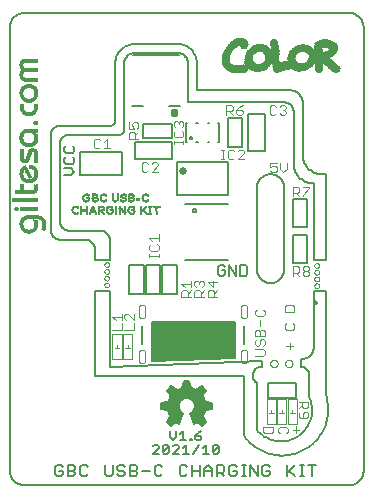
<source format=gto>
G75*
G70*
%OFA0B0*%
%FSLAX24Y24*%
%IPPOS*%
%LPD*%
%AMOC8*
5,1,8,0,0,1.08239X$1,22.5*
%
%ADD10C,0.0050*%
%ADD11C,0.0040*%
%ADD12C,0.0000*%
%ADD13C,0.0060*%
%ADD14C,0.0070*%
%ADD15C,0.0080*%
%ADD16C,0.0256*%
%ADD17C,0.0004*%
%ADD18C,0.0160*%
%ADD19C,0.0039*%
%ADD20R,0.0002X0.0062*%
%ADD21R,0.0002X0.0105*%
%ADD22R,0.0002X0.0133*%
%ADD23R,0.0002X0.0159*%
%ADD24R,0.0002X0.0179*%
%ADD25R,0.0002X0.0199*%
%ADD26R,0.0002X0.0215*%
%ADD27R,0.0002X0.0229*%
%ADD28R,0.0002X0.0246*%
%ADD29R,0.0002X0.0258*%
%ADD30R,0.0002X0.0272*%
%ADD31R,0.0002X0.0284*%
%ADD32R,0.0002X0.0296*%
%ADD33R,0.0002X0.0308*%
%ADD34R,0.0002X0.0320*%
%ADD35R,0.0002X0.0330*%
%ADD36R,0.0002X0.0340*%
%ADD37R,0.0002X0.0346*%
%ADD38R,0.0002X0.0350*%
%ADD39R,0.0002X0.0350*%
%ADD40R,0.0002X0.0354*%
%ADD41R,0.0002X0.0358*%
%ADD42R,0.0002X0.0360*%
%ADD43R,0.0002X0.0362*%
%ADD44R,0.0002X0.0366*%
%ADD45R,0.0002X0.0368*%
%ADD46R,0.0002X0.0368*%
%ADD47R,0.0002X0.0372*%
%ADD48R,0.0002X0.0374*%
%ADD49R,0.0002X0.0378*%
%ADD50R,0.0002X0.0378*%
%ADD51R,0.0002X0.0380*%
%ADD52R,0.0002X0.0382*%
%ADD53R,0.0002X0.0386*%
%ADD54R,0.0002X0.0386*%
%ADD55R,0.0002X0.0388*%
%ADD56R,0.0002X0.0390*%
%ADD57R,0.0002X0.0392*%
%ADD58R,0.0002X0.0392*%
%ADD59R,0.0002X0.0395*%
%ADD60R,0.0002X0.0397*%
%ADD61R,0.0002X0.0399*%
%ADD62R,0.0002X0.0399*%
%ADD63R,0.0002X0.0401*%
%ADD64R,0.0002X0.0403*%
%ADD65R,0.0002X0.0405*%
%ADD66R,0.0002X0.0405*%
%ADD67R,0.0002X0.0407*%
%ADD68R,0.0002X0.0409*%
%ADD69R,0.0002X0.0409*%
%ADD70R,0.0002X0.0411*%
%ADD71R,0.0002X0.0137*%
%ADD72R,0.0002X0.0213*%
%ADD73R,0.0002X0.0119*%
%ADD74R,0.0002X0.0197*%
%ADD75R,0.0002X0.0105*%
%ADD76R,0.0002X0.0189*%
%ADD77R,0.0002X0.0093*%
%ADD78R,0.0002X0.0181*%
%ADD79R,0.0002X0.0085*%
%ADD80R,0.0002X0.0175*%
%ADD81R,0.0002X0.0074*%
%ADD82R,0.0002X0.0167*%
%ADD83R,0.0002X0.0064*%
%ADD84R,0.0002X0.0163*%
%ADD85R,0.0002X0.0056*%
%ADD86R,0.0002X0.0159*%
%ADD87R,0.0002X0.0048*%
%ADD88R,0.0002X0.0155*%
%ADD89R,0.0002X0.0040*%
%ADD90R,0.0002X0.0151*%
%ADD91R,0.0002X0.0030*%
%ADD92R,0.0002X0.0149*%
%ADD93R,0.0002X0.0022*%
%ADD94R,0.0002X0.0145*%
%ADD95R,0.0002X0.0014*%
%ADD96R,0.0002X0.0143*%
%ADD97R,0.0002X0.0006*%
%ADD98R,0.0002X0.0139*%
%ADD99R,0.0002X0.0137*%
%ADD100R,0.0002X0.0133*%
%ADD101R,0.0002X0.0133*%
%ADD102R,0.0002X0.0129*%
%ADD103R,0.0002X0.0129*%
%ADD104R,0.0002X0.0127*%
%ADD105R,0.0002X0.0127*%
%ADD106R,0.0002X0.0125*%
%ADD107R,0.0002X0.0125*%
%ADD108R,0.0002X0.0123*%
%ADD109R,0.0002X0.0123*%
%ADD110R,0.0002X0.0121*%
%ADD111R,0.0002X0.0121*%
%ADD112R,0.0002X0.0119*%
%ADD113R,0.0002X0.0117*%
%ADD114R,0.0002X0.0115*%
%ADD115R,0.0002X0.0117*%
%ADD116R,0.0002X0.0115*%
%ADD117R,0.0002X0.0115*%
%ADD118R,0.0002X0.0113*%
%ADD119R,0.0002X0.0113*%
%ADD120R,0.0002X0.0113*%
%ADD121R,0.0002X0.0111*%
%ADD122R,0.0002X0.0111*%
%ADD123R,0.0002X0.0109*%
%ADD124R,0.0002X0.0109*%
%ADD125R,0.0002X0.0109*%
%ADD126R,0.0002X0.0107*%
%ADD127R,0.0002X0.0107*%
%ADD128R,0.0002X0.0107*%
%ADD129R,0.0002X0.0107*%
%ADD130R,0.0002X0.0105*%
%ADD131R,0.0002X0.0105*%
%ADD132R,0.0002X0.0105*%
%ADD133R,0.0002X0.0054*%
%ADD134R,0.0002X0.0062*%
%ADD135R,0.0002X0.0062*%
%ADD136R,0.0002X0.0085*%
%ADD137R,0.0002X0.0097*%
%ADD138R,0.0002X0.0093*%
%ADD139R,0.0002X0.0095*%
%ADD140R,0.0002X0.0020*%
%ADD141R,0.0002X0.0125*%
%ADD142R,0.0002X0.0107*%
%ADD143R,0.0002X0.0141*%
%ADD144R,0.0002X0.0133*%
%ADD145R,0.0002X0.0038*%
%ADD146R,0.0002X0.0137*%
%ADD147R,0.0002X0.0141*%
%ADD148R,0.0002X0.0157*%
%ADD149R,0.0002X0.0147*%
%ADD150R,0.0002X0.0050*%
%ADD151R,0.0002X0.0153*%
%ADD152R,0.0002X0.0173*%
%ADD153R,0.0002X0.0169*%
%ADD154R,0.0002X0.0169*%
%ADD155R,0.0002X0.0171*%
%ADD156R,0.0002X0.0185*%
%ADD157R,0.0002X0.0326*%
%ADD158R,0.0002X0.0171*%
%ADD159R,0.0002X0.0070*%
%ADD160R,0.0002X0.0131*%
%ADD161R,0.0002X0.0183*%
%ADD162R,0.0002X0.0183*%
%ADD163R,0.0002X0.0183*%
%ADD164R,0.0002X0.0199*%
%ADD165R,0.0002X0.0181*%
%ADD166R,0.0002X0.0074*%
%ADD167R,0.0002X0.0145*%
%ADD168R,0.0002X0.0195*%
%ADD169R,0.0002X0.0195*%
%ADD170R,0.0002X0.0193*%
%ADD171R,0.0002X0.0211*%
%ADD172R,0.0002X0.0352*%
%ADD173R,0.0002X0.0193*%
%ADD174R,0.0002X0.0083*%
%ADD175R,0.0002X0.0157*%
%ADD176R,0.0002X0.0207*%
%ADD177R,0.0002X0.0205*%
%ADD178R,0.0002X0.0201*%
%ADD179R,0.0002X0.0221*%
%ADD180R,0.0002X0.0360*%
%ADD181R,0.0002X0.0203*%
%ADD182R,0.0002X0.0087*%
%ADD183R,0.0002X0.0165*%
%ADD184R,0.0002X0.0217*%
%ADD185R,0.0002X0.0217*%
%ADD186R,0.0002X0.0207*%
%ADD187R,0.0002X0.0231*%
%ADD188R,0.0002X0.0366*%
%ADD189R,0.0002X0.0091*%
%ADD190R,0.0002X0.0175*%
%ADD191R,0.0002X0.0229*%
%ADD192R,0.0002X0.0225*%
%ADD193R,0.0002X0.0213*%
%ADD194R,0.0002X0.0242*%
%ADD195R,0.0002X0.0372*%
%ADD196R,0.0002X0.0221*%
%ADD197R,0.0002X0.0097*%
%ADD198R,0.0002X0.0238*%
%ADD199R,0.0002X0.0237*%
%ADD200R,0.0002X0.0252*%
%ADD201R,0.0002X0.0378*%
%ADD202R,0.0002X0.0101*%
%ADD203R,0.0002X0.0187*%
%ADD204R,0.0002X0.0248*%
%ADD205R,0.0002X0.0246*%
%ADD206R,0.0002X0.0223*%
%ADD207R,0.0002X0.0260*%
%ADD208R,0.0002X0.0384*%
%ADD209R,0.0002X0.0238*%
%ADD210R,0.0002X0.0254*%
%ADD211R,0.0002X0.0227*%
%ADD212R,0.0002X0.0270*%
%ADD213R,0.0002X0.0246*%
%ADD214R,0.0002X0.0266*%
%ADD215R,0.0002X0.0262*%
%ADD216R,0.0002X0.0231*%
%ADD217R,0.0002X0.0280*%
%ADD218R,0.0002X0.0252*%
%ADD219R,0.0002X0.0205*%
%ADD220R,0.0002X0.0274*%
%ADD221R,0.0002X0.0270*%
%ADD222R,0.0002X0.0235*%
%ADD223R,0.0002X0.0288*%
%ADD224R,0.0002X0.0399*%
%ADD225R,0.0002X0.0260*%
%ADD226R,0.0002X0.0282*%
%ADD227R,0.0002X0.0278*%
%ADD228R,0.0002X0.0296*%
%ADD229R,0.0002X0.0215*%
%ADD230R,0.0002X0.0290*%
%ADD231R,0.0002X0.0286*%
%ADD232R,0.0002X0.0241*%
%ADD233R,0.0002X0.0300*%
%ADD234R,0.0002X0.0405*%
%ADD235R,0.0002X0.0272*%
%ADD236R,0.0002X0.0121*%
%ADD237R,0.0002X0.0221*%
%ADD238R,0.0002X0.0298*%
%ADD239R,0.0002X0.0292*%
%ADD240R,0.0002X0.0244*%
%ADD241R,0.0002X0.0308*%
%ADD242R,0.0002X0.0123*%
%ADD243R,0.0002X0.0304*%
%ADD244R,0.0002X0.0294*%
%ADD245R,0.0002X0.0316*%
%ADD246R,0.0002X0.0411*%
%ADD247R,0.0002X0.0312*%
%ADD248R,0.0002X0.0250*%
%ADD249R,0.0002X0.0324*%
%ADD250R,0.0002X0.0415*%
%ADD251R,0.0002X0.0292*%
%ADD252R,0.0002X0.0233*%
%ADD253R,0.0002X0.0318*%
%ADD254R,0.0002X0.0302*%
%ADD255R,0.0002X0.0328*%
%ADD256R,0.0002X0.0417*%
%ADD257R,0.0002X0.0324*%
%ADD258R,0.0002X0.0256*%
%ADD259R,0.0002X0.0336*%
%ADD260R,0.0002X0.0421*%
%ADD261R,0.0002X0.0131*%
%ADD262R,0.0002X0.0330*%
%ADD263R,0.0002X0.0258*%
%ADD264R,0.0002X0.0340*%
%ADD265R,0.0002X0.0423*%
%ADD266R,0.0002X0.0135*%
%ADD267R,0.0002X0.0338*%
%ADD268R,0.0002X0.0310*%
%ADD269R,0.0002X0.0348*%
%ADD270R,0.0002X0.0425*%
%ADD271R,0.0002X0.0342*%
%ADD272R,0.0002X0.0314*%
%ADD273R,0.0002X0.0262*%
%ADD274R,0.0002X0.0429*%
%ADD275R,0.0002X0.0320*%
%ADD276R,0.0002X0.0316*%
%ADD277R,0.0002X0.0264*%
%ADD278R,0.0002X0.0360*%
%ADD279R,0.0002X0.0431*%
%ADD280R,0.0002X0.0324*%
%ADD281R,0.0002X0.0139*%
%ADD282R,0.0002X0.0256*%
%ADD283R,0.0002X0.0318*%
%ADD284R,0.0002X0.0266*%
%ADD285R,0.0002X0.0364*%
%ADD286R,0.0002X0.0433*%
%ADD287R,0.0002X0.0139*%
%ADD288R,0.0002X0.0360*%
%ADD289R,0.0002X0.0322*%
%ADD290R,0.0002X0.0268*%
%ADD291R,0.0002X0.0370*%
%ADD292R,0.0002X0.0435*%
%ADD293R,0.0002X0.0330*%
%ADD294R,0.0002X0.0376*%
%ADD295R,0.0002X0.0437*%
%ADD296R,0.0002X0.0332*%
%ADD297R,0.0002X0.0141*%
%ADD298R,0.0002X0.0326*%
%ADD299R,0.0002X0.0272*%
%ADD300R,0.0002X0.0380*%
%ADD301R,0.0002X0.0439*%
%ADD302R,0.0002X0.0334*%
%ADD303R,0.0002X0.0143*%
%ADD304R,0.0002X0.0268*%
%ADD305R,0.0002X0.0376*%
%ADD306R,0.0002X0.0274*%
%ADD307R,0.0002X0.0441*%
%ADD308R,0.0002X0.0382*%
%ADD309R,0.0002X0.0276*%
%ADD310R,0.0002X0.0391*%
%ADD311R,0.0002X0.0443*%
%ADD312R,0.0002X0.0340*%
%ADD313R,0.0002X0.0274*%
%ADD314R,0.0002X0.0334*%
%ADD315R,0.0002X0.0445*%
%ADD316R,0.0002X0.0342*%
%ADD317R,0.0002X0.0278*%
%ADD318R,0.0002X0.0401*%
%ADD319R,0.0002X0.0445*%
%ADD320R,0.0002X0.0344*%
%ADD321R,0.0002X0.0395*%
%ADD322R,0.0002X0.0280*%
%ADD323R,0.0002X0.0447*%
%ADD324R,0.0002X0.0409*%
%ADD325R,0.0002X0.0449*%
%ADD326R,0.0002X0.0348*%
%ADD327R,0.0002X0.0407*%
%ADD328R,0.0002X0.0344*%
%ADD329R,0.0002X0.0415*%
%ADD330R,0.0002X0.0451*%
%ADD331R,0.0002X0.0350*%
%ADD332R,0.0002X0.0411*%
%ADD333R,0.0002X0.0346*%
%ADD334R,0.0002X0.0284*%
%ADD335R,0.0002X0.0419*%
%ADD336R,0.0002X0.0451*%
%ADD337R,0.0002X0.0352*%
%ADD338R,0.0002X0.0290*%
%ADD339R,0.0002X0.0415*%
%ADD340R,0.0002X0.0286*%
%ADD341R,0.0002X0.0423*%
%ADD342R,0.0002X0.0453*%
%ADD343R,0.0002X0.0354*%
%ADD344R,0.0002X0.0292*%
%ADD345R,0.0002X0.0419*%
%ADD346R,0.0002X0.0427*%
%ADD347R,0.0002X0.0455*%
%ADD348R,0.0002X0.0356*%
%ADD349R,0.0002X0.0288*%
%ADD350R,0.0002X0.0431*%
%ADD351R,0.0002X0.0358*%
%ADD352R,0.0002X0.0296*%
%ADD353R,0.0002X0.0290*%
%ADD354R,0.0002X0.0435*%
%ADD355R,0.0002X0.0457*%
%ADD356R,0.0002X0.0300*%
%ADD357R,0.0002X0.0356*%
%ADD358R,0.0002X0.0290*%
%ADD359R,0.0002X0.0439*%
%ADD360R,0.0002X0.0457*%
%ADD361R,0.0002X0.0362*%
%ADD362R,0.0002X0.0302*%
%ADD363R,0.0002X0.0443*%
%ADD364R,0.0002X0.0459*%
%ADD365R,0.0002X0.0304*%
%ADD366R,0.0002X0.0447*%
%ADD367R,0.0002X0.0461*%
%ADD368R,0.0002X0.0306*%
%ADD369R,0.0002X0.0360*%
%ADD370R,0.0002X0.0294*%
%ADD371R,0.0002X0.0461*%
%ADD372R,0.0002X0.0368*%
%ADD373R,0.0002X0.0447*%
%ADD374R,0.0002X0.0463*%
%ADD375R,0.0002X0.0368*%
%ADD376R,0.0002X0.0457*%
%ADD377R,0.0002X0.0455*%
%ADD378R,0.0002X0.0372*%
%ADD379R,0.0002X0.0314*%
%ADD380R,0.0002X0.0203*%
%ADD381R,0.0002X0.0298*%
%ADD382R,0.0002X0.0201*%
%ADD383R,0.0002X0.0201*%
%ADD384R,0.0002X0.0465*%
%ADD385R,0.0002X0.0121*%
%ADD386R,0.0002X0.0316*%
%ADD387R,0.0002X0.0191*%
%ADD388R,0.0002X0.0298*%
%ADD389R,0.0002X0.0189*%
%ADD390R,0.0002X0.0465*%
%ADD391R,0.0002X0.0300*%
%ADD392R,0.0002X0.0181*%
%ADD393R,0.0002X0.0467*%
%ADD394R,0.0002X0.0103*%
%ADD395R,0.0002X0.0320*%
%ADD396R,0.0002X0.0177*%
%ADD397R,0.0002X0.0171*%
%ADD398R,0.0002X0.0079*%
%ADD399R,0.0002X0.0173*%
%ADD400R,0.0002X0.0169*%
%ADD401R,0.0002X0.0467*%
%ADD402R,0.0002X0.0171*%
%ADD403R,0.0002X0.0091*%
%ADD404R,0.0002X0.0324*%
%ADD405R,0.0002X0.0173*%
%ADD406R,0.0002X0.0072*%
%ADD407R,0.0002X0.0469*%
%ADD408R,0.0002X0.0163*%
%ADD409R,0.0002X0.0066*%
%ADD410R,0.0002X0.0165*%
%ADD411R,0.0002X0.0161*%
%ADD412R,0.0002X0.0149*%
%ADD413R,0.0002X0.0163*%
%ADD414R,0.0002X0.0081*%
%ADD415R,0.0002X0.0139*%
%ADD416R,0.0002X0.0076*%
%ADD417R,0.0002X0.0157*%
%ADD418R,0.0002X0.0058*%
%ADD419R,0.0002X0.0159*%
%ADD420R,0.0002X0.0155*%
%ADD421R,0.0002X0.0137*%
%ADD422R,0.0002X0.0159*%
%ADD423R,0.0002X0.0072*%
%ADD424R,0.0002X0.0195*%
%ADD425R,0.0002X0.0052*%
%ADD426R,0.0002X0.0127*%
%ADD427R,0.0002X0.0153*%
%ADD428R,0.0002X0.0155*%
%ADD429R,0.0002X0.0068*%
%ADD430R,0.0002X0.0189*%
%ADD431R,0.0002X0.0125*%
%ADD432R,0.0002X0.0151*%
%ADD433R,0.0002X0.0064*%
%ADD434R,0.0002X0.0044*%
%ADD435R,0.0002X0.0123*%
%ADD436R,0.0002X0.0103*%
%ADD437R,0.0002X0.0179*%
%ADD438R,0.0002X0.0147*%
%ADD439R,0.0002X0.0040*%
%ADD440R,0.0002X0.0151*%
%ADD441R,0.0002X0.0125*%
%ADD442R,0.0002X0.0099*%
%ADD443R,0.0002X0.0175*%
%ADD444R,0.0002X0.0145*%
%ADD445R,0.0002X0.0036*%
%ADD446R,0.0002X0.0056*%
%ADD447R,0.0002X0.0095*%
%ADD448R,0.0002X0.0032*%
%ADD449R,0.0002X0.0117*%
%ADD450R,0.0002X0.0052*%
%ADD451R,0.0002X0.0028*%
%ADD452R,0.0002X0.0115*%
%ADD453R,0.0002X0.0050*%
%ADD454R,0.0002X0.0141*%
%ADD455R,0.0002X0.0024*%
%ADD456R,0.0002X0.0117*%
%ADD457R,0.0002X0.0046*%
%ADD458R,0.0002X0.0119*%
%ADD459R,0.0002X0.0074*%
%ADD460R,0.0002X0.0143*%
%ADD461R,0.0002X0.0137*%
%ADD462R,0.0002X0.0016*%
%ADD463R,0.0002X0.0042*%
%ADD464R,0.0002X0.0135*%
%ADD465R,0.0002X0.0012*%
%ADD466R,0.0002X0.0038*%
%ADD467R,0.0002X0.0058*%
%ADD468R,0.0002X0.0010*%
%ADD469R,0.0002X0.0135*%
%ADD470R,0.0002X0.0115*%
%ADD471R,0.0002X0.0135*%
%ADD472R,0.0002X0.0036*%
%ADD473R,0.0002X0.0153*%
%ADD474R,0.0002X0.0034*%
%ADD475R,0.0002X0.0034*%
%ADD476R,0.0002X0.0002*%
%ADD477R,0.0002X0.0133*%
%ADD478R,0.0002X0.0030*%
%ADD479R,0.0002X0.0149*%
%ADD480R,0.0002X0.0129*%
%ADD481R,0.0002X0.0131*%
%ADD482R,0.0002X0.0028*%
%ADD483R,0.0002X0.0024*%
%ADD484R,0.0002X0.0022*%
%ADD485R,0.0002X0.0020*%
%ADD486R,0.0002X0.0018*%
%ADD487R,0.0002X0.0121*%
%ADD488R,0.0002X0.0012*%
%ADD489R,0.0002X0.0127*%
%ADD490R,0.0002X0.0010*%
%ADD491R,0.0002X0.0008*%
%ADD492R,0.0002X0.0006*%
%ADD493R,0.0002X0.0119*%
%ADD494R,0.0002X0.0004*%
%ADD495R,0.0002X0.0002*%
%ADD496R,0.0002X0.0117*%
%ADD497R,0.0002X0.0004*%
%ADD498R,0.0002X0.0111*%
%ADD499R,0.0002X0.0111*%
%ADD500R,0.0002X0.0018*%
%ADD501R,0.0002X0.0109*%
%ADD502R,0.0002X0.0022*%
%ADD503R,0.0002X0.0042*%
%ADD504R,0.0002X0.0046*%
%ADD505R,0.0002X0.0056*%
%ADD506R,0.0002X0.0161*%
%ADD507R,0.0002X0.0070*%
%ADD508R,0.0002X0.0109*%
%ADD509R,0.0002X0.0185*%
%ADD510R,0.0002X0.0089*%
%ADD511R,0.0002X0.0093*%
%ADD512R,0.0002X0.0099*%
%ADD513R,0.0002X0.0211*%
%ADD514R,0.0002X0.0231*%
%ADD515R,0.0002X0.0240*%
%ADD516R,0.0002X0.0149*%
%ADD517R,0.0002X0.0264*%
%ADD518R,0.0002X0.0268*%
%ADD519R,0.0002X0.0272*%
%ADD520R,0.0002X0.0167*%
%ADD521R,0.0002X0.0068*%
%ADD522R,0.0002X0.0284*%
%ADD523R,0.0002X0.0018*%
%ADD524R,0.0002X0.0185*%
%ADD525R,0.0002X0.0002*%
%ADD526R,0.0002X0.0197*%
%ADD527R,0.0002X0.0197*%
%ADD528R,0.0002X0.0310*%
%ADD529R,0.0002X0.0199*%
%ADD530R,0.0002X0.0310*%
%ADD531R,0.0002X0.0312*%
%ADD532R,0.0002X0.0312*%
%ADD533R,0.0002X0.0310*%
%ADD534R,0.0002X0.0306*%
%ADD535R,0.0002X0.0199*%
%ADD536R,0.0002X0.0197*%
%ADD537R,0.0002X0.0296*%
%ADD538R,0.0002X0.0254*%
%ADD539R,0.0002X0.0225*%
%ADD540R,0.0002X0.0219*%
%ADD541R,0.0002X0.0157*%
%ADD542R,0.0002X0.0107*%
%ADD543R,0.0002X0.0117*%
%ADD544R,0.0002X0.0197*%
%ADD545R,0.0002X0.0141*%
%ADD546R,0.0002X0.0111*%
%ADD547R,0.0002X0.0119*%
%ADD548R,0.0002X0.0111*%
%ADD549R,0.0002X0.0123*%
%ADD550R,0.0002X0.0197*%
%ADD551R,0.0002X0.0121*%
%ADD552R,0.0002X0.0119*%
%ADD553R,0.0002X0.0127*%
%ADD554R,0.0002X0.0193*%
%ADD555R,0.0002X0.0187*%
%ADD556R,0.0002X0.0131*%
%ADD557R,0.0002X0.0125*%
%ADD558R,0.0002X0.0123*%
%ADD559R,0.0002X0.0177*%
%ADD560R,0.0002X0.0127*%
%ADD561R,0.0002X0.0163*%
%ADD562R,0.0002X0.0135*%
%ADD563R,0.0002X0.0129*%
%ADD564R,0.0002X0.0143*%
%ADD565R,0.0002X0.0139*%
%ADD566R,0.0002X0.0135*%
%ADD567R,0.0002X0.0115*%
%ADD568R,0.0002X0.0129*%
%ADD569R,0.0002X0.0137*%
%ADD570R,0.0002X0.0131*%
%ADD571R,0.0002X0.0141*%
%ADD572R,0.0002X0.0153*%
%ADD573R,0.0002X0.0151*%
%ADD574R,0.0002X0.0155*%
%ADD575R,0.0002X0.0159*%
%ADD576R,0.0002X0.0161*%
%ADD577R,0.0002X0.0143*%
%ADD578R,0.0002X0.0147*%
%ADD579R,0.0002X0.0165*%
%ADD580R,0.0002X0.0167*%
%ADD581R,0.0002X0.0167*%
%ADD582R,0.0002X0.0153*%
%ADD583R,0.0002X0.0175*%
%ADD584R,0.0002X0.0149*%
%ADD585R,0.0002X0.0179*%
%ADD586R,0.0002X0.0153*%
%ADD587R,0.0002X0.0191*%
%ADD588R,0.0002X0.0161*%
%ADD589R,0.0002X0.0195*%
%ADD590R,0.0002X0.0199*%
%ADD591R,0.0002X0.0163*%
%ADD592R,0.0002X0.0207*%
%ADD593R,0.0002X0.0167*%
%ADD594R,0.0002X0.0173*%
%ADD595R,0.0002X0.0316*%
%ADD596R,0.0002X0.0171*%
%ADD597R,0.0002X0.0441*%
%ADD598R,0.0002X0.0177*%
%ADD599R,0.0002X0.0322*%
%ADD600R,0.0002X0.0173*%
%ADD601R,0.0002X0.0229*%
%ADD602R,0.0002X0.0441*%
%ADD603R,0.0002X0.0185*%
%ADD604R,0.0002X0.0320*%
%ADD605R,0.0002X0.0147*%
%ADD606R,0.0002X0.0240*%
%ADD607R,0.0002X0.0179*%
%ADD608R,0.0002X0.0264*%
%ADD609R,0.0002X0.0199*%
%ADD610R,0.0002X0.0201*%
%ADD611R,0.0002X0.0439*%
%ADD612R,0.0002X0.0205*%
%ADD613R,0.0002X0.0211*%
%ADD614R,0.0002X0.0201*%
%ADD615R,0.0002X0.0165*%
%ADD616R,0.0002X0.0286*%
%ADD617R,0.0002X0.0449*%
%ADD618R,0.0002X0.0437*%
%ADD619R,0.0002X0.0473*%
%ADD620R,0.0002X0.0314*%
%ADD621R,0.0002X0.0455*%
%ADD622R,0.0002X0.0702*%
%ADD623R,0.0002X0.0700*%
%ADD624R,0.0002X0.0698*%
%ADD625R,0.0002X0.0445*%
%ADD626R,0.0002X0.0435*%
%ADD627R,0.0002X0.0463*%
%ADD628R,0.0002X0.0308*%
%ADD629R,0.0002X0.0447*%
%ADD630R,0.0002X0.0694*%
%ADD631R,0.0002X0.0433*%
%ADD632R,0.0002X0.0459*%
%ADD633R,0.0002X0.0443*%
%ADD634R,0.0002X0.0694*%
%ADD635R,0.0002X0.0431*%
%ADD636R,0.0002X0.0690*%
%ADD637R,0.0002X0.0427*%
%ADD638R,0.0002X0.0686*%
%ADD639R,0.0002X0.0423*%
%ADD640R,0.0002X0.0429*%
%ADD641R,0.0002X0.0431*%
%ADD642R,0.0002X0.0449*%
%ADD643R,0.0002X0.0298*%
%ADD644R,0.0002X0.0686*%
%ADD645R,0.0002X0.0425*%
%ADD646R,0.0002X0.0429*%
%ADD647R,0.0002X0.0427*%
%ADD648R,0.0002X0.0682*%
%ADD649R,0.0002X0.0421*%
%ADD650R,0.0002X0.0441*%
%ADD651R,0.0002X0.0678*%
%ADD652R,0.0002X0.0676*%
%ADD653R,0.0002X0.0407*%
%ADD654R,0.0002X0.0413*%
%ADD655R,0.0002X0.0425*%
%ADD656R,0.0002X0.0433*%
%ADD657R,0.0002X0.0290*%
%ADD658R,0.0002X0.0415*%
%ADD659R,0.0002X0.0336*%
%ADD660R,0.0002X0.0336*%
%ADD661R,0.0002X0.0403*%
%ADD662R,0.0002X0.0423*%
%ADD663R,0.0002X0.0429*%
%ADD664R,0.0002X0.0286*%
%ADD665R,0.0002X0.0411*%
%ADD666R,0.0002X0.0332*%
%ADD667R,0.0002X0.0399*%
%ADD668R,0.0002X0.0328*%
%ADD669R,0.0002X0.0394*%
%ADD670R,0.0002X0.0390*%
%ADD671R,0.0002X0.0397*%
%ADD672R,0.0002X0.0419*%
%ADD673R,0.0002X0.0417*%
%ADD674R,0.0002X0.0278*%
%ADD675R,0.0002X0.0395*%
%ADD676R,0.0002X0.0324*%
%ADD677R,0.0002X0.0386*%
%ADD678R,0.0002X0.0417*%
%ADD679R,0.0002X0.0413*%
%ADD680R,0.0002X0.0276*%
%ADD681R,0.0002X0.0391*%
%ADD682R,0.0002X0.0382*%
%ADD683R,0.0002X0.0316*%
%ADD684R,0.0002X0.0413*%
%ADD685R,0.0002X0.0372*%
%ADD686R,0.0002X0.0396*%
%ADD687R,0.0002X0.0268*%
%ADD688R,0.0002X0.0376*%
%ADD689R,0.0002X0.0370*%
%ADD690R,0.0002X0.0304*%
%ADD691R,0.0002X0.0380*%
%ADD692R,0.0002X0.0352*%
%ADD693R,0.0002X0.0356*%
%ADD694R,0.0002X0.0403*%
%ADD695R,0.0002X0.0376*%
%ADD696R,0.0002X0.0256*%
%ADD697R,0.0002X0.0354*%
%ADD698R,0.0002X0.0294*%
%ADD699R,0.0002X0.0292*%
%ADD700R,0.0002X0.0350*%
%ADD701R,0.0002X0.0350*%
%ADD702R,0.0002X0.0288*%
%ADD703R,0.0002X0.0346*%
%ADD704R,0.0002X0.0364*%
%ADD705R,0.0002X0.0334*%
%ADD706R,0.0002X0.0280*%
%ADD707R,0.0002X0.0328*%
%ADD708R,0.0002X0.0334*%
%ADD709R,0.0002X0.0242*%
%ADD710R,0.0002X0.0330*%
%ADD711R,0.0002X0.0274*%
%ADD712R,0.0002X0.0276*%
%ADD713R,0.0002X0.0388*%
%ADD714R,0.0002X0.0237*%
%ADD715R,0.0002X0.0270*%
%ADD716R,0.0002X0.0270*%
%ADD717R,0.0002X0.0264*%
%ADD718R,0.0002X0.0304*%
%ADD719R,0.0002X0.0380*%
%ADD720R,0.0002X0.0326*%
%ADD721R,0.0002X0.0225*%
%ADD722R,0.0002X0.0254*%
%ADD723R,0.0002X0.0300*%
%ADD724R,0.0002X0.0298*%
%ADD725R,0.0002X0.0250*%
%ADD726R,0.0002X0.0248*%
%ADD727R,0.0002X0.0244*%
%ADD728R,0.0002X0.0274*%
%ADD729R,0.0002X0.0362*%
%ADD730R,0.0002X0.0296*%
%ADD731R,0.0002X0.0205*%
%ADD732R,0.0002X0.0229*%
%ADD733R,0.0002X0.0231*%
%ADD734R,0.0002X0.0266*%
%ADD735R,0.0002X0.0358*%
%ADD736R,0.0002X0.0223*%
%ADD737R,0.0002X0.0215*%
%ADD738R,0.0002X0.0209*%
%ADD739R,0.0002X0.0240*%
%ADD740R,0.0002X0.0244*%
%ADD741R,0.0002X0.0340*%
%ADD742R,0.0002X0.0262*%
%ADD743R,0.0002X0.0238*%
%ADD744R,0.0002X0.0229*%
%ADD745R,0.0002X0.0231*%
%ADD746R,0.0002X0.0229*%
%ADD747R,0.0002X0.0219*%
%ADD748R,0.0002X0.0223*%
%ADD749R,0.0002X0.0183*%
%ADD750R,0.0002X0.0215*%
%ADD751R,0.0002X0.0195*%
%ADD752R,0.0002X0.0203*%
%ADD753R,0.0002X0.0187*%
%ADD754R,0.0002X0.0169*%
%ADD755R,0.0002X0.0143*%
%ADD756R,0.0002X0.0155*%
%ADD757R,0.0002X0.0095*%
%ADD758R,0.0002X0.0078*%
%ADD759R,0.0002X0.0081*%
%ADD760R,0.0002X0.0072*%
%ADD761R,0.0002X0.0020*%
%ADD762R,0.0002X0.0050*%
%ADD763R,0.0002X0.0060*%
%ADD764R,0.0002X0.0066*%
%ADD765R,0.0002X0.0079*%
%ADD766R,0.0002X0.0089*%
%ADD767R,0.0002X0.0091*%
%ADD768R,0.0002X0.0095*%
%ADD769R,0.0002X0.0099*%
%ADD770R,0.0002X0.0103*%
%ADD771R,0.0002X0.0101*%
%ADD772R,0.0002X0.0087*%
%ADD773R,0.0002X0.0074*%
%ADD774R,0.0002X0.0062*%
%ADD775R,0.0002X0.0054*%
%ADD776R,0.0002X0.0044*%
%ADD777R,0.0002X0.0030*%
%ADD778R,0.0050X0.0004*%
%ADD779R,0.0077X0.0004*%
%ADD780R,0.0093X0.0004*%
%ADD781R,0.0054X0.0004*%
%ADD782R,0.0108X0.0004*%
%ADD783R,0.0224X0.0004*%
%ADD784R,0.0116X0.0004*%
%ADD785R,0.0336X0.0004*%
%ADD786R,0.0062X0.0004*%
%ADD787R,0.0004X0.0004*%
%ADD788R,0.0131X0.0004*%
%ADD789R,0.0425X0.0004*%
%ADD790R,0.0108X0.0004*%
%ADD791R,0.0070X0.0004*%
%ADD792R,0.0143X0.0004*%
%ADD793R,0.0456X0.0004*%
%ADD794R,0.0131X0.0004*%
%ADD795R,0.0093X0.0004*%
%ADD796R,0.0155X0.0004*%
%ADD797R,0.0487X0.0004*%
%ADD798R,0.0159X0.0004*%
%ADD799R,0.0112X0.0004*%
%ADD800R,0.0162X0.0004*%
%ADD801R,0.0507X0.0004*%
%ADD802R,0.0170X0.0004*%
%ADD803R,0.0128X0.0004*%
%ADD804R,0.0174X0.0004*%
%ADD805R,0.0522X0.0004*%
%ADD806R,0.0186X0.0004*%
%ADD807R,0.0139X0.0004*%
%ADD808R,0.0182X0.0004*%
%ADD809R,0.0541X0.0004*%
%ADD810R,0.0205X0.0004*%
%ADD811R,0.0155X0.0004*%
%ADD812R,0.0193X0.0004*%
%ADD813R,0.0557X0.0004*%
%ADD814R,0.0217X0.0004*%
%ADD815R,0.0166X0.0004*%
%ADD816R,0.0205X0.0004*%
%ADD817R,0.0569X0.0004*%
%ADD818R,0.0023X0.0004*%
%ADD819R,0.0224X0.0004*%
%ADD820R,0.0174X0.0004*%
%ADD821R,0.0209X0.0004*%
%ADD822R,0.0584X0.0004*%
%ADD823R,0.0143X0.0004*%
%ADD824R,0.0240X0.0004*%
%ADD825R,0.0186X0.0004*%
%ADD826R,0.0217X0.0004*%
%ADD827R,0.0596X0.0004*%
%ADD828R,0.0182X0.0004*%
%ADD829R,0.0248X0.0004*%
%ADD830R,0.0104X0.0004*%
%ADD831R,0.0189X0.0004*%
%ADD832R,0.0607X0.0004*%
%ADD833R,0.0259X0.0004*%
%ADD834R,0.0151X0.0004*%
%ADD835R,0.0197X0.0004*%
%ADD836R,0.0236X0.0004*%
%ADD837R,0.0623X0.0004*%
%ADD838R,0.0259X0.0004*%
%ADD839R,0.0275X0.0004*%
%ADD840R,0.0201X0.0004*%
%ADD841R,0.0244X0.0004*%
%ADD842R,0.0630X0.0004*%
%ADD843R,0.0286X0.0004*%
%ADD844R,0.0282X0.0004*%
%ADD845R,0.0232X0.0004*%
%ADD846R,0.0209X0.0004*%
%ADD847R,0.0248X0.0004*%
%ADD848R,0.0638X0.0004*%
%ADD849R,0.0313X0.0004*%
%ADD850R,0.0290X0.0004*%
%ADD851R,0.0255X0.0004*%
%ADD852R,0.0217X0.0004*%
%ADD853R,0.0654X0.0004*%
%ADD854R,0.0344X0.0004*%
%ADD855R,0.0306X0.0004*%
%ADD856R,0.0290X0.0004*%
%ADD857R,0.0224X0.0004*%
%ADD858R,0.0267X0.0004*%
%ADD859R,0.0657X0.0004*%
%ADD860R,0.0360X0.0004*%
%ADD861R,0.0313X0.0004*%
%ADD862R,0.0309X0.0004*%
%ADD863R,0.0271X0.0004*%
%ADD864R,0.0669X0.0004*%
%ADD865R,0.0391X0.0004*%
%ADD866R,0.0333X0.0004*%
%ADD867R,0.0336X0.0004*%
%ADD868R,0.0232X0.0004*%
%ADD869R,0.0278X0.0004*%
%ADD870R,0.0673X0.0004*%
%ADD871R,0.0406X0.0004*%
%ADD872R,0.0340X0.0004*%
%ADD873R,0.0356X0.0004*%
%ADD874R,0.0240X0.0004*%
%ADD875R,0.0685X0.0004*%
%ADD876R,0.0418X0.0004*%
%ADD877R,0.0356X0.0004*%
%ADD878R,0.0371X0.0004*%
%ADD879R,0.0240X0.0004*%
%ADD880R,0.0290X0.0004*%
%ADD881R,0.0692X0.0004*%
%ADD882R,0.0441X0.0004*%
%ADD883R,0.0383X0.0004*%
%ADD884R,0.0398X0.0004*%
%ADD885R,0.0298X0.0004*%
%ADD886R,0.0700X0.0004*%
%ADD887R,0.0406X0.0004*%
%ADD888R,0.0410X0.0004*%
%ADD889R,0.0306X0.0004*%
%ADD890R,0.0704X0.0004*%
%ADD891R,0.0472X0.0004*%
%ADD892R,0.0433X0.0004*%
%ADD893R,0.0425X0.0004*%
%ADD894R,0.0248X0.0004*%
%ADD895R,0.0309X0.0004*%
%ADD896R,0.0712X0.0004*%
%ADD897R,0.0491X0.0004*%
%ADD898R,0.0472X0.0004*%
%ADD899R,0.0445X0.0004*%
%ADD900R,0.0251X0.0004*%
%ADD901R,0.0715X0.0004*%
%ADD902R,0.0503X0.0004*%
%ADD903R,0.0491X0.0004*%
%ADD904R,0.0456X0.0004*%
%ADD905R,0.0255X0.0004*%
%ADD906R,0.0321X0.0004*%
%ADD907R,0.0723X0.0004*%
%ADD908R,0.0514X0.0004*%
%ADD909R,0.0507X0.0004*%
%ADD910R,0.0468X0.0004*%
%ADD911R,0.0255X0.0004*%
%ADD912R,0.0329X0.0004*%
%ADD913R,0.0731X0.0004*%
%ADD914R,0.0530X0.0004*%
%ADD915R,0.0487X0.0004*%
%ADD916R,0.0333X0.0004*%
%ADD917R,0.0731X0.0004*%
%ADD918R,0.0545X0.0004*%
%ADD919R,0.0541X0.0004*%
%ADD920R,0.0499X0.0004*%
%ADD921R,0.0259X0.0004*%
%ADD922R,0.0340X0.0004*%
%ADD923R,0.0743X0.0004*%
%ADD924R,0.0561X0.0004*%
%ADD925R,0.0557X0.0004*%
%ADD926R,0.0514X0.0004*%
%ADD927R,0.0263X0.0004*%
%ADD928R,0.0746X0.0004*%
%ADD929R,0.0569X0.0004*%
%ADD930R,0.0565X0.0004*%
%ADD931R,0.0526X0.0004*%
%ADD932R,0.0263X0.0004*%
%ADD933R,0.0348X0.0004*%
%ADD934R,0.0580X0.0004*%
%ADD935R,0.0572X0.0004*%
%ADD936R,0.0534X0.0004*%
%ADD937R,0.0352X0.0004*%
%ADD938R,0.0754X0.0004*%
%ADD939R,0.0596X0.0004*%
%ADD940R,0.0580X0.0004*%
%ADD941R,0.0549X0.0004*%
%ADD942R,0.0360X0.0004*%
%ADD943R,0.0754X0.0004*%
%ADD944R,0.0603X0.0004*%
%ADD945R,0.0584X0.0004*%
%ADD946R,0.0561X0.0004*%
%ADD947R,0.0271X0.0004*%
%ADD948R,0.0364X0.0004*%
%ADD949R,0.0758X0.0004*%
%ADD950R,0.0611X0.0004*%
%ADD951R,0.0592X0.0004*%
%ADD952R,0.0569X0.0004*%
%ADD953R,0.0271X0.0004*%
%ADD954R,0.0367X0.0004*%
%ADD955R,0.0762X0.0004*%
%ADD956R,0.0627X0.0004*%
%ADD957R,0.0596X0.0004*%
%ADD958R,0.0584X0.0004*%
%ADD959R,0.0271X0.0004*%
%ADD960R,0.0375X0.0004*%
%ADD961R,0.0766X0.0004*%
%ADD962R,0.0634X0.0004*%
%ADD963R,0.0599X0.0004*%
%ADD964R,0.0375X0.0004*%
%ADD965R,0.1412X0.0004*%
%ADD966R,0.0599X0.0004*%
%ADD967R,0.0383X0.0004*%
%ADD968R,0.1423X0.0004*%
%ADD969R,0.1218X0.0004*%
%ADD970R,0.0271X0.0004*%
%ADD971R,0.0387X0.0004*%
%ADD972R,0.1431X0.0004*%
%ADD973R,0.1226X0.0004*%
%ADD974R,0.0391X0.0004*%
%ADD975R,0.1435X0.0004*%
%ADD976R,0.1230X0.0004*%
%ADD977R,0.0394X0.0004*%
%ADD978R,0.1443X0.0004*%
%ADD979R,0.1238X0.0004*%
%ADD980R,0.0275X0.0004*%
%ADD981R,0.0402X0.0004*%
%ADD982R,0.1454X0.0004*%
%ADD983R,0.1241X0.0004*%
%ADD984R,0.0275X0.0004*%
%ADD985R,0.0402X0.0004*%
%ADD986R,0.1462X0.0004*%
%ADD987R,0.1245X0.0004*%
%ADD988R,0.0406X0.0004*%
%ADD989R,0.1466X0.0004*%
%ADD990R,0.1249X0.0004*%
%ADD991R,0.1473X0.0004*%
%ADD992R,0.1261X0.0004*%
%ADD993R,0.0410X0.0004*%
%ADD994R,0.1481X0.0004*%
%ADD995R,0.1265X0.0004*%
%ADD996R,0.0414X0.0004*%
%ADD997R,0.1485X0.0004*%
%ADD998R,0.1272X0.0004*%
%ADD999R,0.0275X0.0004*%
%ADD1000R,0.0414X0.0004*%
%ADD1001R,0.1493X0.0004*%
%ADD1002R,0.1272X0.0004*%
%ADD1003R,0.0422X0.0004*%
%ADD1004R,0.1497X0.0004*%
%ADD1005R,0.1280X0.0004*%
%ADD1006R,0.0422X0.0004*%
%ADD1007R,0.1504X0.0004*%
%ADD1008R,0.1284X0.0004*%
%ADD1009R,0.0422X0.0004*%
%ADD1010R,0.1512X0.0004*%
%ADD1011R,0.1288X0.0004*%
%ADD1012R,0.0422X0.0004*%
%ADD1013R,0.1516X0.0004*%
%ADD1014R,0.1296X0.0004*%
%ADD1015R,0.0425X0.0004*%
%ADD1016R,0.1524X0.0004*%
%ADD1017R,0.1299X0.0004*%
%ADD1018R,0.0425X0.0004*%
%ADD1019R,0.1528X0.0004*%
%ADD1020R,0.1307X0.0004*%
%ADD1021R,0.0425X0.0004*%
%ADD1022R,0.1535X0.0004*%
%ADD1023R,0.1311X0.0004*%
%ADD1024R,0.0425X0.0004*%
%ADD1025R,0.1535X0.0004*%
%ADD1026R,0.1315X0.0004*%
%ADD1027R,0.1547X0.0004*%
%ADD1028R,0.1319X0.0004*%
%ADD1029R,0.1547X0.0004*%
%ADD1030R,0.1323X0.0004*%
%ADD1031R,0.0267X0.0004*%
%ADD1032R,0.1555X0.0004*%
%ADD1033R,0.1327X0.0004*%
%ADD1034R,0.1559X0.0004*%
%ADD1035R,0.1334X0.0004*%
%ADD1036R,0.1566X0.0004*%
%ADD1037R,0.1334X0.0004*%
%ADD1038R,0.1566X0.0004*%
%ADD1039R,0.1338X0.0004*%
%ADD1040R,0.0263X0.0004*%
%ADD1041R,0.0387X0.0004*%
%ADD1042R,0.0151X0.0004*%
%ADD1043R,0.0828X0.0004*%
%ADD1044R,0.1342X0.0004*%
%ADD1045R,0.0263X0.0004*%
%ADD1046R,0.0364X0.0004*%
%ADD1047R,0.0097X0.0004*%
%ADD1048R,0.0831X0.0004*%
%ADD1049R,0.1346X0.0004*%
%ADD1050R,0.0259X0.0004*%
%ADD1051R,0.0425X0.0004*%
%ADD1052R,0.0344X0.0004*%
%ADD1053R,0.0008X0.0004*%
%ADD1054R,0.0835X0.0004*%
%ADD1055R,0.1350X0.0004*%
%ADD1056R,0.0259X0.0004*%
%ADD1057R,0.0329X0.0004*%
%ADD1058R,0.0839X0.0004*%
%ADD1059R,0.1354X0.0004*%
%ADD1060R,0.0255X0.0004*%
%ADD1061R,0.0321X0.0004*%
%ADD1062R,0.0847X0.0004*%
%ADD1063R,0.1354X0.0004*%
%ADD1064R,0.0255X0.0004*%
%ADD1065R,0.0425X0.0004*%
%ADD1066R,0.0313X0.0004*%
%ADD1067R,0.0851X0.0004*%
%ADD1068R,0.1361X0.0004*%
%ADD1069R,0.0422X0.0004*%
%ADD1070R,0.0306X0.0004*%
%ADD1071R,0.0394X0.0004*%
%ADD1072R,0.1361X0.0004*%
%ADD1073R,0.0302X0.0004*%
%ADD1074R,0.0414X0.0004*%
%ADD1075R,0.0367X0.0004*%
%ADD1076R,0.1365X0.0004*%
%ADD1077R,0.0251X0.0004*%
%ADD1078R,0.0294X0.0004*%
%ADD1079R,0.0394X0.0004*%
%ADD1080R,0.0348X0.0004*%
%ADD1081R,0.1373X0.0004*%
%ADD1082R,0.1377X0.0004*%
%ADD1083R,0.0247X0.0004*%
%ADD1084R,0.0286X0.0004*%
%ADD1085R,0.0375X0.0004*%
%ADD1086R,0.0333X0.0004*%
%ADD1087R,0.1377X0.0004*%
%ADD1088R,0.0247X0.0004*%
%ADD1089R,0.0282X0.0004*%
%ADD1090R,0.0367X0.0004*%
%ADD1091R,0.0321X0.0004*%
%ADD1092R,0.1381X0.0004*%
%ADD1093R,0.0360X0.0004*%
%ADD1094R,0.0317X0.0004*%
%ADD1095R,0.0936X0.0004*%
%ADD1096R,0.0410X0.0004*%
%ADD1097R,0.0247X0.0004*%
%ADD1098R,0.0278X0.0004*%
%ADD1099R,0.0352X0.0004*%
%ADD1100R,0.0313X0.0004*%
%ADD1101R,0.0913X0.0004*%
%ADD1102R,0.0387X0.0004*%
%ADD1103R,0.0247X0.0004*%
%ADD1104R,0.0348X0.0004*%
%ADD1105R,0.0306X0.0004*%
%ADD1106R,0.0893X0.0004*%
%ADD1107R,0.0371X0.0004*%
%ADD1108R,0.0344X0.0004*%
%ADD1109R,0.0882X0.0004*%
%ADD1110R,0.0422X0.0004*%
%ADD1111R,0.0298X0.0004*%
%ADD1112R,0.0874X0.0004*%
%ADD1113R,0.0352X0.0004*%
%ADD1114R,0.0669X0.0004*%
%ADD1115R,0.0294X0.0004*%
%ADD1116R,0.0866X0.0004*%
%ADD1117R,0.0665X0.0004*%
%ADD1118R,0.0294X0.0004*%
%ADD1119R,0.0862X0.0004*%
%ADD1120R,0.0661X0.0004*%
%ADD1121R,0.0263X0.0004*%
%ADD1122R,0.0325X0.0004*%
%ADD1123R,0.0294X0.0004*%
%ADD1124R,0.0240X0.0004*%
%ADD1125R,0.0588X0.0004*%
%ADD1126R,0.0654X0.0004*%
%ADD1127R,0.0263X0.0004*%
%ADD1128R,0.0325X0.0004*%
%ADD1129R,0.0240X0.0004*%
%ADD1130R,0.0572X0.0004*%
%ADD1131R,0.0325X0.0004*%
%ADD1132R,0.0650X0.0004*%
%ADD1133R,0.0321X0.0004*%
%ADD1134R,0.0286X0.0004*%
%ADD1135R,0.0240X0.0004*%
%ADD1136R,0.0553X0.0004*%
%ADD1137R,0.0325X0.0004*%
%ADD1138R,0.0646X0.0004*%
%ADD1139R,0.0317X0.0004*%
%ADD1140R,0.0236X0.0004*%
%ADD1141R,0.0530X0.0004*%
%ADD1142R,0.0638X0.0004*%
%ADD1143R,0.0259X0.0004*%
%ADD1144R,0.0313X0.0004*%
%ADD1145R,0.0278X0.0004*%
%ADD1146R,0.0236X0.0004*%
%ADD1147R,0.0634X0.0004*%
%ADD1148R,0.0309X0.0004*%
%ADD1149R,0.0503X0.0004*%
%ADD1150R,0.0626X0.0004*%
%ADD1151R,0.0309X0.0004*%
%ADD1152R,0.0483X0.0004*%
%ADD1153R,0.0306X0.0004*%
%ADD1154R,0.0623X0.0004*%
%ADD1155R,0.0251X0.0004*%
%ADD1156R,0.0306X0.0004*%
%ADD1157R,0.0472X0.0004*%
%ADD1158R,0.0302X0.0004*%
%ADD1159R,0.0619X0.0004*%
%ADD1160R,0.0251X0.0004*%
%ADD1161R,0.0302X0.0004*%
%ADD1162R,0.0275X0.0004*%
%ADD1163R,0.0615X0.0004*%
%ADD1164R,0.0302X0.0004*%
%ADD1165R,0.0441X0.0004*%
%ADD1166R,0.0298X0.0004*%
%ADD1167R,0.0607X0.0004*%
%ADD1168R,0.0294X0.0004*%
%ADD1169R,0.0603X0.0004*%
%ADD1170R,0.0236X0.0004*%
%ADD1171R,0.0398X0.0004*%
%ADD1172R,0.0267X0.0004*%
%ADD1173R,0.0379X0.0004*%
%ADD1174R,0.0596X0.0004*%
%ADD1175R,0.0248X0.0004*%
%ADD1176R,0.0236X0.0004*%
%ADD1177R,0.0070X0.0004*%
%ADD1178R,0.0286X0.0004*%
%ADD1179R,0.0592X0.0004*%
%ADD1180R,0.0290X0.0004*%
%ADD1181R,0.0584X0.0004*%
%ADD1182R,0.0290X0.0004*%
%ADD1183R,0.0244X0.0004*%
%ADD1184R,0.0286X0.0004*%
%ADD1185R,0.0236X0.0004*%
%ADD1186R,0.0271X0.0004*%
%ADD1187R,0.0859X0.0004*%
%ADD1188R,0.0244X0.0004*%
%ADD1189R,0.0495X0.0004*%
%ADD1190R,0.0847X0.0004*%
%ADD1191R,0.0839X0.0004*%
%ADD1192R,0.0282X0.0004*%
%ADD1193R,0.0491X0.0004*%
%ADD1194R,0.0831X0.0004*%
%ADD1195R,0.0824X0.0004*%
%ADD1196R,0.0278X0.0004*%
%ADD1197R,0.0491X0.0004*%
%ADD1198R,0.0820X0.0004*%
%ADD1199R,0.0275X0.0004*%
%ADD1200R,0.0487X0.0004*%
%ADD1201R,0.0808X0.0004*%
%ADD1202R,0.0541X0.0004*%
%ADD1203R,0.0240X0.0004*%
%ADD1204R,0.0275X0.0004*%
%ADD1205R,0.0487X0.0004*%
%ADD1206R,0.0255X0.0004*%
%ADD1207R,0.0538X0.0004*%
%ADD1208R,0.0271X0.0004*%
%ADD1209R,0.0480X0.0004*%
%ADD1210R,0.0251X0.0004*%
%ADD1211R,0.0530X0.0004*%
%ADD1212R,0.0271X0.0004*%
%ADD1213R,0.0480X0.0004*%
%ADD1214R,0.0259X0.0004*%
%ADD1215R,0.0530X0.0004*%
%ADD1216R,0.0259X0.0004*%
%ADD1217R,0.0773X0.0004*%
%ADD1218R,0.0480X0.0004*%
%ADD1219R,0.0766X0.0004*%
%ADD1220R,0.0476X0.0004*%
%ADD1221R,0.0762X0.0004*%
%ADD1222R,0.0476X0.0004*%
%ADD1223R,0.0758X0.0004*%
%ADD1224R,0.0255X0.0004*%
%ADD1225R,0.0739X0.0004*%
%ADD1226R,0.0735X0.0004*%
%ADD1227R,0.0476X0.0004*%
%ADD1228R,0.0723X0.0004*%
%ADD1229R,0.0263X0.0004*%
%ADD1230R,0.0476X0.0004*%
%ADD1231R,0.0715X0.0004*%
%ADD1232R,0.0228X0.0004*%
%ADD1233R,0.0480X0.0004*%
%ADD1234R,0.0240X0.0004*%
%ADD1235R,0.0263X0.0004*%
%ADD1236R,0.0472X0.0004*%
%ADD1237R,0.0472X0.0004*%
%ADD1238R,0.0224X0.0004*%
%ADD1239R,0.0464X0.0004*%
%ADD1240R,0.0220X0.0004*%
%ADD1241R,0.0460X0.0004*%
%ADD1242R,0.0244X0.0004*%
%ADD1243R,0.0244X0.0004*%
%ADD1244R,0.0220X0.0004*%
%ADD1245R,0.0244X0.0004*%
%ADD1246R,0.0220X0.0004*%
%ADD1247R,0.0244X0.0004*%
%ADD1248R,0.0220X0.0004*%
%ADD1249R,0.0464X0.0004*%
%ADD1250R,0.0483X0.0004*%
%ADD1251R,0.0244X0.0004*%
%ADD1252R,0.0213X0.0004*%
%ADD1253R,0.0491X0.0004*%
%ADD1254R,0.0213X0.0004*%
%ADD1255R,0.0499X0.0004*%
%ADD1256R,0.0213X0.0004*%
%ADD1257R,0.0476X0.0004*%
%ADD1258R,0.0213X0.0004*%
%ADD1259R,0.0510X0.0004*%
%ADD1260R,0.0476X0.0004*%
%ADD1261R,0.0518X0.0004*%
%ADD1262R,0.0476X0.0004*%
%ADD1263R,0.0526X0.0004*%
%ADD1264R,0.0476X0.0004*%
%ADD1265R,0.0534X0.0004*%
%ADD1266R,0.0549X0.0004*%
%ADD1267R,0.0480X0.0004*%
%ADD1268R,0.0553X0.0004*%
%ADD1269R,0.0557X0.0004*%
%ADD1270R,0.0569X0.0004*%
%ADD1271R,0.0576X0.0004*%
%ADD1272R,0.0580X0.0004*%
%ADD1273R,0.0267X0.0004*%
%ADD1274R,0.0209X0.0004*%
%ADD1275R,0.0592X0.0004*%
%ADD1276R,0.0483X0.0004*%
%ADD1277R,0.0483X0.0004*%
%ADD1278R,0.0607X0.0004*%
%ADD1279R,0.0611X0.0004*%
%ADD1280R,0.0619X0.0004*%
%ADD1281R,0.0495X0.0004*%
%ADD1282R,0.0255X0.0004*%
%ADD1283R,0.0627X0.0004*%
%ADD1284R,0.0495X0.0004*%
%ADD1285R,0.0630X0.0004*%
%ADD1286R,0.0220X0.0004*%
%ADD1287R,0.0224X0.0004*%
%ADD1288R,0.0638X0.0004*%
%ADD1289R,0.0228X0.0004*%
%ADD1290R,0.0642X0.0004*%
%ADD1291R,0.0499X0.0004*%
%ADD1292R,0.0646X0.0004*%
%ADD1293R,0.0282X0.0004*%
%ADD1294R,0.0503X0.0004*%
%ADD1295R,0.0236X0.0004*%
%ADD1296R,0.0650X0.0004*%
%ADD1297R,0.0236X0.0004*%
%ADD1298R,0.0654X0.0004*%
%ADD1299R,0.0661X0.0004*%
%ADD1300R,0.0507X0.0004*%
%ADD1301R,0.0665X0.0004*%
%ADD1302R,0.0290X0.0004*%
%ADD1303R,0.0511X0.0004*%
%ADD1304R,0.0294X0.0004*%
%ADD1305R,0.0677X0.0004*%
%ADD1306R,0.0514X0.0004*%
%ADD1307R,0.0677X0.0004*%
%ADD1308R,0.0685X0.0004*%
%ADD1309R,0.0518X0.0004*%
%ADD1310R,0.0688X0.0004*%
%ADD1311R,0.0522X0.0004*%
%ADD1312R,0.0692X0.0004*%
%ADD1313R,0.0278X0.0004*%
%ADD1314R,0.0696X0.0004*%
%ADD1315R,0.0526X0.0004*%
%ADD1316R,0.0309X0.0004*%
%ADD1317R,0.0696X0.0004*%
%ADD1318R,0.0994X0.0004*%
%ADD1319R,0.0534X0.0004*%
%ADD1320R,0.1006X0.0004*%
%ADD1321R,0.0329X0.0004*%
%ADD1322R,0.0429X0.0004*%
%ADD1323R,0.0541X0.0004*%
%ADD1324R,0.0340X0.0004*%
%ADD1325R,0.0588X0.0004*%
%ADD1326R,0.0410X0.0004*%
%ADD1327R,0.0336X0.0004*%
%ADD1328R,0.0549X0.0004*%
%ADD1329R,0.0360X0.0004*%
%ADD1330R,0.0611X0.0004*%
%ADD1331R,0.0387X0.0004*%
%ADD1332R,0.0344X0.0004*%
%ADD1333R,0.0391X0.0004*%
%ADD1334R,0.0375X0.0004*%
%ADD1335R,0.0352X0.0004*%
%ADD1336R,0.0835X0.0004*%
%ADD1337R,0.1102X0.0004*%
%ADD1338R,0.0356X0.0004*%
%ADD1339R,0.0317X0.0004*%
%ADD1340R,0.1098X0.0004*%
%ADD1341R,0.0348X0.0004*%
%ADD1342R,0.1094X0.0004*%
%ADD1343R,0.0801X0.0004*%
%ADD1344R,0.1091X0.0004*%
%ADD1345R,0.0325X0.0004*%
%ADD1346R,0.0793X0.0004*%
%ADD1347R,0.1091X0.0004*%
%ADD1348R,0.0785X0.0004*%
%ADD1349R,0.0812X0.0004*%
%ADD1350R,0.0785X0.0004*%
%ADD1351R,0.1083X0.0004*%
%ADD1352R,0.0306X0.0004*%
%ADD1353R,0.0777X0.0004*%
%ADD1354R,0.0804X0.0004*%
%ADD1355R,0.0774X0.0004*%
%ADD1356R,0.0797X0.0004*%
%ADD1357R,0.0770X0.0004*%
%ADD1358R,0.0793X0.0004*%
%ADD1359R,0.0766X0.0004*%
%ADD1360R,0.0789X0.0004*%
%ADD1361R,0.0758X0.0004*%
%ADD1362R,0.0750X0.0004*%
%ADD1363R,0.0773X0.0004*%
%ADD1364R,0.0746X0.0004*%
%ADD1365R,0.0770X0.0004*%
%ADD1366R,0.0743X0.0004*%
%ADD1367R,0.0762X0.0004*%
%ADD1368R,0.0754X0.0004*%
%ADD1369R,0.0278X0.0004*%
%ADD1370R,0.0731X0.0004*%
%ADD1371R,0.0746X0.0004*%
%ADD1372R,0.0723X0.0004*%
%ADD1373R,0.0739X0.0004*%
%ADD1374R,0.0708X0.0004*%
%ADD1375R,0.0251X0.0004*%
%ADD1376R,0.0704X0.0004*%
%ADD1377R,0.0715X0.0004*%
%ADD1378R,0.0708X0.0004*%
%ADD1379R,0.0039X0.0004*%
%ADD1380R,0.0681X0.0004*%
%ADD1381R,0.0692X0.0004*%
%ADD1382R,0.0085X0.0004*%
%ADD1383R,0.0665X0.0004*%
%ADD1384R,0.0101X0.0004*%
%ADD1385R,0.0665X0.0004*%
%ADD1386R,0.0677X0.0004*%
%ADD1387R,0.0286X0.0004*%
%ADD1388R,0.0124X0.0004*%
%ADD1389R,0.0654X0.0004*%
%ADD1390R,0.0286X0.0004*%
%ADD1391R,0.0135X0.0004*%
%ADD1392R,0.0646X0.0004*%
%ADD1393R,0.0661X0.0004*%
%ADD1394R,0.0147X0.0004*%
%ADD1395R,0.0642X0.0004*%
%ADD1396R,0.0159X0.0004*%
%ADD1397R,0.0298X0.0004*%
%ADD1398R,0.0170X0.0004*%
%ADD1399R,0.0623X0.0004*%
%ADD1400R,0.0630X0.0004*%
%ADD1401R,0.0290X0.0004*%
%ADD1402R,0.0615X0.0004*%
%ADD1403R,0.0623X0.0004*%
%ADD1404R,0.0193X0.0004*%
%ADD1405R,0.0599X0.0004*%
%ADD1406R,0.0290X0.0004*%
%ADD1407R,0.0383X0.0004*%
%ADD1408R,0.0197X0.0004*%
%ADD1409R,0.0801X0.0004*%
%ADD1410R,0.0205X0.0004*%
%ADD1411R,0.0580X0.0004*%
%ADD1412R,0.0801X0.0004*%
%ADD1413R,0.0213X0.0004*%
%ADD1414R,0.0572X0.0004*%
%ADD1415R,0.0213X0.0004*%
%ADD1416R,0.0561X0.0004*%
%ADD1417R,0.0553X0.0004*%
%ADD1418R,0.0801X0.0004*%
%ADD1419R,0.0220X0.0004*%
%ADD1420R,0.0549X0.0004*%
%ADD1421R,0.0545X0.0004*%
%ADD1422R,0.0538X0.0004*%
%ADD1423R,0.0321X0.0004*%
%ADD1424R,0.0228X0.0004*%
%ADD1425R,0.0522X0.0004*%
%ADD1426R,0.0511X0.0004*%
%ADD1427R,0.0510X0.0004*%
%ADD1428R,0.0329X0.0004*%
%ADD1429R,0.0499X0.0004*%
%ADD1430R,0.0797X0.0004*%
%ADD1431R,0.0487X0.0004*%
%ADD1432R,0.0468X0.0004*%
%ADD1433R,0.0336X0.0004*%
%ADD1434R,0.0278X0.0004*%
%ADD1435R,0.0452X0.0004*%
%ADD1436R,0.0797X0.0004*%
%ADD1437R,0.0340X0.0004*%
%ADD1438R,0.0460X0.0004*%
%ADD1439R,0.0433X0.0004*%
%ADD1440R,0.0797X0.0004*%
%ADD1441R,0.0344X0.0004*%
%ADD1442R,0.0437X0.0004*%
%ADD1443R,0.0789X0.0004*%
%ADD1444R,0.0422X0.0004*%
%ADD1445R,0.0383X0.0004*%
%ADD1446R,0.0789X0.0004*%
%ADD1447R,0.0410X0.0004*%
%ADD1448R,0.0785X0.0004*%
%ADD1449R,0.0669X0.0004*%
%ADD1450R,0.0391X0.0004*%
%ADD1451R,0.0669X0.0004*%
%ADD1452R,0.0379X0.0004*%
%ADD1453R,0.0781X0.0004*%
%ADD1454R,0.0669X0.0004*%
%ADD1455R,0.0364X0.0004*%
%ADD1456R,0.0665X0.0004*%
%ADD1457R,0.0777X0.0004*%
%ADD1458R,0.0661X0.0004*%
%ADD1459R,0.0774X0.0004*%
%ADD1460R,0.0661X0.0004*%
%ADD1461R,0.0205X0.0004*%
%ADD1462R,0.0770X0.0004*%
%ADD1463R,0.0081X0.0004*%
%ADD1464R,0.0762X0.0004*%
%ADD1465R,0.0758X0.0004*%
%ADD1466R,0.0228X0.0004*%
%ADD1467R,0.0750X0.0004*%
%ADD1468R,0.0750X0.0004*%
%ADD1469R,0.0634X0.0004*%
%ADD1470R,0.0128X0.0004*%
%ADD1471R,0.0077X0.0004*%
%ADD1472R,0.0731X0.0004*%
%ADD1473R,0.0630X0.0004*%
%ADD1474R,0.0627X0.0004*%
%ADD1475R,0.0623X0.0004*%
%ADD1476R,0.0619X0.0004*%
%ADD1477R,0.0700X0.0004*%
%ADD1478R,0.0688X0.0004*%
%ADD1479R,0.0681X0.0004*%
%ADD1480R,0.0603X0.0004*%
%ADD1481R,0.0596X0.0004*%
%ADD1482R,0.0657X0.0004*%
%ADD1483R,0.0592X0.0004*%
%ADD1484R,0.0642X0.0004*%
%ADD1485R,0.0588X0.0004*%
%ADD1486R,0.0638X0.0004*%
%ADD1487R,0.0576X0.0004*%
%ADD1488R,0.0611X0.0004*%
%ADD1489R,0.0603X0.0004*%
%ADD1490R,0.0565X0.0004*%
%ADD1491R,0.0561X0.0004*%
%ADD1492R,0.0580X0.0004*%
%ADD1493R,0.0553X0.0004*%
%ADD1494R,0.0557X0.0004*%
%ADD1495R,0.0541X0.0004*%
%ADD1496R,0.0538X0.0004*%
%ADD1497R,0.0534X0.0004*%
%ADD1498R,0.0526X0.0004*%
%ADD1499R,0.0522X0.0004*%
%ADD1500R,0.0510X0.0004*%
%ADD1501R,0.0232X0.0004*%
%ADD1502R,0.0495X0.0004*%
%ADD1503R,0.0507X0.0004*%
%ADD1504R,0.0460X0.0004*%
%ADD1505R,0.0445X0.0004*%
%ADD1506R,0.0433X0.0004*%
%ADD1507R,0.0418X0.0004*%
%ADD1508R,0.0464X0.0004*%
%ADD1509R,0.0197X0.0004*%
%ADD1510R,0.0449X0.0004*%
%ADD1511R,0.0193X0.0004*%
%ADD1512R,0.0186X0.0004*%
%ADD1513R,0.0178X0.0004*%
%ADD1514R,0.0170X0.0004*%
%ADD1515R,0.0162X0.0004*%
%ADD1516R,0.0398X0.0004*%
%ADD1517R,0.0151X0.0004*%
%ADD1518R,0.0128X0.0004*%
%ADD1519R,0.0147X0.0004*%
%ADD1520R,0.0360X0.0004*%
%ADD1521R,0.0116X0.0004*%
%ADD1522R,0.0039X0.0004*%
%ADD1523R,0.0344X0.0004*%
%ADD1524R,0.0104X0.0004*%
%ADD1525R,0.0085X0.0004*%
%ADD1526R,0.0066X0.0004*%
%ADD1527R,0.0043X0.0004*%
%ADD1528R,0.0213X0.0004*%
%ADD1529R,0.0178X0.0004*%
%ADD1530R,0.0147X0.0004*%
%ADD1531R,0.0104X0.0004*%
%ADD1532R,0.0012X0.0002*%
%ADD1533R,0.0034X0.0002*%
%ADD1534R,0.0041X0.0002*%
%ADD1535R,0.0034X0.0002*%
%ADD1536R,0.0014X0.0002*%
%ADD1537R,0.0010X0.0002*%
%ADD1538R,0.0019X0.0002*%
%ADD1539R,0.0024X0.0002*%
%ADD1540R,0.0007X0.0002*%
%ADD1541R,0.0050X0.0002*%
%ADD1542R,0.0012X0.0002*%
%ADD1543R,0.0070X0.0002*%
%ADD1544R,0.0031X0.0002*%
%ADD1545R,0.0036X0.0002*%
%ADD1546R,0.0055X0.0002*%
%ADD1547R,0.0058X0.0002*%
%ADD1548R,0.0026X0.0002*%
%ADD1549R,0.0026X0.0002*%
%ADD1550R,0.0060X0.0002*%
%ADD1551R,0.0029X0.0002*%
%ADD1552R,0.0086X0.0002*%
%ADD1553R,0.0091X0.0002*%
%ADD1554R,0.0038X0.0002*%
%ADD1555R,0.0041X0.0002*%
%ADD1556R,0.0041X0.0002*%
%ADD1557R,0.0060X0.0002*%
%ADD1558R,0.0079X0.0002*%
%ADD1559R,0.0082X0.0002*%
%ADD1560R,0.0043X0.0002*%
%ADD1561R,0.0106X0.0002*%
%ADD1562R,0.0038X0.0002*%
%ADD1563R,0.0106X0.0002*%
%ADD1564R,0.0043X0.0002*%
%ADD1565R,0.0043X0.0002*%
%ADD1566R,0.0046X0.0002*%
%ADD1567R,0.0046X0.0002*%
%ADD1568R,0.0041X0.0002*%
%ADD1569R,0.0062X0.0002*%
%ADD1570R,0.0098X0.0002*%
%ADD1571R,0.0050X0.0002*%
%ADD1572R,0.0050X0.0002*%
%ADD1573R,0.0115X0.0002*%
%ADD1574R,0.0122X0.0002*%
%ADD1575R,0.0048X0.0002*%
%ADD1576R,0.0048X0.0002*%
%ADD1577R,0.0050X0.0002*%
%ADD1578R,0.0046X0.0002*%
%ADD1579R,0.0067X0.0002*%
%ADD1580R,0.0113X0.0002*%
%ADD1581R,0.0055X0.0002*%
%ADD1582R,0.0122X0.0002*%
%ADD1583R,0.0132X0.0002*%
%ADD1584R,0.0053X0.0002*%
%ADD1585R,0.0070X0.0002*%
%ADD1586R,0.0127X0.0002*%
%ADD1587R,0.0127X0.0002*%
%ADD1588R,0.0062X0.0002*%
%ADD1589R,0.0125X0.0002*%
%ADD1590R,0.0142X0.0002*%
%ADD1591R,0.0053X0.0002*%
%ADD1592R,0.0055X0.0002*%
%ADD1593R,0.0053X0.0002*%
%ADD1594R,0.0050X0.0002*%
%ADD1595R,0.0072X0.0002*%
%ADD1596R,0.0137X0.0002*%
%ADD1597R,0.0065X0.0002*%
%ADD1598R,0.0139X0.0002*%
%ADD1599R,0.0065X0.0002*%
%ADD1600R,0.0130X0.0002*%
%ADD1601R,0.0154X0.0002*%
%ADD1602R,0.0072X0.0002*%
%ADD1603R,0.0146X0.0002*%
%ADD1604R,0.0053X0.0002*%
%ADD1605R,0.0149X0.0002*%
%ADD1606R,0.0130X0.0002*%
%ADD1607R,0.0161X0.0002*%
%ADD1608R,0.0058X0.0002*%
%ADD1609R,0.0074X0.0002*%
%ADD1610R,0.0154X0.0002*%
%ADD1611R,0.0156X0.0002*%
%ADD1612R,0.0134X0.0002*%
%ADD1613R,0.0168X0.0002*%
%ADD1614R,0.0161X0.0002*%
%ADD1615R,0.0163X0.0002*%
%ADD1616R,0.0077X0.0002*%
%ADD1617R,0.0175X0.0002*%
%ADD1618R,0.0058X0.0002*%
%ADD1619R,0.0060X0.0002*%
%ADD1620R,0.0055X0.0002*%
%ADD1621R,0.0072X0.0002*%
%ADD1622R,0.0170X0.0002*%
%ADD1623R,0.0058X0.0002*%
%ADD1624R,0.0074X0.0002*%
%ADD1625R,0.0170X0.0002*%
%ADD1626R,0.0079X0.0002*%
%ADD1627R,0.0134X0.0002*%
%ADD1628R,0.0182X0.0002*%
%ADD1629R,0.0062X0.0002*%
%ADD1630R,0.0175X0.0002*%
%ADD1631R,0.0178X0.0002*%
%ADD1632R,0.0187X0.0002*%
%ADD1633R,0.0182X0.0002*%
%ADD1634R,0.0084X0.0002*%
%ADD1635R,0.0192X0.0002*%
%ADD1636R,0.0187X0.0002*%
%ADD1637R,0.0199X0.0002*%
%ADD1638R,0.0192X0.0002*%
%ADD1639R,0.0060X0.0002*%
%ADD1640R,0.0082X0.0002*%
%ADD1641R,0.0190X0.0002*%
%ADD1642R,0.0086X0.0002*%
%ADD1643R,0.0130X0.0002*%
%ADD1644R,0.0202X0.0002*%
%ADD1645R,0.0197X0.0002*%
%ADD1646R,0.0194X0.0002*%
%ADD1647R,0.0089X0.0002*%
%ADD1648R,0.0209X0.0002*%
%ADD1649R,0.0199X0.0002*%
%ADD1650R,0.0125X0.0002*%
%ADD1651R,0.0214X0.0002*%
%ADD1652R,0.0204X0.0002*%
%ADD1653R,0.0204X0.0002*%
%ADD1654R,0.0120X0.0002*%
%ADD1655R,0.0216X0.0002*%
%ADD1656R,0.0209X0.0002*%
%ADD1657R,0.0206X0.0002*%
%ADD1658R,0.0110X0.0002*%
%ADD1659R,0.0221X0.0002*%
%ADD1660R,0.0055X0.0002*%
%ADD1661R,0.0070X0.0002*%
%ADD1662R,0.0211X0.0002*%
%ADD1663R,0.0089X0.0002*%
%ADD1664R,0.0209X0.0002*%
%ADD1665R,0.0053X0.0002*%
%ADD1666R,0.0221X0.0002*%
%ADD1667R,0.0101X0.0002*%
%ADD1668R,0.0067X0.0002*%
%ADD1669R,0.0094X0.0002*%
%ADD1670R,0.0077X0.0002*%
%ADD1671R,0.0094X0.0002*%
%ADD1672R,0.0077X0.0002*%
%ADD1673R,0.0096X0.0002*%
%ADD1674R,0.0082X0.0002*%
%ADD1675R,0.0074X0.0002*%
%ADD1676R,0.0065X0.0002*%
%ADD1677R,0.0079X0.0002*%
%ADD1678R,0.0065X0.0002*%
%ADD1679R,0.0103X0.0002*%
%ADD1680R,0.0072X0.0002*%
%ADD1681R,0.0077X0.0002*%
%ADD1682R,0.0058X0.0002*%
%ADD1683R,0.0060X0.0002*%
%ADD1684R,0.0067X0.0002*%
%ADD1685R,0.0067X0.0002*%
%ADD1686R,0.0058X0.0002*%
%ADD1687R,0.0103X0.0002*%
%ADD1688R,0.0072X0.0002*%
%ADD1689R,0.0060X0.0002*%
%ADD1690R,0.0070X0.0002*%
%ADD1691R,0.0055X0.0002*%
%ADD1692R,0.0108X0.0002*%
%ADD1693R,0.0228X0.0002*%
%ADD1694R,0.0067X0.0002*%
%ADD1695R,0.0223X0.0002*%
%ADD1696R,0.0062X0.0002*%
%ADD1697R,0.0110X0.0002*%
%ADD1698R,0.0065X0.0002*%
%ADD1699R,0.0070X0.0002*%
%ADD1700R,0.0223X0.0002*%
%ADD1701R,0.0017X0.0002*%
%ADD1702R,0.0218X0.0002*%
%ADD1703R,0.0115X0.0002*%
%ADD1704R,0.0218X0.0002*%
%ADD1705R,0.0118X0.0002*%
%ADD1706R,0.0118X0.0002*%
%ADD1707R,0.0067X0.0002*%
%ADD1708R,0.0202X0.0002*%
%ADD1709R,0.0158X0.0002*%
%ADD1710R,0.0151X0.0002*%
%ADD1711R,0.0240X0.0002*%
%ADD1712R,0.0192X0.0002*%
%ADD1713R,0.0151X0.0002*%
%ADD1714R,0.0086X0.0002*%
%ADD1715R,0.0240X0.0002*%
%ADD1716R,0.0190X0.0002*%
%ADD1717R,0.0156X0.0002*%
%ADD1718R,0.0134X0.0002*%
%ADD1719R,0.0139X0.0002*%
%ADD1720R,0.0166X0.0002*%
%ADD1721R,0.0144X0.0002*%
%ADD1722R,0.0240X0.0002*%
%ADD1723R,0.0146X0.0002*%
%ADD1724R,0.0158X0.0002*%
%ADD1725R,0.0137X0.0002*%
%ADD1726R,0.0158X0.0002*%
%ADD1727R,0.0185X0.0002*%
%ADD1728R,0.0149X0.0002*%
%ADD1729R,0.0190X0.0002*%
%ADD1730R,0.0137X0.0002*%
%ADD1731R,0.0065X0.0002*%
%ADD1732R,0.0149X0.0002*%
%ADD1733R,0.0154X0.0002*%
%ADD1734R,0.0242X0.0002*%
%ADD1735R,0.0192X0.0002*%
%ADD1736R,0.0194X0.0002*%
%ADD1737R,0.0242X0.0002*%
%ADD1738R,0.0132X0.0002*%
%ADD1739R,0.0144X0.0002*%
%ADD1740R,0.0118X0.0002*%
%ADD1741R,0.0108X0.0002*%
%ADD1742R,0.0142X0.0002*%
%ADD1743R,0.0096X0.0002*%
%ADD1744R,0.0118X0.0002*%
%ADD1745R,0.0127X0.0002*%
%ADD1746R,0.0139X0.0002*%
%ADD1747R,0.0110X0.0002*%
%ADD1748R,0.0074X0.0002*%
%ADD1749R,0.0082X0.0002*%
%ADD1750R,0.0122X0.0002*%
%ADD1751R,0.0082X0.0002*%
%ADD1752R,0.0079X0.0002*%
%ADD1753R,0.0036X0.0002*%
%ADD1754R,0.0022X0.0002*%
%ADD1755R,0.0108X0.0002*%
%ADD1756R,0.0019X0.0002*%
%ADD1757R,0.0077X0.0002*%
%ADD1758R,0.0046X0.0002*%
%ADD1759R,0.0029X0.0002*%
%ADD1760R,0.0070X0.0002*%
%ADD1761R,0.0113X0.0002*%
%ADD1762R,0.0048X0.0002*%
%ADD1763R,0.0101X0.0002*%
%ADD1764R,0.0077X0.0002*%
%ADD1765R,0.0098X0.0002*%
%ADD1766R,0.0094X0.0002*%
%ADD1767R,0.0091X0.0002*%
%ADD1768R,0.0084X0.0002*%
%ADD1769R,0.0103X0.0002*%
%ADD1770R,0.0091X0.0002*%
%ADD1771R,0.0120X0.0002*%
%ADD1772R,0.0048X0.0002*%
%ADD1773R,0.0089X0.0002*%
%ADD1774R,0.0086X0.0002*%
%ADD1775R,0.0211X0.0002*%
%ADD1776R,0.0206X0.0002*%
%ADD1777R,0.0086X0.0002*%
%ADD1778R,0.0228X0.0002*%
%ADD1779R,0.0218X0.0002*%
%ADD1780R,0.0084X0.0002*%
%ADD1781R,0.0230X0.0002*%
%ADD1782R,0.0221X0.0002*%
%ADD1783R,0.0238X0.0002*%
%ADD1784R,0.0120X0.0002*%
%ADD1785R,0.0240X0.0002*%
%ADD1786R,0.0192X0.0002*%
%ADD1787R,0.0216X0.0002*%
%ADD1788R,0.0125X0.0002*%
%ADD1789R,0.0240X0.0002*%
%ADD1790R,0.0214X0.0002*%
%ADD1791R,0.0242X0.0002*%
%ADD1792R,0.0211X0.0002*%
%ADD1793R,0.0178X0.0002*%
%ADD1794R,0.0173X0.0002*%
%ADD1795R,0.0166X0.0002*%
%ADD1796R,0.0185X0.0002*%
%ADD1797R,0.0151X0.0002*%
%ADD1798R,0.0149X0.0002*%
%ADD1799R,0.0178X0.0002*%
%ADD1800R,0.0142X0.0002*%
%ADD1801R,0.0127X0.0002*%
%ADD1802R,0.0233X0.0002*%
%ADD1803R,0.0142X0.0002*%
%ADD1804R,0.0170X0.0002*%
%ADD1805R,0.0132X0.0002*%
%ADD1806R,0.0158X0.0002*%
%ADD1807R,0.0091X0.0002*%
%ADD1808R,0.0036X0.0002*%
%ADD1809R,0.0194X0.0002*%
%ADD1810R,0.0022X0.0002*%
%ADD1811R,0.0022X0.0002*%
%ADD1812R,0.0101X0.0002*%
%ADD1813R,0.0134X0.0002*%
%ADD1814R,0.0089X0.0002*%
%ADD1815R,0.0115X0.0002*%
%ADD1816R,0.0137X0.0002*%
%ADD1817R,0.0151X0.0002*%
%ADD1818R,0.0180X0.0002*%
%ADD1819R,0.0168X0.0002*%
%ADD1820R,0.0173X0.0002*%
%ADD1821R,0.0180X0.0002*%
%ADD1822R,0.0182X0.0002*%
%ADD1823R,0.0187X0.0002*%
%ADD1824R,0.0168X0.0002*%
%ADD1825R,0.0187X0.0002*%
%ADD1826R,0.0175X0.0002*%
%ADD1827R,0.0202X0.0002*%
%ADD1828R,0.0209X0.0002*%
%ADD1829R,0.0202X0.0002*%
%ADD1830R,0.0173X0.0002*%
%ADD1831R,0.0216X0.0002*%
%ADD1832R,0.0211X0.0002*%
%ADD1833R,0.0096X0.0002*%
%ADD1834R,0.0218X0.0002*%
%ADD1835R,0.0199X0.0002*%
%ADD1836R,0.0098X0.0002*%
%ADD1837R,0.0223X0.0002*%
%ADD1838R,0.0053X0.0002*%
%ADD1839R,0.0026X0.0002*%
%ADD1840R,0.0139X0.0002*%
%ADD1841R,0.0024X0.0002*%
%ADD1842R,0.0146X0.0002*%
%ADD1843R,0.0010X0.0002*%
%ADD1844R,0.0151X0.0002*%
%ADD1845R,0.0031X0.0002*%
%ADD1846R,0.0062X0.0002*%
%ADD1847R,0.0154X0.0002*%
%ADD1848R,0.0002X0.0002*%
%ADD1849R,0.0149X0.0002*%
%ADD1850R,0.0139X0.0002*%
%ADD1851R,0.0228X0.0002*%
%ADD1852R,0.0226X0.0002*%
%ADD1853R,0.0014X0.0002*%
%ADD1854R,0.0226X0.0002*%
%ADD1855R,0.0125X0.0002*%
%ADD1856R,0.0214X0.0002*%
%ADD1857R,0.0137X0.0002*%
%ADD1858R,0.0137X0.0002*%
%ADD1859R,0.0113X0.0002*%
%ADD1860R,0.0103X0.0002*%
%ADD1861R,0.0010X0.0002*%
%ADD1862R,0.0007X0.0002*%
%ADD1863R,0.0029X0.0002*%
%ADD1864R,0.0038X0.0002*%
%ADD1865R,0.0204X0.0002*%
%ADD1866R,0.0185X0.0002*%
%ADD1867R,0.0190X0.0002*%
%ADD1868R,0.0197X0.0002*%
%ADD1869R,0.0182X0.0002*%
%ADD1870R,0.0173X0.0002*%
%ADD1871R,0.0182X0.0002*%
%ADD1872R,0.0163X0.0002*%
%ADD1873R,0.0182X0.0002*%
%ADD1874R,0.0161X0.0002*%
%ADD1875R,0.0142X0.0002*%
%ADD1876R,0.0163X0.0002*%
%ADD1877R,0.0127X0.0002*%
%ADD1878R,0.0130X0.0002*%
%ADD1879R,0.0043X0.0002*%
%ADD1880R,0.0038X0.0002*%
%ADD1881R,0.0005X0.0002*%
%ADD1882R,0.0031X0.0002*%
D10*
X000500Y001000D02*
X000500Y015750D01*
X000502Y015794D01*
X000508Y015837D01*
X000517Y015879D01*
X000530Y015921D01*
X000547Y015961D01*
X000567Y016000D01*
X000590Y016037D01*
X000617Y016071D01*
X000646Y016104D01*
X000679Y016133D01*
X000713Y016160D01*
X000750Y016183D01*
X000789Y016203D01*
X000829Y016220D01*
X000871Y016233D01*
X000913Y016242D01*
X000956Y016248D01*
X001000Y016250D01*
X011800Y016250D01*
X011844Y016248D01*
X011887Y016242D01*
X011929Y016233D01*
X011971Y016220D01*
X012011Y016203D01*
X012050Y016183D01*
X012087Y016160D01*
X012121Y016133D01*
X012154Y016104D01*
X012183Y016071D01*
X012210Y016037D01*
X012233Y016000D01*
X012253Y015961D01*
X012270Y015921D01*
X012283Y015879D01*
X012292Y015837D01*
X012298Y015794D01*
X012300Y015750D01*
X012300Y001000D01*
X012298Y000956D01*
X012292Y000913D01*
X012283Y000871D01*
X012270Y000829D01*
X012253Y000789D01*
X012233Y000750D01*
X012210Y000713D01*
X012183Y000679D01*
X012154Y000646D01*
X012121Y000617D01*
X012087Y000590D01*
X012050Y000567D01*
X012011Y000547D01*
X011971Y000530D01*
X011929Y000517D01*
X011887Y000508D01*
X011844Y000502D01*
X011800Y000500D01*
X001000Y000500D01*
X000956Y000502D01*
X000913Y000508D01*
X000871Y000517D01*
X000829Y000530D01*
X000789Y000547D01*
X000750Y000567D01*
X000713Y000590D01*
X000679Y000617D01*
X000646Y000646D01*
X000617Y000679D01*
X000590Y000713D01*
X000567Y000750D01*
X000547Y000789D01*
X000530Y000829D01*
X000517Y000871D01*
X000508Y000913D01*
X000502Y000956D01*
X000500Y001000D01*
X003336Y004163D02*
X008300Y004163D01*
X008300Y002187D01*
X008750Y002337D02*
X008750Y003912D01*
X008749Y003912D02*
X008721Y003931D01*
X008695Y003952D01*
X008672Y003976D01*
X008652Y004003D01*
X008635Y004032D01*
X008621Y004063D01*
X008611Y004095D01*
X008605Y004128D01*
X008602Y004161D01*
X008603Y004195D01*
X008608Y004228D01*
X008617Y004260D01*
X008629Y004292D01*
X008645Y004321D01*
X008664Y004349D01*
X008686Y004374D01*
X008710Y004397D01*
X008738Y004417D01*
X008767Y004433D01*
X008798Y004446D01*
X008830Y004456D01*
X008863Y004462D01*
X008896Y004464D01*
X008896Y004463D02*
X008896Y004650D01*
X003836Y004463D01*
X003836Y006988D01*
X003336Y006988D01*
X003336Y004163D01*
X005250Y004650D02*
X005250Y005950D01*
X008000Y005950D01*
X008000Y004750D01*
X005250Y004650D01*
X005250Y004671D02*
X005828Y004671D01*
X005250Y004720D02*
X007162Y004720D01*
X008000Y004768D02*
X005250Y004768D01*
X005250Y004817D02*
X008000Y004817D01*
X008000Y004865D02*
X005250Y004865D01*
X005250Y004914D02*
X008000Y004914D01*
X008000Y004962D02*
X005250Y004962D01*
X005250Y005011D02*
X008000Y005011D01*
X008000Y005059D02*
X005250Y005059D01*
X005250Y005108D02*
X008000Y005108D01*
X008000Y005156D02*
X005250Y005156D01*
X005250Y005205D02*
X008000Y005205D01*
X008000Y005253D02*
X005250Y005253D01*
X005250Y005302D02*
X008000Y005302D01*
X008000Y005350D02*
X005250Y005350D01*
X005250Y005399D02*
X008000Y005399D01*
X008000Y005447D02*
X005250Y005447D01*
X005250Y005496D02*
X008000Y005496D01*
X008000Y005544D02*
X005250Y005544D01*
X005250Y005593D02*
X008000Y005593D01*
X008000Y005641D02*
X005250Y005641D01*
X005250Y005690D02*
X008000Y005690D01*
X008000Y005738D02*
X005250Y005738D01*
X005250Y005787D02*
X008000Y005787D01*
X008000Y005835D02*
X005250Y005835D01*
X005250Y005884D02*
X008000Y005884D01*
X008000Y005932D02*
X005250Y005932D01*
X003836Y008022D02*
X003336Y008022D01*
X003336Y008415D01*
X003330Y008448D01*
X003321Y008480D01*
X003308Y008511D01*
X003292Y008540D01*
X003274Y008567D01*
X003252Y008593D01*
X003228Y008616D01*
X003202Y008636D01*
X003174Y008654D01*
X003144Y008668D01*
X003113Y008679D01*
X003081Y008687D01*
X003048Y008692D01*
X003015Y008693D01*
X002982Y008691D01*
X002981Y008691D02*
X002187Y008691D01*
X002154Y008693D01*
X002122Y008698D01*
X002090Y008706D01*
X002059Y008718D01*
X002030Y008733D01*
X002002Y008751D01*
X001976Y008772D01*
X001953Y008795D01*
X001932Y008821D01*
X001914Y008848D01*
X001899Y008878D01*
X001887Y008909D01*
X001879Y008941D01*
X001874Y008973D01*
X001872Y009006D01*
X001872Y012179D01*
X001874Y012212D01*
X001879Y012244D01*
X001887Y012276D01*
X001899Y012307D01*
X001914Y012336D01*
X001932Y012364D01*
X001953Y012390D01*
X001976Y012413D01*
X002002Y012434D01*
X002030Y012452D01*
X002059Y012467D01*
X002090Y012479D01*
X002122Y012487D01*
X002154Y012492D01*
X002187Y012494D01*
X003877Y012494D01*
X003901Y012499D01*
X003925Y012508D01*
X003946Y012520D01*
X003966Y012535D01*
X003984Y012552D01*
X003999Y012572D01*
X004010Y012594D01*
X004019Y012617D01*
X004024Y012642D01*
X004026Y012666D01*
X004024Y012691D01*
X004024Y014600D01*
X004324Y014600D02*
X004324Y012391D01*
X004326Y012366D01*
X004324Y012342D01*
X004319Y012317D01*
X004310Y012294D01*
X004299Y012272D01*
X004284Y012252D01*
X004266Y012235D01*
X004246Y012220D01*
X004225Y012208D01*
X004201Y012199D01*
X004177Y012194D01*
X002487Y012194D01*
X002454Y012192D01*
X002422Y012187D01*
X002390Y012179D01*
X002359Y012167D01*
X002330Y012152D01*
X002302Y012134D01*
X002276Y012113D01*
X002253Y012090D01*
X002232Y012064D01*
X002214Y012036D01*
X002199Y012007D01*
X002187Y011976D01*
X002179Y011944D01*
X002174Y011912D01*
X002172Y011879D01*
X002172Y009306D01*
X002174Y009273D01*
X002179Y009241D01*
X002187Y009209D01*
X002199Y009178D01*
X002214Y009148D01*
X002232Y009121D01*
X002253Y009095D01*
X002276Y009072D01*
X002302Y009051D01*
X002330Y009033D01*
X002359Y009018D01*
X002390Y009006D01*
X002422Y008998D01*
X002454Y008993D01*
X002487Y008991D01*
X003481Y008991D01*
X003482Y008991D02*
X003515Y008993D01*
X003548Y008992D01*
X003581Y008987D01*
X003613Y008979D01*
X003644Y008968D01*
X003674Y008954D01*
X003702Y008936D01*
X003728Y008916D01*
X003752Y008893D01*
X003774Y008867D01*
X003792Y008840D01*
X003808Y008811D01*
X003821Y008780D01*
X003830Y008748D01*
X003836Y008715D01*
X003836Y008022D01*
X006436Y013273D02*
X006436Y014600D01*
X006736Y014600D02*
X006732Y014650D01*
X006724Y014700D01*
X006712Y014749D01*
X006696Y014796D01*
X006677Y014843D01*
X006654Y014888D01*
X006628Y014930D01*
X006599Y014971D01*
X006566Y015009D01*
X006531Y015045D01*
X006492Y015078D01*
X006452Y015107D01*
X006409Y015133D01*
X006364Y015156D01*
X006318Y015175D01*
X006270Y015191D01*
X006221Y015203D01*
X006171Y015211D01*
X006121Y015215D01*
X006071Y015215D01*
X004689Y015215D01*
X004689Y014915D02*
X006071Y014915D01*
X006107Y014916D01*
X006142Y014913D01*
X006177Y014906D01*
X006211Y014896D01*
X006244Y014882D01*
X006276Y014865D01*
X006305Y014844D01*
X006332Y014821D01*
X006356Y014795D01*
X006378Y014767D01*
X006397Y014736D01*
X006412Y014704D01*
X006423Y014670D01*
X006432Y014635D01*
X006436Y014600D01*
X006736Y014600D02*
X006736Y013673D01*
X009855Y013673D01*
X009655Y013273D02*
X006436Y013273D01*
X004689Y015215D02*
X004641Y015215D01*
X004593Y015211D01*
X004546Y015204D01*
X004499Y015193D01*
X004454Y015179D01*
X004409Y015162D01*
X004366Y015141D01*
X004324Y015117D01*
X004285Y015091D01*
X004247Y015061D01*
X004212Y015028D01*
X004180Y014993D01*
X004150Y014956D01*
X004123Y014916D01*
X004099Y014875D01*
X004078Y014832D01*
X004060Y014787D01*
X004046Y014742D01*
X004035Y014695D01*
X004028Y014648D01*
X004024Y014600D01*
X004324Y014600D02*
X004328Y014635D01*
X004337Y014670D01*
X004348Y014704D01*
X004363Y014736D01*
X004382Y014767D01*
X004404Y014795D01*
X004428Y014821D01*
X004455Y014844D01*
X004484Y014865D01*
X004516Y014882D01*
X004549Y014896D01*
X004583Y014906D01*
X004618Y014913D01*
X004653Y014916D01*
X004689Y014915D01*
X008741Y010413D02*
X008741Y007703D01*
X008743Y007662D01*
X008748Y007622D01*
X008757Y007582D01*
X008770Y007543D01*
X008786Y007506D01*
X008805Y007470D01*
X008828Y007436D01*
X008853Y007404D01*
X008882Y007374D01*
X008912Y007347D01*
X008945Y007323D01*
X008980Y007302D01*
X009017Y007285D01*
X009055Y007270D01*
X009095Y007259D01*
X009135Y007252D01*
X009176Y007248D01*
X009216Y007248D01*
X009257Y007252D01*
X009297Y007259D01*
X009337Y007270D01*
X009375Y007285D01*
X009412Y007302D01*
X009447Y007323D01*
X009480Y007347D01*
X009510Y007374D01*
X009539Y007404D01*
X009564Y007436D01*
X009587Y007470D01*
X009606Y007506D01*
X009622Y007543D01*
X009635Y007582D01*
X009644Y007622D01*
X009649Y007662D01*
X009651Y007703D01*
X009651Y010413D01*
X009649Y010454D01*
X009644Y010494D01*
X009635Y010534D01*
X009622Y010573D01*
X009606Y010610D01*
X009587Y010646D01*
X009564Y010680D01*
X009539Y010712D01*
X009510Y010742D01*
X009480Y010769D01*
X009447Y010793D01*
X009412Y010814D01*
X009375Y010831D01*
X009337Y010846D01*
X009297Y010857D01*
X009257Y010864D01*
X009216Y010868D01*
X009176Y010868D01*
X009135Y010864D01*
X009095Y010857D01*
X009055Y010846D01*
X009017Y010831D01*
X008980Y010814D01*
X008945Y010793D01*
X008912Y010769D01*
X008882Y010742D01*
X008853Y010712D01*
X008828Y010680D01*
X008805Y010646D01*
X008786Y010610D01*
X008770Y010573D01*
X008757Y010534D01*
X008748Y010494D01*
X008743Y010454D01*
X008741Y010413D01*
X009970Y011199D02*
X009970Y012919D01*
X010270Y013218D02*
X010270Y013258D01*
X010266Y013299D01*
X010258Y013338D01*
X010247Y013377D01*
X010233Y013414D01*
X010215Y013450D01*
X010194Y013484D01*
X010169Y013516D01*
X010142Y013546D01*
X010113Y013573D01*
X010080Y013597D01*
X010046Y013618D01*
X010010Y013636D01*
X009973Y013651D01*
X009934Y013662D01*
X009895Y013669D01*
X009855Y013673D01*
X010270Y013219D02*
X010270Y011499D01*
X009970Y011199D02*
X009974Y011151D01*
X009980Y011103D01*
X009991Y011055D01*
X010005Y011009D01*
X010022Y010963D01*
X010043Y010919D01*
X010067Y010877D01*
X010094Y010837D01*
X010124Y010799D01*
X010157Y010763D01*
X010193Y010729D01*
X010230Y010699D01*
X010270Y010671D01*
X010312Y010646D01*
X010356Y010625D01*
X010401Y010607D01*
X010447Y010592D01*
X010495Y010581D01*
X010543Y010574D01*
X010591Y010570D01*
X010640Y010569D01*
X010639Y010569D02*
X010639Y008022D01*
X011039Y008022D01*
X011039Y010869D01*
X010939Y010869D01*
X010940Y010869D02*
X010891Y010870D01*
X010843Y010874D01*
X010795Y010881D01*
X010747Y010892D01*
X010701Y010907D01*
X010656Y010925D01*
X010612Y010946D01*
X010570Y010971D01*
X010530Y010999D01*
X010493Y011029D01*
X010457Y011063D01*
X010424Y011099D01*
X010394Y011137D01*
X010367Y011177D01*
X010343Y011219D01*
X010322Y011263D01*
X010305Y011309D01*
X010291Y011355D01*
X010280Y011403D01*
X010274Y011451D01*
X010270Y011499D01*
X009969Y012918D02*
X009970Y012953D01*
X009966Y012988D01*
X009959Y013023D01*
X009949Y013056D01*
X009934Y013088D01*
X009917Y013119D01*
X009897Y013147D01*
X009873Y013173D01*
X009847Y013197D01*
X009819Y013218D01*
X009789Y013236D01*
X009757Y013250D01*
X009724Y013261D01*
X009690Y013269D01*
X009655Y013272D01*
X010639Y006988D02*
X011039Y006988D01*
X011039Y003511D01*
X010482Y003440D02*
X010482Y004148D01*
X010483Y004181D01*
X010480Y004213D01*
X010474Y004245D01*
X010464Y004276D01*
X010451Y004306D01*
X010434Y004334D01*
X010415Y004360D01*
X010392Y004384D01*
X010367Y004405D01*
X010340Y004423D01*
X010311Y004438D01*
X010281Y004450D01*
X010249Y004458D01*
X010217Y004463D01*
X010217Y004718D01*
X010246Y004718D01*
X010246Y004717D02*
X010285Y004719D01*
X010323Y004725D01*
X010360Y004734D01*
X010397Y004747D01*
X010432Y004764D01*
X010465Y004783D01*
X010496Y004806D01*
X010525Y004832D01*
X010551Y004861D01*
X010574Y004892D01*
X010593Y004925D01*
X010610Y004960D01*
X010623Y004997D01*
X010632Y005034D01*
X010638Y005072D01*
X010640Y005111D01*
X010639Y005111D02*
X010639Y006988D01*
X010682Y006651D02*
X010682Y006601D01*
X010632Y006601D02*
X010634Y006614D01*
X010639Y006627D01*
X010648Y006638D01*
X010659Y006645D01*
X010672Y006650D01*
X010685Y006651D01*
X010699Y006648D01*
X010711Y006642D01*
X010721Y006633D01*
X010728Y006621D01*
X010732Y006608D01*
X010732Y006594D01*
X010728Y006581D01*
X010721Y006569D01*
X010711Y006560D01*
X010699Y006554D01*
X010685Y006551D01*
X010672Y006552D01*
X010659Y006557D01*
X010648Y006564D01*
X010639Y006575D01*
X010634Y006588D01*
X010632Y006601D01*
X011039Y003512D02*
X011062Y003438D01*
X011081Y003362D01*
X011095Y003286D01*
X011106Y003209D01*
X011114Y003132D01*
X011117Y003055D01*
X011116Y002977D01*
X011111Y002900D01*
X011103Y002823D01*
X011091Y002746D01*
X011074Y002670D01*
X011054Y002595D01*
X011030Y002522D01*
X011003Y002449D01*
X010972Y002378D01*
X010937Y002309D01*
X010899Y002241D01*
X010857Y002176D01*
X010813Y002112D01*
X010765Y002052D01*
X010714Y001993D01*
X010660Y001937D01*
X010603Y001884D01*
X010544Y001834D01*
X010483Y001787D01*
X010419Y001743D01*
X010353Y001702D01*
X010285Y001665D01*
X010215Y001631D01*
X010143Y001601D01*
X010070Y001575D01*
X009996Y001552D01*
X009921Y001533D01*
X009845Y001518D01*
X009768Y001506D01*
X009691Y001499D01*
X009614Y001495D01*
X009536Y001496D01*
X009459Y001500D01*
X009382Y001508D01*
X009305Y001520D01*
X009229Y001536D01*
X009154Y001556D01*
X009080Y001579D01*
X009008Y001606D01*
X008937Y001637D01*
X008867Y001672D01*
X008799Y001710D01*
X008734Y001751D01*
X008670Y001795D01*
X008609Y001843D01*
X008550Y001893D01*
X008494Y001947D01*
X008441Y002003D01*
X008390Y002062D01*
X008343Y002124D01*
X008299Y002187D01*
X008749Y002337D02*
X008791Y002290D01*
X008836Y002245D01*
X008884Y002204D01*
X008934Y002165D01*
X008987Y002129D01*
X009041Y002097D01*
X009098Y002068D01*
X009156Y002042D01*
X009215Y002020D01*
X009276Y002002D01*
X009338Y001987D01*
X009401Y001977D01*
X009464Y001970D01*
X009527Y001967D01*
X009591Y001968D01*
X009654Y001973D01*
X009717Y001982D01*
X009779Y001994D01*
X009840Y002011D01*
X009900Y002031D01*
X009959Y002054D01*
X010017Y002082D01*
X010072Y002112D01*
X010126Y002146D01*
X010177Y002184D01*
X010226Y002224D01*
X010272Y002267D01*
X010316Y002313D01*
X010357Y002362D01*
X010395Y002413D01*
X010429Y002466D01*
X010460Y002522D01*
X010488Y002579D01*
X010512Y002637D01*
X010533Y002697D01*
X010550Y002759D01*
X010563Y002821D01*
X010572Y002883D01*
X010577Y002947D01*
X010579Y003010D01*
X010577Y003074D01*
X010570Y003137D01*
X010560Y003199D01*
X010546Y003261D01*
X010529Y003322D01*
X010507Y003382D01*
X010482Y003440D01*
D11*
X010450Y003293D02*
X010450Y003133D01*
X010397Y003080D01*
X010290Y003080D01*
X010236Y003133D01*
X010236Y003293D01*
X010130Y003293D02*
X010450Y003293D01*
X010236Y003187D02*
X010130Y003080D01*
X010183Y002962D02*
X010130Y002909D01*
X010130Y002802D01*
X010183Y002748D01*
X010397Y002748D01*
X010450Y002802D01*
X010450Y002909D01*
X010397Y002962D01*
X010343Y002962D01*
X010290Y002909D01*
X010290Y002748D01*
X010045Y002465D02*
X010045Y002252D01*
X009938Y002359D02*
X010152Y002359D01*
X009780Y002390D02*
X009780Y002283D01*
X009727Y002230D01*
X009780Y002390D02*
X009727Y002443D01*
X009513Y002443D01*
X009460Y002390D01*
X009460Y002283D01*
X009513Y002230D01*
X009280Y002283D02*
X009280Y002443D01*
X008960Y002443D01*
X008960Y002283D01*
X009013Y002230D01*
X009227Y002230D01*
X009280Y002283D01*
X008948Y004820D02*
X008681Y004820D01*
X008681Y005033D02*
X008948Y005033D01*
X009001Y004980D01*
X009001Y004873D01*
X008948Y004820D01*
X008948Y005151D02*
X009001Y005205D01*
X009001Y005312D01*
X008948Y005365D01*
X008894Y005365D01*
X008841Y005312D01*
X008841Y005205D01*
X008787Y005151D01*
X008734Y005151D01*
X008681Y005205D01*
X008681Y005312D01*
X008734Y005365D01*
X008681Y005483D02*
X008681Y005643D01*
X008734Y005696D01*
X008787Y005696D01*
X008841Y005643D01*
X008841Y005483D01*
X009001Y005483D02*
X009001Y005643D01*
X008948Y005696D01*
X008894Y005696D01*
X008841Y005643D01*
X008841Y005814D02*
X008841Y006028D01*
X008734Y006146D02*
X008948Y006146D01*
X009001Y006199D01*
X009001Y006306D01*
X008948Y006359D01*
X008734Y006359D02*
X008681Y006306D01*
X008681Y006199D01*
X008734Y006146D01*
X008681Y005483D02*
X009001Y005483D01*
X009672Y005749D02*
X009725Y005696D01*
X009939Y005696D01*
X009992Y005749D01*
X009992Y005856D01*
X009939Y005910D01*
X009725Y005910D02*
X009672Y005856D01*
X009672Y005749D01*
X009832Y005260D02*
X009832Y005046D01*
X009725Y005153D02*
X009939Y005153D01*
X009992Y006296D02*
X009672Y006296D01*
X009672Y006456D01*
X009725Y006510D01*
X009939Y006510D01*
X009992Y006456D01*
X009992Y006296D01*
X009939Y007488D02*
X009939Y007808D01*
X010099Y007808D01*
X010153Y007755D01*
X010153Y007648D01*
X010099Y007595D01*
X009939Y007595D01*
X010046Y007595D02*
X010153Y007488D01*
X010271Y007541D02*
X010271Y007595D01*
X010324Y007648D01*
X010431Y007648D01*
X010484Y007595D01*
X010484Y007541D01*
X010431Y007488D01*
X010324Y007488D01*
X010271Y007541D01*
X010324Y007648D02*
X010271Y007702D01*
X010271Y007755D01*
X010324Y007808D01*
X010431Y007808D01*
X010484Y007755D01*
X010484Y007702D01*
X010431Y007648D01*
X010271Y010140D02*
X010271Y010193D01*
X010484Y010407D01*
X010484Y010460D01*
X010271Y010460D01*
X010153Y010407D02*
X010153Y010300D01*
X010099Y010246D01*
X009939Y010246D01*
X009939Y010140D02*
X009939Y010460D01*
X010099Y010460D01*
X010153Y010407D01*
X010046Y010246D02*
X010153Y010140D01*
X009627Y010940D02*
X009734Y011047D01*
X009734Y011260D01*
X009520Y011260D02*
X009520Y011047D01*
X009627Y010940D01*
X009402Y010993D02*
X009349Y010940D01*
X009242Y010940D01*
X009189Y010993D01*
X009189Y011100D02*
X009295Y011154D01*
X009349Y011154D01*
X009402Y011100D01*
X009402Y010993D01*
X009402Y011260D02*
X009189Y011260D01*
X009189Y011100D01*
X008315Y011364D02*
X008102Y011364D01*
X008315Y011577D01*
X008315Y011631D01*
X008262Y011684D01*
X008155Y011684D01*
X008102Y011631D01*
X007984Y011631D02*
X007930Y011684D01*
X007824Y011684D01*
X007770Y011631D01*
X007770Y011417D01*
X007824Y011364D01*
X007930Y011364D01*
X007984Y011417D01*
X007656Y011364D02*
X007549Y011364D01*
X007603Y011364D02*
X007603Y011684D01*
X007656Y011684D02*
X007549Y011684D01*
X007721Y012858D02*
X007721Y013178D01*
X007881Y013178D01*
X007934Y013125D01*
X007934Y013018D01*
X007881Y012964D01*
X007721Y012964D01*
X007828Y012964D02*
X007934Y012858D01*
X008052Y012911D02*
X008052Y013018D01*
X008212Y013018D01*
X008266Y012964D01*
X008266Y012911D01*
X008212Y012858D01*
X008106Y012858D01*
X008052Y012911D01*
X008052Y013018D02*
X008159Y013125D01*
X008266Y013178D01*
X009166Y013122D02*
X009166Y012908D01*
X009219Y012855D01*
X009326Y012855D01*
X009380Y012908D01*
X009498Y012908D02*
X009551Y012855D01*
X009658Y012855D01*
X009711Y012908D01*
X009711Y012962D01*
X009658Y013015D01*
X009604Y013015D01*
X009658Y013015D02*
X009711Y013069D01*
X009711Y013122D01*
X009658Y013175D01*
X009551Y013175D01*
X009498Y013122D01*
X009380Y013122D02*
X009326Y013175D01*
X009219Y013175D01*
X009166Y013122D01*
X006292Y012596D02*
X006292Y012489D01*
X006239Y012436D01*
X006239Y012318D02*
X006292Y012265D01*
X006292Y012158D01*
X006239Y012104D01*
X006025Y012104D01*
X005972Y012158D01*
X005972Y012265D01*
X006025Y012318D01*
X006025Y012436D02*
X005972Y012489D01*
X005972Y012596D01*
X006025Y012649D01*
X006079Y012649D01*
X006132Y012596D01*
X006186Y012649D01*
X006239Y012649D01*
X006292Y012596D01*
X006132Y012596D02*
X006132Y012543D01*
X005972Y011990D02*
X005972Y011883D01*
X005972Y011937D02*
X006292Y011937D01*
X006292Y011990D02*
X006292Y011883D01*
X005446Y011220D02*
X005392Y011274D01*
X005286Y011274D01*
X005232Y011220D01*
X005114Y011220D02*
X005061Y011274D01*
X004954Y011274D01*
X004901Y011220D01*
X004901Y011007D01*
X004954Y010953D01*
X005061Y010953D01*
X005114Y011007D01*
X005232Y010953D02*
X005446Y011167D01*
X005446Y011220D01*
X005446Y010953D02*
X005232Y010953D01*
X004789Y012062D02*
X004469Y012062D01*
X004469Y012222D01*
X004522Y012275D01*
X004629Y012275D01*
X004683Y012222D01*
X004683Y012062D01*
X004683Y012168D02*
X004789Y012275D01*
X004736Y012393D02*
X004789Y012446D01*
X004789Y012553D01*
X004736Y012607D01*
X004629Y012607D01*
X004576Y012553D01*
X004576Y012500D01*
X004629Y012393D01*
X004469Y012393D01*
X004469Y012607D01*
X003741Y012053D02*
X003741Y011733D01*
X003847Y011733D02*
X003634Y011733D01*
X003516Y011786D02*
X003462Y011733D01*
X003356Y011733D01*
X003302Y011786D01*
X003302Y012000D01*
X003356Y012053D01*
X003462Y012053D01*
X003516Y012000D01*
X003634Y011946D02*
X003741Y012053D01*
X005464Y008867D02*
X005464Y008654D01*
X005464Y008760D02*
X005143Y008760D01*
X005250Y008654D01*
X005197Y008536D02*
X005143Y008482D01*
X005143Y008375D01*
X005197Y008322D01*
X005410Y008322D01*
X005464Y008375D01*
X005464Y008482D01*
X005410Y008536D01*
X005464Y008208D02*
X005464Y008101D01*
X005464Y008154D02*
X005143Y008154D01*
X005143Y008101D02*
X005143Y008208D01*
X006222Y007222D02*
X006329Y007115D01*
X006275Y006997D02*
X006382Y006997D01*
X006436Y006944D01*
X006436Y006783D01*
X006542Y006783D02*
X006222Y006783D01*
X006222Y006944D01*
X006275Y006997D01*
X006436Y006890D02*
X006542Y006997D01*
X006542Y007115D02*
X006542Y007328D01*
X006542Y007222D02*
X006222Y007222D01*
X006657Y007168D02*
X006657Y007275D01*
X006711Y007328D01*
X006764Y007328D01*
X006818Y007275D01*
X006871Y007328D01*
X006924Y007328D01*
X006978Y007275D01*
X006978Y007168D01*
X006924Y007115D01*
X006978Y006997D02*
X006871Y006890D01*
X006871Y006944D02*
X006871Y006783D01*
X006978Y006783D02*
X006657Y006783D01*
X006657Y006944D01*
X006711Y006997D01*
X006818Y006997D01*
X006871Y006944D01*
X006711Y007115D02*
X006657Y007168D01*
X006818Y007222D02*
X006818Y007275D01*
X007107Y007275D02*
X007268Y007115D01*
X007268Y007328D01*
X007428Y007275D02*
X007107Y007275D01*
X007161Y006997D02*
X007268Y006997D01*
X007321Y006944D01*
X007321Y006783D01*
X007428Y006783D02*
X007107Y006783D01*
X007107Y006944D01*
X007161Y006997D01*
X007321Y006890D02*
X007428Y006997D01*
X004642Y006228D02*
X004642Y006015D01*
X004429Y006228D01*
X004375Y006228D01*
X004322Y006175D01*
X004322Y006068D01*
X004375Y006015D01*
X004242Y006015D02*
X004242Y006228D01*
X004242Y006122D02*
X003922Y006122D01*
X004029Y006015D01*
X004242Y005897D02*
X004242Y005683D01*
X003922Y005683D01*
X004322Y005683D02*
X004642Y005683D01*
X004642Y005897D01*
D12*
X003656Y007183D02*
X003658Y007200D01*
X003663Y007217D01*
X003672Y007231D01*
X003684Y007244D01*
X003699Y007254D01*
X003715Y007260D01*
X003732Y007263D01*
X003749Y007262D01*
X003766Y007257D01*
X003781Y007249D01*
X003794Y007238D01*
X003805Y007224D01*
X003812Y007209D01*
X003816Y007192D01*
X003816Y007174D01*
X003812Y007157D01*
X003805Y007142D01*
X003794Y007128D01*
X003781Y007117D01*
X003766Y007109D01*
X003749Y007104D01*
X003732Y007103D01*
X003715Y007106D01*
X003699Y007112D01*
X003684Y007122D01*
X003672Y007135D01*
X003663Y007149D01*
X003658Y007166D01*
X003656Y007183D01*
X003656Y007408D02*
X003658Y007425D01*
X003663Y007442D01*
X003672Y007456D01*
X003684Y007469D01*
X003699Y007479D01*
X003715Y007485D01*
X003732Y007488D01*
X003749Y007487D01*
X003766Y007482D01*
X003781Y007474D01*
X003794Y007463D01*
X003805Y007449D01*
X003812Y007434D01*
X003816Y007417D01*
X003816Y007399D01*
X003812Y007382D01*
X003805Y007367D01*
X003794Y007353D01*
X003781Y007342D01*
X003766Y007334D01*
X003749Y007329D01*
X003732Y007328D01*
X003715Y007331D01*
X003699Y007337D01*
X003684Y007347D01*
X003672Y007360D01*
X003663Y007374D01*
X003658Y007391D01*
X003656Y007408D01*
X003656Y007633D02*
X003658Y007650D01*
X003663Y007667D01*
X003672Y007681D01*
X003684Y007694D01*
X003699Y007704D01*
X003715Y007710D01*
X003732Y007713D01*
X003749Y007712D01*
X003766Y007707D01*
X003781Y007699D01*
X003794Y007688D01*
X003805Y007674D01*
X003812Y007659D01*
X003816Y007642D01*
X003816Y007624D01*
X003812Y007607D01*
X003805Y007592D01*
X003794Y007578D01*
X003781Y007567D01*
X003766Y007559D01*
X003749Y007554D01*
X003732Y007553D01*
X003715Y007556D01*
X003699Y007562D01*
X003684Y007572D01*
X003672Y007585D01*
X003663Y007599D01*
X003658Y007616D01*
X003656Y007633D01*
X003656Y007858D02*
X003658Y007875D01*
X003663Y007892D01*
X003672Y007906D01*
X003684Y007919D01*
X003699Y007929D01*
X003715Y007935D01*
X003732Y007938D01*
X003749Y007937D01*
X003766Y007932D01*
X003781Y007924D01*
X003794Y007913D01*
X003805Y007899D01*
X003812Y007884D01*
X003816Y007867D01*
X003816Y007849D01*
X003812Y007832D01*
X003805Y007817D01*
X003794Y007803D01*
X003781Y007792D01*
X003766Y007784D01*
X003749Y007779D01*
X003732Y007778D01*
X003715Y007781D01*
X003699Y007787D01*
X003684Y007797D01*
X003672Y007810D01*
X003663Y007824D01*
X003658Y007841D01*
X003656Y007858D01*
X009185Y004563D02*
X009187Y004585D01*
X009193Y004606D01*
X009202Y004625D01*
X009214Y004643D01*
X009230Y004659D01*
X009247Y004671D01*
X009267Y004680D01*
X009288Y004686D01*
X009310Y004688D01*
X009332Y004686D01*
X009353Y004680D01*
X009372Y004671D01*
X009390Y004659D01*
X009406Y004643D01*
X009418Y004625D01*
X009427Y004606D01*
X009433Y004585D01*
X009435Y004563D01*
X009433Y004541D01*
X009427Y004520D01*
X009418Y004501D01*
X009406Y004483D01*
X009390Y004467D01*
X009373Y004455D01*
X009353Y004446D01*
X009332Y004440D01*
X009310Y004438D01*
X009288Y004440D01*
X009267Y004446D01*
X009247Y004455D01*
X009230Y004467D01*
X009214Y004483D01*
X009202Y004500D01*
X009193Y004520D01*
X009187Y004541D01*
X009185Y004563D01*
X009680Y004563D02*
X009682Y004585D01*
X009688Y004606D01*
X009697Y004625D01*
X009709Y004643D01*
X009725Y004659D01*
X009742Y004671D01*
X009762Y004680D01*
X009783Y004686D01*
X009805Y004688D01*
X009827Y004686D01*
X009848Y004680D01*
X009867Y004671D01*
X009885Y004659D01*
X009901Y004643D01*
X009913Y004625D01*
X009922Y004606D01*
X009928Y004585D01*
X009930Y004563D01*
X009928Y004541D01*
X009922Y004520D01*
X009913Y004501D01*
X009901Y004483D01*
X009885Y004467D01*
X009868Y004455D01*
X009848Y004446D01*
X009827Y004440D01*
X009805Y004438D01*
X009783Y004440D01*
X009762Y004446D01*
X009742Y004455D01*
X009725Y004467D01*
X009709Y004483D01*
X009697Y004500D01*
X009688Y004520D01*
X009682Y004541D01*
X009680Y004563D01*
X010659Y007155D02*
X010661Y007172D01*
X010666Y007189D01*
X010675Y007203D01*
X010687Y007216D01*
X010702Y007226D01*
X010718Y007232D01*
X010735Y007235D01*
X010752Y007234D01*
X010769Y007229D01*
X010784Y007221D01*
X010797Y007210D01*
X010808Y007196D01*
X010815Y007181D01*
X010819Y007164D01*
X010819Y007146D01*
X010815Y007129D01*
X010808Y007114D01*
X010797Y007100D01*
X010784Y007089D01*
X010769Y007081D01*
X010752Y007076D01*
X010735Y007075D01*
X010718Y007078D01*
X010702Y007084D01*
X010687Y007094D01*
X010675Y007107D01*
X010666Y007121D01*
X010661Y007138D01*
X010659Y007155D01*
X010659Y007380D02*
X010661Y007397D01*
X010666Y007414D01*
X010675Y007428D01*
X010687Y007441D01*
X010702Y007451D01*
X010718Y007457D01*
X010735Y007460D01*
X010752Y007459D01*
X010769Y007454D01*
X010784Y007446D01*
X010797Y007435D01*
X010808Y007421D01*
X010815Y007406D01*
X010819Y007389D01*
X010819Y007371D01*
X010815Y007354D01*
X010808Y007339D01*
X010797Y007325D01*
X010784Y007314D01*
X010769Y007306D01*
X010752Y007301D01*
X010735Y007300D01*
X010718Y007303D01*
X010702Y007309D01*
X010687Y007319D01*
X010675Y007332D01*
X010666Y007346D01*
X010661Y007363D01*
X010659Y007380D01*
X010659Y007605D02*
X010661Y007622D01*
X010666Y007639D01*
X010675Y007653D01*
X010687Y007666D01*
X010702Y007676D01*
X010718Y007682D01*
X010735Y007685D01*
X010752Y007684D01*
X010769Y007679D01*
X010784Y007671D01*
X010797Y007660D01*
X010808Y007646D01*
X010815Y007631D01*
X010819Y007614D01*
X010819Y007596D01*
X010815Y007579D01*
X010808Y007564D01*
X010797Y007550D01*
X010784Y007539D01*
X010769Y007531D01*
X010752Y007526D01*
X010735Y007525D01*
X010718Y007528D01*
X010702Y007534D01*
X010687Y007544D01*
X010675Y007557D01*
X010666Y007571D01*
X010661Y007588D01*
X010659Y007605D01*
X010659Y007830D02*
X010661Y007847D01*
X010666Y007864D01*
X010675Y007878D01*
X010687Y007891D01*
X010702Y007901D01*
X010718Y007907D01*
X010735Y007910D01*
X010752Y007909D01*
X010769Y007904D01*
X010784Y007896D01*
X010797Y007885D01*
X010808Y007871D01*
X010815Y007856D01*
X010819Y007839D01*
X010819Y007821D01*
X010815Y007804D01*
X010808Y007789D01*
X010797Y007775D01*
X010784Y007764D01*
X010769Y007756D01*
X010752Y007751D01*
X010735Y007750D01*
X010718Y007753D01*
X010702Y007759D01*
X010687Y007769D01*
X010675Y007782D01*
X010666Y007796D01*
X010661Y007813D01*
X010659Y007830D01*
D13*
X010428Y007908D02*
X009936Y007908D01*
X009936Y008853D01*
X010428Y008853D01*
X010428Y007908D01*
X010428Y009108D02*
X009936Y009108D01*
X009936Y010053D01*
X010428Y010053D01*
X010428Y009108D01*
X008421Y007777D02*
X008421Y007550D01*
X008364Y007493D01*
X008194Y007493D01*
X008194Y007834D01*
X008364Y007834D01*
X008421Y007777D01*
X008053Y007834D02*
X008053Y007493D01*
X007826Y007834D01*
X007826Y007493D01*
X007684Y007550D02*
X007684Y007664D01*
X007571Y007664D01*
X007684Y007777D02*
X007627Y007834D01*
X007514Y007834D01*
X007457Y007777D01*
X007457Y007550D01*
X007514Y007493D01*
X007627Y007493D01*
X007684Y007550D01*
X007762Y008017D02*
X006342Y008017D01*
X006078Y007836D02*
X006078Y006891D01*
X005586Y006891D01*
X005586Y007836D01*
X006078Y007836D01*
X005528Y007836D02*
X005528Y006891D01*
X005036Y006891D01*
X005036Y007836D01*
X005528Y007836D01*
X004978Y007836D02*
X004978Y006891D01*
X004486Y006891D01*
X004486Y007836D01*
X004978Y007836D01*
X006342Y009877D02*
X007762Y009877D01*
X008445Y011643D02*
X009018Y011643D01*
X009018Y012885D01*
X008445Y012885D01*
X008445Y011643D01*
X008261Y011791D02*
X007769Y011791D01*
X007769Y012736D01*
X008261Y012736D01*
X008261Y011791D01*
X007492Y011945D02*
X007455Y011945D01*
X007492Y011945D02*
X007492Y012582D01*
X007455Y012582D01*
X007138Y012582D02*
X007101Y012582D01*
X006764Y012582D02*
X006727Y012582D01*
X006409Y012582D02*
X006372Y012582D01*
X006372Y011945D01*
X006409Y011945D01*
X006500Y012086D02*
X006502Y012098D01*
X006507Y012109D01*
X006516Y012118D01*
X006527Y012123D01*
X006539Y012125D01*
X006551Y012123D01*
X006562Y012118D01*
X006571Y012109D01*
X006576Y012098D01*
X006578Y012086D01*
X006576Y012074D01*
X006571Y012063D01*
X006562Y012054D01*
X006551Y012049D01*
X006539Y012047D01*
X006527Y012049D01*
X006516Y012054D01*
X006507Y012063D01*
X006502Y012074D01*
X006500Y012086D01*
X006727Y011945D02*
X006764Y011945D01*
X007101Y011945D02*
X007138Y011945D01*
X005905Y011950D02*
X005905Y011377D01*
X004664Y011377D01*
X004664Y011950D01*
X005905Y011950D01*
X005898Y012068D02*
X004953Y012068D01*
X004953Y012559D01*
X005898Y012559D01*
X005898Y012068D01*
X004233Y011627D02*
X004233Y010857D01*
X002832Y010857D01*
X002832Y011627D01*
X004233Y011627D01*
X002652Y011637D02*
X002652Y011750D01*
X002596Y011807D01*
X002652Y011637D02*
X002596Y011580D01*
X002369Y011580D01*
X002312Y011637D01*
X002312Y011750D01*
X002369Y011807D01*
X002369Y011439D02*
X002312Y011382D01*
X002312Y011268D01*
X002369Y011212D01*
X002596Y011212D01*
X002652Y011268D01*
X002652Y011382D01*
X002596Y011439D01*
X002539Y011070D02*
X002312Y011070D01*
X002312Y010843D02*
X002539Y010843D01*
X002652Y010957D01*
X002539Y011070D01*
X006301Y003981D02*
X006491Y003981D01*
X006541Y003741D01*
X006537Y003718D02*
X006234Y003718D01*
X006251Y003741D02*
X006301Y003981D01*
X006311Y003931D02*
X006461Y003931D01*
X006511Y003731D01*
X006711Y003631D01*
X006911Y003781D01*
X007011Y003681D01*
X006911Y003481D01*
X007011Y003231D01*
X007211Y003231D01*
X007211Y003081D01*
X006961Y003031D01*
X006911Y002781D01*
X007011Y002631D01*
X006911Y002531D01*
X006761Y002631D01*
X006661Y002581D01*
X006561Y002881D01*
X006711Y003081D01*
X006661Y003331D01*
X006461Y003431D01*
X006261Y003431D01*
X006111Y003281D01*
X006111Y002981D01*
X006261Y002881D01*
X006111Y002631D01*
X006061Y002631D01*
X005911Y002531D01*
X005811Y002631D01*
X005911Y002781D01*
X005811Y003031D01*
X005611Y003081D01*
X005611Y003231D01*
X005811Y003231D01*
X005911Y003481D01*
X005761Y003681D01*
X005911Y003781D01*
X006061Y003631D01*
X006261Y003731D01*
X006311Y003931D01*
X006301Y003893D02*
X006470Y003893D01*
X006485Y003835D02*
X006287Y003835D01*
X006272Y003776D02*
X006499Y003776D01*
X006654Y003659D02*
X006117Y003659D01*
X006071Y003671D02*
X005881Y003801D01*
X005741Y003661D01*
X005871Y003471D01*
X005909Y003484D02*
X006912Y003484D01*
X006921Y003471D02*
X007061Y003661D01*
X006921Y003801D01*
X006721Y003671D01*
X006748Y003659D02*
X007000Y003659D01*
X006974Y003718D02*
X006826Y003718D01*
X006904Y003776D02*
X006915Y003776D01*
X006971Y003601D02*
X005821Y003601D01*
X005777Y003659D02*
X006032Y003659D01*
X005974Y003718D02*
X005816Y003718D01*
X005904Y003776D02*
X005915Y003776D01*
X005865Y003542D02*
X006941Y003542D01*
X006933Y003425D02*
X006472Y003425D01*
X006589Y003367D02*
X006956Y003367D01*
X006980Y003308D02*
X006665Y003308D01*
X006677Y003250D02*
X007003Y003250D01*
X007011Y003281D02*
X007231Y003241D01*
X007231Y003041D01*
X007011Y003001D01*
X006958Y003016D02*
X006662Y003016D01*
X006706Y003074D02*
X007177Y003074D01*
X007211Y003133D02*
X006700Y003133D01*
X006689Y003191D02*
X007211Y003191D01*
X006946Y002957D02*
X006618Y002957D01*
X006574Y002899D02*
X006934Y002899D01*
X006922Y002840D02*
X006574Y002840D01*
X006594Y002782D02*
X006911Y002782D01*
X006931Y002801D02*
X007061Y002621D01*
X006921Y002481D01*
X006741Y002601D01*
X006661Y002561D01*
X006521Y002901D01*
X006613Y002723D02*
X006949Y002723D01*
X006988Y002665D02*
X006633Y002665D01*
X006652Y002606D02*
X006711Y002606D01*
X006798Y002606D02*
X006986Y002606D01*
X006927Y002548D02*
X006885Y002548D01*
X006884Y002309D02*
X006784Y002259D01*
X006684Y002159D01*
X006834Y002159D01*
X006884Y002109D01*
X006884Y002059D01*
X006834Y002009D01*
X006734Y002009D01*
X006684Y002059D01*
X006684Y002159D01*
X006568Y002059D02*
X006568Y002009D01*
X006518Y002009D01*
X006518Y002059D01*
X006568Y002059D01*
X006387Y002009D02*
X006187Y002009D01*
X006287Y002009D02*
X006287Y002309D01*
X006187Y002209D01*
X006056Y002109D02*
X006056Y002309D01*
X005855Y002309D02*
X005855Y002109D01*
X005956Y002009D01*
X006056Y002109D01*
X006088Y001860D02*
X005988Y001860D01*
X005938Y001810D01*
X005807Y001810D02*
X005607Y001610D01*
X005657Y001560D01*
X005757Y001560D01*
X005807Y001610D01*
X005807Y001810D01*
X005757Y001860D01*
X005657Y001860D01*
X005607Y001810D01*
X005607Y001610D01*
X005475Y001560D02*
X005275Y001560D01*
X005475Y001760D01*
X005475Y001810D01*
X005425Y001860D01*
X005325Y001860D01*
X005275Y001810D01*
X005835Y002606D02*
X006024Y002606D01*
X006061Y002601D02*
X005881Y002481D01*
X005741Y002621D01*
X005861Y002801D01*
X005887Y002840D02*
X006236Y002840D01*
X006234Y002899D02*
X005864Y002899D01*
X005840Y002957D02*
X006146Y002957D01*
X006111Y003016D02*
X005817Y003016D01*
X005781Y003001D02*
X005561Y003041D01*
X005561Y003241D01*
X005791Y003281D01*
X005818Y003250D02*
X006111Y003250D01*
X006111Y003191D02*
X005611Y003191D01*
X005611Y003133D02*
X006111Y003133D01*
X006111Y003074D02*
X005637Y003074D01*
X005842Y003308D02*
X006138Y003308D01*
X006196Y003367D02*
X005865Y003367D01*
X005888Y003425D02*
X006255Y003425D01*
X005783Y002985D02*
X005798Y002938D01*
X005816Y002892D01*
X005838Y002848D01*
X005863Y002806D01*
X005910Y002782D02*
X006201Y002782D01*
X006166Y002723D02*
X005872Y002723D01*
X005833Y002665D02*
X006131Y002665D01*
X006061Y002601D02*
X006131Y002561D01*
X006281Y002901D01*
X006073Y003667D02*
X006115Y003690D01*
X006158Y003709D01*
X006203Y003726D01*
X006249Y003738D01*
X006281Y002901D02*
X006253Y002917D01*
X006226Y002936D01*
X006203Y002958D01*
X006182Y002983D01*
X006164Y003011D01*
X006149Y003040D01*
X006139Y003071D01*
X006131Y003102D01*
X006128Y003135D01*
X006129Y003167D01*
X006133Y003200D01*
X006142Y003231D01*
X006154Y003261D01*
X006169Y003290D01*
X006188Y003317D01*
X006210Y003341D01*
X006234Y003362D01*
X006261Y003381D01*
X006290Y003396D01*
X006321Y003407D01*
X006352Y003415D01*
X006385Y003419D01*
X006417Y003419D01*
X006450Y003415D01*
X006481Y003407D01*
X006512Y003396D01*
X006541Y003381D01*
X006568Y003362D01*
X006592Y003341D01*
X006614Y003317D01*
X006633Y003290D01*
X006648Y003261D01*
X006660Y003231D01*
X006669Y003200D01*
X006673Y003167D01*
X006674Y003135D01*
X006671Y003102D01*
X006663Y003071D01*
X006653Y003040D01*
X006638Y003011D01*
X006620Y002983D01*
X006599Y002958D01*
X006576Y002936D01*
X006549Y002917D01*
X006521Y002901D01*
X007013Y003281D02*
X007001Y003321D01*
X006986Y003360D01*
X006968Y003398D01*
X006948Y003434D01*
X006926Y003469D01*
X006720Y003671D02*
X006677Y003694D01*
X006633Y003714D01*
X006587Y003730D01*
X006541Y003742D01*
X007010Y003002D02*
X007000Y002960D01*
X006987Y002919D01*
X006971Y002879D01*
X006952Y002840D01*
X006930Y002803D01*
X005789Y003283D02*
X005800Y003323D01*
X005814Y003362D01*
X005830Y003399D01*
X005849Y003436D01*
X005870Y003471D01*
X005894Y002548D02*
X005936Y002548D01*
X006088Y001860D02*
X006138Y001810D01*
X006138Y001760D01*
X005938Y001560D01*
X006138Y001560D01*
X006270Y001560D02*
X006470Y001560D01*
X006370Y001560D02*
X006370Y001860D01*
X006270Y001760D01*
X006601Y001560D02*
X006801Y001860D01*
X006933Y001760D02*
X007033Y001860D01*
X007033Y001560D01*
X006933Y001560D02*
X007133Y001560D01*
X007264Y001610D02*
X007464Y001810D01*
X007464Y001610D01*
X007414Y001560D01*
X007314Y001560D01*
X007264Y001610D01*
X007264Y001810D01*
X007314Y001860D01*
X007414Y001860D01*
X007464Y001810D01*
X009097Y003418D02*
X009097Y003909D01*
X010042Y003909D01*
X010042Y003418D01*
X009097Y003418D01*
D14*
X009117Y001182D02*
X008990Y001182D01*
X008927Y001119D01*
X008927Y000865D01*
X008990Y000802D01*
X009117Y000802D01*
X009180Y000865D01*
X009180Y000992D01*
X009053Y000992D01*
X009180Y001119D02*
X009117Y001182D01*
X008766Y001182D02*
X008766Y000802D01*
X008512Y001182D01*
X008512Y000802D01*
X008363Y000802D02*
X008236Y000802D01*
X008299Y000802D02*
X008299Y001182D01*
X008236Y001182D02*
X008363Y001182D01*
X008075Y001119D02*
X008012Y001182D01*
X007885Y001182D01*
X007822Y001119D01*
X007822Y000865D01*
X007885Y000802D01*
X008012Y000802D01*
X008075Y000865D01*
X008075Y000992D01*
X007948Y000992D01*
X007661Y000992D02*
X007598Y000929D01*
X007407Y000929D01*
X007407Y000802D02*
X007407Y001182D01*
X007598Y001182D01*
X007661Y001119D01*
X007661Y000992D01*
X007534Y000929D02*
X007661Y000802D01*
X007247Y000802D02*
X007247Y001056D01*
X007120Y001182D01*
X006993Y001056D01*
X006993Y000802D01*
X006832Y000802D02*
X006832Y001182D01*
X006832Y000992D02*
X006579Y000992D01*
X006579Y000802D02*
X006579Y001182D01*
X006418Y001119D02*
X006354Y001182D01*
X006228Y001182D01*
X006164Y001119D01*
X006164Y000865D01*
X006228Y000802D01*
X006354Y000802D01*
X006418Y000865D01*
X006993Y000992D02*
X007247Y000992D01*
X005589Y000865D02*
X005526Y000802D01*
X005399Y000802D01*
X005336Y000865D01*
X005336Y001119D01*
X005399Y001182D01*
X005526Y001182D01*
X005589Y001119D01*
X005175Y000992D02*
X004921Y000992D01*
X004760Y000929D02*
X004760Y000865D01*
X004697Y000802D01*
X004507Y000802D01*
X004507Y001182D01*
X004697Y001182D01*
X004760Y001119D01*
X004760Y001056D01*
X004697Y000992D01*
X004507Y000992D01*
X004697Y000992D02*
X004760Y000929D01*
X004346Y000929D02*
X004346Y000865D01*
X004283Y000802D01*
X004156Y000802D01*
X004093Y000865D01*
X004156Y000992D02*
X004093Y001056D01*
X004093Y001119D01*
X004156Y001182D01*
X004283Y001182D01*
X004346Y001119D01*
X004283Y000992D02*
X004346Y000929D01*
X004283Y000992D02*
X004156Y000992D01*
X003932Y000865D02*
X003868Y000802D01*
X003742Y000802D01*
X003678Y000865D01*
X003678Y001182D01*
X003932Y001182D02*
X003932Y000865D01*
X003103Y000865D02*
X003040Y000802D01*
X002913Y000802D01*
X002849Y000865D01*
X002849Y001119D01*
X002913Y001182D01*
X003040Y001182D01*
X003103Y001119D01*
X002689Y001119D02*
X002689Y001056D01*
X002625Y000992D01*
X002435Y000992D01*
X002274Y000992D02*
X002274Y000865D01*
X002211Y000802D01*
X002084Y000802D01*
X002021Y000865D01*
X002021Y001119D01*
X002084Y001182D01*
X002211Y001182D01*
X002274Y001119D01*
X002274Y000992D02*
X002148Y000992D01*
X002435Y000802D02*
X002625Y000802D01*
X002689Y000865D01*
X002689Y000929D01*
X002625Y000992D01*
X002689Y001119D02*
X002625Y001182D01*
X002435Y001182D01*
X002435Y000802D01*
X009755Y000802D02*
X009755Y001182D01*
X009819Y000992D02*
X010009Y000802D01*
X010170Y000802D02*
X010296Y000802D01*
X010233Y000802D02*
X010233Y001182D01*
X010170Y001182D02*
X010296Y001182D01*
X010446Y001182D02*
X010699Y001182D01*
X010573Y001182D02*
X010573Y000802D01*
X010009Y001182D02*
X009755Y000929D01*
D15*
X008320Y005228D02*
X008320Y005825D01*
X006605Y009657D02*
X006607Y009672D01*
X006613Y009685D01*
X006622Y009697D01*
X006633Y009706D01*
X006647Y009712D01*
X006662Y009714D01*
X006677Y009712D01*
X006690Y009706D01*
X006702Y009697D01*
X006711Y009686D01*
X006717Y009672D01*
X006719Y009657D01*
X006717Y009642D01*
X006711Y009629D01*
X006702Y009617D01*
X006691Y009608D01*
X006677Y009602D01*
X006662Y009600D01*
X006647Y009602D01*
X006634Y009608D01*
X006622Y009617D01*
X006613Y009628D01*
X006607Y009642D01*
X006605Y009657D01*
X006086Y010183D02*
X006086Y011285D01*
X007779Y011285D01*
X007779Y010183D01*
X006086Y010183D01*
X006183Y013157D02*
X005828Y013157D01*
X004943Y013157D02*
X004569Y013157D01*
X004621Y014858D02*
X006130Y014858D01*
X004918Y005825D02*
X004918Y005228D01*
D16*
X006293Y010990D03*
D17*
X005026Y006417D02*
X005026Y006173D01*
X005024Y006153D01*
X005019Y006134D01*
X005010Y006116D01*
X004998Y006100D01*
X004983Y006087D01*
X004966Y006076D01*
X004948Y006069D01*
X004928Y006065D01*
X004908Y006065D01*
X004888Y006069D01*
X004870Y006076D01*
X004853Y006087D01*
X004838Y006100D01*
X004826Y006116D01*
X004817Y006134D01*
X004812Y006153D01*
X004810Y006173D01*
X004810Y006417D01*
X004812Y006437D01*
X004817Y006456D01*
X004826Y006474D01*
X004838Y006490D01*
X004853Y006503D01*
X004870Y006514D01*
X004888Y006521D01*
X004908Y006525D01*
X004928Y006525D01*
X004948Y006521D01*
X004966Y006514D01*
X004983Y006503D01*
X004998Y006490D01*
X005010Y006474D01*
X005019Y006456D01*
X005024Y006437D01*
X005026Y006417D01*
X005026Y004921D02*
X005026Y004677D01*
X005024Y004657D01*
X005019Y004638D01*
X005010Y004620D01*
X004998Y004604D01*
X004983Y004591D01*
X004966Y004580D01*
X004948Y004573D01*
X004928Y004569D01*
X004908Y004569D01*
X004888Y004573D01*
X004870Y004580D01*
X004853Y004591D01*
X004838Y004604D01*
X004826Y004620D01*
X004817Y004638D01*
X004812Y004657D01*
X004810Y004677D01*
X004810Y004921D01*
X004812Y004941D01*
X004817Y004960D01*
X004826Y004978D01*
X004838Y004994D01*
X004853Y005007D01*
X004870Y005018D01*
X004888Y005025D01*
X004908Y005029D01*
X004928Y005029D01*
X004948Y005025D01*
X004966Y005018D01*
X004983Y005007D01*
X004998Y004994D01*
X005010Y004978D01*
X005019Y004960D01*
X005024Y004941D01*
X005026Y004921D01*
X008211Y004921D02*
X008211Y004677D01*
X008212Y004677D02*
X008214Y004657D01*
X008219Y004638D01*
X008228Y004620D01*
X008240Y004604D01*
X008255Y004591D01*
X008272Y004580D01*
X008290Y004573D01*
X008310Y004569D01*
X008330Y004569D01*
X008350Y004573D01*
X008368Y004580D01*
X008385Y004591D01*
X008400Y004604D01*
X008412Y004620D01*
X008421Y004638D01*
X008426Y004657D01*
X008428Y004677D01*
X008428Y004921D01*
X008426Y004941D01*
X008421Y004960D01*
X008412Y004978D01*
X008400Y004994D01*
X008385Y005007D01*
X008368Y005018D01*
X008350Y005025D01*
X008330Y005029D01*
X008310Y005029D01*
X008290Y005025D01*
X008272Y005018D01*
X008255Y005007D01*
X008240Y004994D01*
X008228Y004978D01*
X008219Y004960D01*
X008214Y004941D01*
X008212Y004921D01*
X008211Y006173D02*
X008211Y006417D01*
X008212Y006417D02*
X008214Y006437D01*
X008219Y006456D01*
X008228Y006474D01*
X008240Y006490D01*
X008255Y006503D01*
X008272Y006514D01*
X008290Y006521D01*
X008310Y006525D01*
X008330Y006525D01*
X008350Y006521D01*
X008368Y006514D01*
X008385Y006503D01*
X008400Y006490D01*
X008412Y006474D01*
X008421Y006456D01*
X008426Y006437D01*
X008428Y006417D01*
X008428Y006173D01*
X008426Y006153D01*
X008421Y006134D01*
X008412Y006116D01*
X008400Y006100D01*
X008385Y006087D01*
X008368Y006076D01*
X008350Y006069D01*
X008330Y006065D01*
X008310Y006065D01*
X008290Y006069D01*
X008272Y006076D01*
X008255Y006087D01*
X008240Y006100D01*
X008228Y006116D01*
X008219Y006134D01*
X008214Y006153D01*
X008212Y006173D01*
D18*
X005931Y012932D02*
X005933Y012945D01*
X005939Y012957D01*
X005948Y012966D01*
X005959Y012973D01*
X005972Y012976D01*
X005985Y012975D01*
X005997Y012970D01*
X006007Y012962D01*
X006015Y012951D01*
X006019Y012939D01*
X006019Y012925D01*
X006015Y012913D01*
X006007Y012902D01*
X005997Y012894D01*
X005985Y012889D01*
X005972Y012888D01*
X005959Y012891D01*
X005948Y012898D01*
X005939Y012907D01*
X005933Y012919D01*
X005931Y012932D01*
D19*
X004590Y005539D02*
X004275Y005539D01*
X004275Y004713D01*
X004590Y004713D01*
X004590Y005539D01*
X004240Y005539D02*
X003925Y005539D01*
X003925Y004713D01*
X004240Y004713D01*
X004240Y005539D01*
X004082Y005165D02*
X004082Y005087D01*
X004161Y005087D01*
X004082Y005087D02*
X004004Y005087D01*
X004354Y005087D02*
X004432Y005087D01*
X004432Y005165D01*
X004432Y005087D02*
X004511Y005087D01*
X009062Y003377D02*
X009062Y002550D01*
X009377Y002550D01*
X009377Y003377D01*
X009062Y003377D01*
X009220Y003003D02*
X009220Y002924D01*
X009298Y002924D01*
X009220Y002924D02*
X009141Y002924D01*
X009412Y002550D02*
X009727Y002550D01*
X009727Y003377D01*
X009412Y003377D01*
X009412Y002550D01*
X009491Y002924D02*
X009570Y002924D01*
X009570Y003003D01*
X009570Y002924D02*
X009648Y002924D01*
X009841Y002924D02*
X009920Y002924D01*
X009920Y003003D01*
X009920Y002924D02*
X009998Y002924D01*
X010077Y002550D02*
X009762Y002550D01*
X009762Y003377D01*
X010077Y003377D01*
X010077Y002550D01*
D20*
X001724Y009187D03*
D21*
X001722Y009186D03*
X001508Y009427D03*
X001506Y009427D03*
X001500Y009429D03*
X001498Y009429D03*
X001434Y012591D03*
D22*
X001009Y013368D03*
X001009Y013763D03*
X001009Y010685D03*
X001009Y009391D03*
X001720Y009184D03*
D23*
X001718Y009183D03*
X001343Y009044D03*
X000866Y010883D03*
X001343Y011048D03*
X000979Y011912D03*
X001450Y012067D03*
X001321Y012938D03*
D24*
X000967Y011932D03*
X001227Y011626D03*
X001716Y009180D03*
D25*
X001714Y009180D03*
X001172Y010827D03*
X001152Y010863D03*
X001142Y010881D03*
X001124Y010913D03*
X001102Y010954D03*
X001092Y010972D03*
X001084Y010986D03*
X001072Y011008D03*
X001061Y011026D03*
X001053Y011040D03*
X001043Y011058D03*
X001432Y013105D03*
D26*
X001712Y009178D03*
D27*
X001710Y009177D03*
X001102Y011388D03*
X000898Y013090D03*
X001420Y013090D03*
D28*
X001708Y009177D03*
D29*
X001706Y009175D03*
X000884Y009204D03*
X001112Y011408D03*
X001196Y011567D03*
X001404Y013076D03*
X001434Y013565D03*
X000884Y013565D03*
X000915Y013076D03*
D30*
X001704Y009174D03*
D31*
X001702Y009174D03*
X001124Y011433D03*
X001420Y012063D03*
X001386Y013063D03*
X000933Y013063D03*
D32*
X001178Y011531D03*
X001700Y009172D03*
D33*
X001698Y009172D03*
X001412Y009189D03*
X000898Y009203D03*
X001140Y011463D03*
X001142Y011467D03*
X001166Y011509D03*
X001412Y012063D03*
D34*
X001696Y009170D03*
D35*
X001694Y009169D03*
D36*
X001691Y009168D03*
X001446Y011421D03*
D37*
X000882Y011526D03*
X001388Y012052D03*
X001689Y009169D03*
D38*
X001687Y009171D03*
D39*
X001685Y009173D03*
X001408Y013565D03*
D40*
X001406Y013565D03*
X001683Y009175D03*
X001373Y009165D03*
D41*
X001369Y009163D03*
X001681Y009177D03*
X000907Y012086D03*
D42*
X001679Y009178D03*
D43*
X001677Y009181D03*
X000917Y009202D03*
D44*
X000919Y009202D03*
X001675Y009184D03*
D45*
X001673Y009185D03*
D46*
X001671Y009187D03*
D47*
X001669Y009189D03*
X000892Y011513D03*
D48*
X001667Y009190D03*
D49*
X001665Y009192D03*
D50*
X001663Y009194D03*
X000921Y010882D03*
D51*
X001661Y009195D03*
D52*
X001659Y009196D03*
D53*
X001657Y009198D03*
X001396Y010884D03*
X000925Y010882D03*
X000900Y011506D03*
X000917Y012086D03*
X000925Y013565D03*
X001394Y013565D03*
D54*
X001655Y009200D03*
D55*
X001653Y009201D03*
X001432Y011445D03*
D56*
X001651Y009202D03*
D57*
X001649Y009203D03*
X000927Y010881D03*
X001430Y011447D03*
X000919Y012085D03*
D58*
X000904Y011503D03*
X001647Y009205D03*
D59*
X001645Y009206D03*
D60*
X001643Y009207D03*
X001392Y010883D03*
D61*
X001641Y009208D03*
D62*
X001639Y009210D03*
D63*
X001637Y009211D03*
X000931Y010881D03*
X001426Y011451D03*
X000923Y012085D03*
X000931Y013564D03*
X001388Y013564D03*
D64*
X001635Y009212D03*
D65*
X001633Y009213D03*
D66*
X001631Y009215D03*
D67*
X001629Y009216D03*
D68*
X001627Y009217D03*
D69*
X001625Y009219D03*
X000935Y010881D03*
X000919Y011495D03*
X001422Y011455D03*
D70*
X000921Y011494D03*
X001623Y009220D03*
D71*
X001621Y009083D03*
X001589Y009381D03*
X001323Y009018D03*
X000995Y009018D03*
X001321Y011074D03*
X001363Y012591D03*
X001297Y012913D03*
X001021Y012913D03*
D72*
X000973Y012986D03*
X001345Y012986D03*
X001096Y011375D03*
X001621Y009318D03*
D73*
X001563Y009402D03*
X001619Y009074D03*
X001051Y009416D03*
X000862Y009205D03*
X000766Y009708D03*
X000713Y009708D03*
X001053Y010658D03*
X001261Y010656D03*
X001263Y010656D03*
X001265Y010658D03*
X001247Y011115D03*
X001245Y011115D03*
X001045Y011310D03*
X001327Y011664D03*
X001279Y011866D03*
X001061Y011853D03*
X001053Y011857D03*
X001051Y011857D03*
X001345Y012592D03*
X001426Y012592D03*
X001253Y012886D03*
X001249Y012884D03*
X001247Y012884D03*
X001076Y012882D03*
X001072Y012884D03*
X001070Y012884D03*
X001068Y012886D03*
X001061Y012888D03*
X001059Y013339D03*
X001053Y013341D03*
X001255Y013337D03*
X001261Y013339D03*
X001263Y013341D03*
X001265Y013341D03*
X001267Y013788D03*
X001263Y013790D03*
X001261Y013790D03*
X001257Y013792D03*
X001253Y013794D03*
X001061Y013792D03*
X001059Y013792D03*
X001051Y013788D03*
X001003Y014027D03*
X001037Y014337D03*
X001043Y014337D03*
X001003Y014647D03*
X001005Y014649D03*
D74*
X001045Y011055D03*
X001070Y011011D03*
X001076Y011001D03*
X001080Y010993D03*
X001088Y010979D03*
X001100Y010957D03*
X001108Y010943D03*
X001110Y010939D03*
X001116Y010929D03*
X001118Y010925D03*
X001120Y010921D03*
X001126Y010910D03*
X001128Y010906D03*
X001134Y010896D03*
X001136Y010892D03*
X001144Y010878D03*
X001150Y010866D03*
X001156Y010856D03*
X001160Y010848D03*
X001164Y010842D03*
X001168Y010834D03*
X001619Y009328D03*
D75*
X001496Y009429D03*
X001617Y009069D03*
D76*
X001617Y009334D03*
D77*
X001615Y009063D03*
D78*
X001615Y009340D03*
X001033Y011067D03*
X000880Y013114D03*
D79*
X001188Y011116D03*
X001223Y010794D03*
X001351Y009300D03*
X001613Y009059D03*
D80*
X001613Y009346D03*
X000874Y014168D03*
D81*
X001611Y009054D03*
D82*
X001347Y009050D03*
X001611Y009350D03*
X000971Y011036D03*
X001078Y011342D03*
X000973Y011922D03*
X000971Y013411D03*
X000971Y013719D03*
X001347Y013719D03*
X001347Y013411D03*
D83*
X001609Y009051D03*
D84*
X001609Y009354D03*
X001325Y012944D03*
D85*
X001607Y009047D03*
D86*
X001607Y009358D03*
X000977Y009360D03*
X000977Y010718D03*
X000977Y011044D03*
X000977Y013401D03*
X000977Y013729D03*
D87*
X001337Y009318D03*
X001605Y009043D03*
D88*
X001339Y009038D03*
X001605Y009360D03*
X000981Y009364D03*
X000981Y010712D03*
X001192Y010813D03*
X001337Y010712D03*
X000981Y011910D03*
X000979Y013399D03*
X000979Y013731D03*
X001339Y013731D03*
X001339Y013399D03*
X000870Y014168D03*
X000870Y014506D03*
D89*
X001603Y009039D03*
D90*
X001603Y009364D03*
X001335Y010710D03*
X001239Y011644D03*
X001003Y012932D03*
X001003Y014337D03*
X000965Y014617D03*
D91*
X001601Y009036D03*
D92*
X001601Y009367D03*
X000991Y011059D03*
D93*
X001599Y009032D03*
D94*
X001599Y009369D03*
X000993Y010699D03*
X000993Y011897D03*
X001009Y012925D03*
X000872Y013133D03*
X000969Y014052D03*
X000969Y014622D03*
D95*
X001295Y012218D03*
X001297Y012218D03*
X001253Y010775D03*
X001597Y009028D03*
D96*
X001329Y009026D03*
X001597Y009372D03*
X001595Y009374D03*
X000995Y009380D03*
X001327Y011902D03*
X001375Y012592D03*
X001378Y012592D03*
X001380Y012592D03*
X001384Y012592D03*
X001386Y012592D03*
X001388Y012592D03*
X001392Y012592D03*
X001394Y012592D03*
X001396Y012592D03*
X001305Y012920D03*
X001323Y013381D03*
X000995Y013381D03*
D97*
X001315Y009340D03*
X001595Y009023D03*
D98*
X001593Y009376D03*
X000991Y009023D03*
X000999Y013377D03*
D99*
X001591Y009379D03*
X000993Y009020D03*
D100*
X001011Y009393D03*
X001315Y009010D03*
X001587Y009383D03*
X001307Y010683D03*
X001011Y010683D03*
X001311Y011082D03*
X001059Y011319D03*
X001339Y011655D03*
X001313Y011889D03*
X001013Y011881D03*
X000862Y012084D03*
X001003Y012281D03*
X001005Y012283D03*
X001029Y012907D03*
X001027Y012909D03*
X001289Y012907D03*
X001291Y012909D03*
X001311Y013761D03*
X000979Y014042D03*
X000979Y014632D03*
X000981Y014634D03*
D101*
X001007Y013370D03*
X001585Y009385D03*
X001317Y009012D03*
D102*
X001583Y009387D03*
X001017Y009397D03*
X000743Y009707D03*
X000735Y009707D03*
X001017Y010679D03*
X001057Y011317D03*
X001017Y013362D03*
X000985Y014038D03*
D103*
X001021Y013771D03*
X001295Y013773D03*
X001297Y013771D03*
X001297Y013360D03*
X001295Y013358D03*
X001021Y013360D03*
X001035Y012903D03*
X001037Y012901D03*
X001281Y012901D03*
X001283Y012903D03*
X001011Y012287D03*
X001021Y011875D03*
X001027Y011871D03*
X001303Y011881D03*
X001305Y011883D03*
X001337Y011657D03*
X001253Y011659D03*
X000979Y011319D03*
X001295Y011092D03*
X001299Y011090D03*
X001299Y010677D03*
X001019Y010677D03*
X000745Y009707D03*
X000741Y009707D03*
X000737Y009707D03*
X001019Y009399D03*
X001021Y009399D03*
X001005Y009010D03*
X001307Y009004D03*
X001581Y009389D03*
D104*
X001579Y009390D03*
X001027Y009404D03*
X001011Y009005D03*
X001027Y010672D03*
X001291Y010672D03*
X001295Y010674D03*
X001297Y011091D03*
X001287Y011097D03*
X001283Y011099D03*
X000981Y011318D03*
X001257Y011662D03*
X001299Y011878D03*
X001351Y012592D03*
X001418Y012592D03*
X001420Y012592D03*
X001275Y012898D03*
X001279Y012900D03*
X001043Y012898D03*
X000989Y014035D03*
X000987Y014035D03*
X000987Y014639D03*
D105*
X001293Y013357D03*
X001277Y012898D03*
X001039Y012900D03*
X001301Y011880D03*
X001055Y011316D03*
X001293Y011093D03*
X001293Y010674D03*
X001023Y010674D03*
X001031Y009406D03*
X001015Y009003D03*
X001577Y009392D03*
D106*
X001575Y009393D03*
X001033Y009407D03*
X001017Y009002D03*
X001033Y011867D03*
X001033Y013779D03*
X000993Y014642D03*
D107*
X000989Y014640D03*
X001037Y013781D03*
X001029Y013777D03*
X001281Y013781D03*
X001287Y013777D03*
X001289Y013777D03*
X001273Y012897D03*
X001271Y012895D03*
X001267Y012893D03*
X001051Y012893D03*
X001045Y012897D03*
X001019Y012293D03*
X001035Y011867D03*
X001037Y011865D03*
X001291Y011873D03*
X001295Y011875D03*
X001297Y011877D03*
X001053Y011315D03*
X001273Y011104D03*
X001281Y011100D03*
X001289Y010671D03*
X001287Y010669D03*
X001283Y010667D03*
X001035Y010667D03*
X001029Y010671D03*
X001029Y009405D03*
X001013Y009004D03*
X001019Y009000D03*
X001303Y009000D03*
X001305Y009002D03*
X001573Y009395D03*
D108*
X001571Y009396D03*
X001037Y009410D03*
X001035Y009408D03*
X001037Y010666D03*
X001279Y010664D03*
X001281Y010666D03*
X001279Y011101D03*
X001275Y011103D03*
X001271Y011105D03*
X001267Y011107D03*
X001265Y011107D03*
X001261Y011664D03*
X001043Y011862D03*
X001021Y012294D03*
X001347Y012592D03*
X001261Y012890D03*
X001265Y012892D03*
X001053Y012892D03*
X001037Y013349D03*
X001279Y013349D03*
X001281Y013349D03*
X001283Y013780D03*
X001279Y013782D03*
X001275Y013784D03*
X001043Y013784D03*
X001035Y013780D03*
D109*
X001031Y014337D03*
X001569Y009398D03*
X001301Y008999D03*
X001023Y008997D03*
D110*
X001049Y009415D03*
X001567Y009399D03*
X001049Y010659D03*
X001049Y013787D03*
X001001Y014028D03*
X001001Y014646D03*
D111*
X000997Y014030D03*
X001053Y013789D03*
X001265Y013789D03*
X001271Y013787D03*
X001267Y013342D03*
X001051Y013342D03*
X001059Y012889D03*
X001255Y012887D03*
X001257Y012887D03*
X001283Y011869D03*
X001281Y011867D03*
X001329Y011663D03*
X001249Y011114D03*
X001253Y011112D03*
X001255Y011112D03*
X001257Y011110D03*
X001263Y011108D03*
X001456Y010882D03*
X001275Y010663D03*
X001273Y010661D03*
X001271Y010661D03*
X001267Y010659D03*
X001206Y010804D03*
X001051Y010659D03*
X001045Y010661D03*
X001043Y010663D03*
X000717Y009707D03*
X001043Y009413D03*
X001045Y009413D03*
X001053Y009417D03*
X001029Y008994D03*
X001565Y009401D03*
D112*
X001561Y009404D03*
X001055Y009418D03*
X000764Y009708D03*
X000715Y009708D03*
X001333Y010284D03*
X001055Y010656D03*
X001243Y011115D03*
X001251Y011113D03*
X001277Y011866D03*
X001055Y011855D03*
X001031Y012300D03*
X001243Y012882D03*
X001259Y013339D03*
X001269Y013343D03*
X001064Y013337D03*
X001055Y013341D03*
X001055Y013790D03*
X001259Y013792D03*
X001039Y014337D03*
X001007Y014649D03*
D113*
X001009Y014650D03*
X001066Y013336D03*
X001041Y012305D03*
X001033Y012301D03*
X001066Y011852D03*
X001041Y011309D03*
X000993Y011311D03*
X000768Y009707D03*
X001057Y009419D03*
X001049Y008984D03*
X001057Y008980D03*
X001559Y009405D03*
D114*
X001557Y009406D03*
X001279Y008985D03*
X001275Y008983D03*
X001273Y008983D03*
X001271Y008981D03*
X001267Y008979D03*
X001061Y008979D03*
X001059Y008979D03*
X001072Y009424D03*
X001084Y009428D03*
X001086Y009428D03*
X000770Y009708D03*
X000709Y009708D03*
X001100Y010642D03*
X001102Y010642D03*
X001094Y010644D03*
X001092Y010644D03*
X001088Y010646D03*
X001086Y010646D03*
X001084Y010646D03*
X001080Y010648D03*
X001078Y010648D03*
X001112Y010640D03*
X001206Y010640D03*
X001216Y010642D03*
X001225Y010644D03*
X001229Y010644D03*
X001231Y010646D03*
X001233Y010646D03*
X001239Y010648D03*
X001241Y010648D03*
X001245Y010650D03*
X001225Y011121D03*
X001216Y011123D03*
X001214Y011123D03*
X001208Y011125D03*
X001206Y011125D03*
X001037Y011308D03*
X001005Y011308D03*
X001003Y011308D03*
X000997Y011310D03*
X001275Y011670D03*
X001253Y011853D03*
X001257Y011855D03*
X001261Y011857D03*
X001263Y011857D03*
X001267Y011859D03*
X001456Y012069D03*
X001080Y011847D03*
X001078Y011847D03*
X001072Y011849D03*
X001068Y011851D03*
X001043Y012306D03*
X001428Y012592D03*
X001225Y012876D03*
X001223Y012876D03*
X001216Y012874D03*
X001214Y012874D03*
X001208Y012872D03*
X001206Y012872D03*
X001112Y012872D03*
X001110Y012872D03*
X001104Y012874D03*
X001102Y012874D03*
X001100Y012874D03*
X001096Y012876D03*
X001094Y012876D03*
X001092Y012876D03*
X001104Y013325D03*
X001096Y013327D03*
X001094Y013327D03*
X001088Y013329D03*
X001086Y013329D03*
X001084Y013331D03*
X001080Y013331D03*
X001076Y013333D03*
X001070Y013335D03*
X001212Y013325D03*
X001214Y013325D03*
X001221Y013327D03*
X001223Y013327D03*
X001225Y013327D03*
X001229Y013329D03*
X001231Y013329D03*
X001233Y013329D03*
X001237Y013331D03*
X001239Y013331D03*
X001249Y013335D03*
X001237Y013800D03*
X001233Y013800D03*
X001231Y013802D03*
X001229Y013802D03*
X001221Y013804D03*
X001208Y013806D03*
X001110Y013806D03*
X001100Y013804D03*
X001092Y013802D03*
X001088Y013802D03*
X001086Y013800D03*
X001084Y013800D03*
X001019Y014021D03*
X001051Y014337D03*
X001053Y014337D03*
X001021Y014655D03*
D115*
X001011Y014650D03*
X001045Y014338D03*
X001068Y013795D03*
X001070Y013795D03*
X001249Y013795D03*
X001255Y013793D03*
X001456Y013565D03*
X001257Y013338D03*
X001253Y013336D03*
X001247Y013334D03*
X001245Y013334D03*
X001241Y013332D03*
X001078Y013332D03*
X001072Y013334D03*
X001068Y013336D03*
X001061Y013338D03*
X000862Y013565D03*
X001078Y012881D03*
X001080Y012881D03*
X001239Y012881D03*
X001241Y012881D03*
X001245Y012883D03*
X001343Y012591D03*
X001037Y012303D03*
X001035Y012303D03*
X001059Y011854D03*
X001070Y011850D03*
X001265Y011858D03*
X001043Y011309D03*
X000995Y011311D03*
X001221Y011122D03*
X001223Y011122D03*
X001208Y010802D03*
X001237Y010647D03*
X001076Y010649D03*
X001059Y010655D03*
X001331Y010283D03*
X001070Y009423D03*
X001068Y009423D03*
X001061Y009421D03*
X001059Y009419D03*
X001045Y008986D03*
X001051Y008982D03*
X001053Y008982D03*
X001281Y008986D03*
X001555Y009407D03*
D116*
X001553Y009408D03*
X001074Y009424D03*
X001055Y008981D03*
X001218Y010642D03*
X001227Y010644D03*
X001235Y010646D03*
X001090Y010644D03*
X001074Y010650D03*
X001210Y011125D03*
X001218Y011123D03*
X001039Y011308D03*
X001277Y011670D03*
X001309Y011670D03*
X001259Y011855D03*
X001074Y011849D03*
X001039Y012304D03*
X001047Y012308D03*
X001341Y012592D03*
X001227Y012876D03*
X001218Y012874D03*
X001235Y013331D03*
X001243Y013333D03*
X001106Y013325D03*
X001098Y013327D03*
X001090Y013329D03*
X001082Y013331D03*
X001082Y013800D03*
X001090Y013802D03*
X001098Y013804D03*
X001218Y013804D03*
X001227Y013802D03*
X001235Y013800D03*
X001047Y014337D03*
X001023Y014655D03*
D117*
X001049Y014337D03*
X001017Y014021D03*
X001025Y014019D03*
X001001Y011308D03*
X000711Y009708D03*
X001066Y009422D03*
X001066Y008977D03*
X001551Y009410D03*
D118*
X001549Y009411D03*
X001547Y009411D03*
X001265Y008978D03*
X001263Y008978D03*
X001261Y008976D03*
X001255Y008974D03*
X001080Y008972D03*
X001076Y008974D03*
X001072Y008974D03*
X001070Y008976D03*
X001068Y008976D03*
X001088Y009429D03*
X001092Y009429D03*
X001094Y009431D03*
X001096Y009431D03*
X001108Y009433D03*
X001321Y010276D03*
X001223Y010643D03*
X001221Y010643D03*
X001214Y010641D03*
X001212Y010641D03*
X001208Y010641D03*
X001204Y010639D03*
X001200Y010639D03*
X001198Y010639D03*
X001196Y010639D03*
X001190Y010637D03*
X001188Y010637D03*
X001184Y010637D03*
X001182Y010637D03*
X001180Y010637D03*
X001176Y010637D03*
X001174Y010637D03*
X001172Y010637D03*
X001168Y010637D03*
X001150Y010637D03*
X001148Y010637D03*
X001144Y010637D03*
X001142Y010637D03*
X001140Y010637D03*
X001136Y010637D03*
X001134Y010637D03*
X001132Y010637D03*
X001128Y010637D03*
X001124Y010639D03*
X001120Y010639D03*
X001118Y010639D03*
X001116Y010639D03*
X001110Y010641D03*
X001108Y010641D03*
X001104Y010641D03*
X001096Y010643D03*
X001200Y011126D03*
X001204Y011126D03*
X001212Y011124D03*
X001192Y011128D03*
X001035Y011307D03*
X001029Y011307D03*
X001013Y011307D03*
X001011Y011307D03*
X001279Y011671D03*
X001281Y011671D03*
X001283Y011671D03*
X001287Y011671D03*
X001289Y011671D03*
X001291Y011671D03*
X001295Y011671D03*
X001297Y011671D03*
X001299Y011671D03*
X001303Y011671D03*
X001305Y011671D03*
X001307Y011671D03*
X001311Y011669D03*
X001313Y011669D03*
X001245Y011850D03*
X001249Y011852D03*
X001255Y011854D03*
X001092Y011844D03*
X001088Y011844D03*
X001086Y011846D03*
X001084Y011846D03*
X001076Y011848D03*
X001045Y012307D03*
X001051Y012309D03*
X001126Y012869D03*
X001128Y012869D03*
X001132Y012869D03*
X001134Y012869D03*
X001136Y012869D03*
X001140Y012869D03*
X001142Y012869D03*
X001120Y012871D03*
X001118Y012871D03*
X001116Y012871D03*
X001108Y012873D03*
X001176Y012869D03*
X001180Y012869D03*
X001182Y012869D03*
X001184Y012869D03*
X001188Y012869D03*
X001190Y012869D03*
X001192Y012869D03*
X001196Y012871D03*
X001198Y012871D03*
X001200Y012871D03*
X001204Y012871D03*
X001212Y012873D03*
X001221Y012875D03*
X001180Y013320D03*
X001176Y013320D03*
X001174Y013320D03*
X001172Y013320D03*
X001168Y013320D03*
X001166Y013320D03*
X001164Y013320D03*
X001160Y013320D03*
X001158Y013320D03*
X001156Y013320D03*
X001152Y013320D03*
X001150Y013320D03*
X001148Y013320D03*
X001144Y013320D03*
X001142Y013320D03*
X001140Y013320D03*
X001128Y013322D03*
X001126Y013322D03*
X001124Y013322D03*
X001120Y013322D03*
X001118Y013322D03*
X001116Y013324D03*
X001112Y013324D03*
X001110Y013324D03*
X001108Y013324D03*
X001102Y013326D03*
X001100Y013326D03*
X001092Y013328D03*
X001188Y013322D03*
X001190Y013322D03*
X001192Y013322D03*
X001196Y013322D03*
X001198Y013322D03*
X001200Y013322D03*
X001204Y013324D03*
X001206Y013324D03*
X001208Y013324D03*
X001216Y013326D03*
X001223Y013803D03*
X001225Y013803D03*
X001216Y013805D03*
X001214Y013805D03*
X001212Y013805D03*
X001206Y013807D03*
X001204Y013807D03*
X001200Y013807D03*
X001198Y013807D03*
X001192Y013809D03*
X001190Y013809D03*
X001188Y013809D03*
X001184Y013809D03*
X001182Y013809D03*
X001180Y013809D03*
X001140Y013809D03*
X001136Y013809D03*
X001134Y013809D03*
X001132Y013809D03*
X001128Y013809D03*
X001126Y013809D03*
X001124Y013809D03*
X001120Y013807D03*
X001118Y013807D03*
X001116Y013807D03*
X001112Y013807D03*
X001108Y013805D03*
X001104Y013805D03*
X001102Y013805D03*
X001096Y013803D03*
X001094Y013803D03*
X001029Y014018D03*
X001027Y014018D03*
X001021Y014020D03*
X001027Y014656D03*
X001029Y014656D03*
X001035Y014658D03*
X001037Y014658D03*
D119*
X001055Y014338D03*
X001023Y014020D03*
X001031Y014018D03*
X001039Y014016D03*
X001106Y013805D03*
X001114Y013807D03*
X001130Y013809D03*
X001138Y013809D03*
X001178Y013809D03*
X001186Y013809D03*
X001194Y013809D03*
X001202Y013807D03*
X001210Y013805D03*
X001227Y013328D03*
X001218Y013326D03*
X001210Y013324D03*
X001202Y013324D03*
X001194Y013322D03*
X001178Y013320D03*
X001170Y013320D03*
X001162Y013320D03*
X001154Y013320D03*
X001146Y013320D03*
X001138Y013320D03*
X001130Y013322D03*
X001122Y013322D03*
X001114Y013324D03*
X001098Y012875D03*
X001106Y012873D03*
X001114Y012871D03*
X001122Y012871D03*
X001130Y012869D03*
X001138Y012869D03*
X001178Y012869D03*
X001186Y012869D03*
X001202Y012871D03*
X001210Y012873D03*
X001055Y012311D03*
X001082Y011846D03*
X001090Y011844D03*
X001251Y011852D03*
X001285Y011671D03*
X001293Y011671D03*
X001301Y011671D03*
X001031Y011307D03*
X001015Y011307D03*
X001007Y011307D03*
X001194Y011128D03*
X001202Y011126D03*
X001210Y010641D03*
X001202Y010639D03*
X001194Y010639D03*
X001186Y010637D03*
X001178Y010637D03*
X001170Y010637D03*
X001146Y010637D03*
X001138Y010637D03*
X001130Y010637D03*
X001122Y010639D03*
X001114Y010639D03*
X001106Y010641D03*
X001098Y010643D03*
X001325Y010278D03*
X000772Y009707D03*
X001082Y009427D03*
X001090Y009429D03*
X001098Y009431D03*
X001106Y009433D03*
X001064Y008978D03*
X001074Y008974D03*
X001082Y008972D03*
X001259Y008976D03*
X001269Y008980D03*
X001545Y009413D03*
D120*
X001543Y009413D03*
X001033Y011307D03*
X001009Y011307D03*
X001049Y012309D03*
X001057Y014338D03*
X001025Y014656D03*
D121*
X001043Y014659D03*
X001045Y014659D03*
X001059Y014337D03*
X001061Y014337D03*
X001068Y014337D03*
X001070Y014337D03*
X001072Y014337D03*
X001037Y014017D03*
X001035Y014017D03*
X001043Y014015D03*
X001045Y014015D03*
X001142Y013810D03*
X001144Y013810D03*
X001148Y013810D03*
X001150Y013810D03*
X001152Y013810D03*
X001156Y013810D03*
X001158Y013810D03*
X001160Y013810D03*
X001164Y013810D03*
X001166Y013810D03*
X001168Y013810D03*
X001172Y013810D03*
X001174Y013810D03*
X001176Y013810D03*
X001196Y013808D03*
X001184Y013321D03*
X001182Y013321D03*
X001136Y013321D03*
X001134Y013321D03*
X001132Y013321D03*
X001124Y012870D03*
X001144Y012868D03*
X001148Y012868D03*
X001150Y012868D03*
X001152Y012868D03*
X001156Y012868D03*
X001158Y012868D03*
X001160Y012868D03*
X001164Y012868D03*
X001166Y012868D03*
X001168Y012868D03*
X001172Y012868D03*
X001174Y012868D03*
X001339Y012592D03*
X001053Y012310D03*
X001355Y012169D03*
X001247Y011851D03*
X001241Y011849D03*
X001237Y011847D03*
X001116Y011839D03*
X001104Y011841D03*
X001102Y011841D03*
X001100Y011841D03*
X001096Y011843D03*
X001094Y011843D03*
X001027Y011306D03*
X001021Y011306D03*
X001019Y011306D03*
X001196Y011127D03*
X001198Y011127D03*
X001192Y010638D03*
X001126Y010638D03*
X001319Y010275D03*
X001323Y010277D03*
X000774Y009708D03*
X001100Y009432D03*
X001102Y009432D03*
X001104Y009432D03*
X001110Y009434D03*
X001112Y009434D03*
X001116Y009434D03*
X001118Y009434D03*
X001126Y009436D03*
X001128Y009436D03*
X001532Y009418D03*
X001539Y009416D03*
X001541Y009414D03*
X001257Y008975D03*
X001247Y008971D03*
X001241Y008969D03*
X001108Y008965D03*
X001100Y008967D03*
X001096Y008967D03*
X001094Y008969D03*
X001092Y008969D03*
X001088Y008969D03*
X001086Y008971D03*
X001084Y008971D03*
D122*
X001090Y008969D03*
X001098Y008967D03*
X001106Y008965D03*
X001357Y009287D03*
X001130Y009436D03*
X001114Y009434D03*
X000707Y009708D03*
X001210Y010801D03*
X001023Y011306D03*
X001114Y011839D03*
X001106Y011841D03*
X001098Y011843D03*
X001235Y011847D03*
X001243Y011849D03*
X001430Y012592D03*
X001194Y012870D03*
X001170Y012868D03*
X001162Y012868D03*
X001154Y012868D03*
X001146Y012868D03*
X001186Y013321D03*
X001170Y013810D03*
X001162Y013810D03*
X001154Y013810D03*
X001146Y013810D03*
X001122Y013808D03*
X001047Y014015D03*
X001064Y014337D03*
X001031Y014657D03*
X001039Y014659D03*
X001047Y014659D03*
X001537Y009416D03*
D123*
X001534Y009417D03*
X001526Y009421D03*
X001066Y014014D03*
X001057Y014014D03*
X001057Y014660D03*
X001049Y014660D03*
D124*
X001051Y014660D03*
X001053Y014660D03*
X001059Y014660D03*
X001061Y014660D03*
X001076Y014338D03*
X001078Y014338D03*
X001072Y014014D03*
X001070Y014014D03*
X001068Y014014D03*
X001061Y014014D03*
X001059Y014014D03*
X001053Y014014D03*
X001051Y014014D03*
X001432Y012591D03*
X001116Y012321D03*
X001112Y012321D03*
X001092Y012319D03*
X001080Y012317D03*
X001078Y012317D03*
X001076Y012317D03*
X001108Y011840D03*
X001110Y011840D03*
X001112Y011840D03*
X001118Y011838D03*
X001120Y011838D03*
X001124Y011838D03*
X001126Y011838D03*
X001128Y011838D03*
X001140Y011836D03*
X001142Y011836D03*
X001144Y011836D03*
X001148Y011836D03*
X001150Y011836D03*
X001152Y011836D03*
X001156Y011836D03*
X001158Y011836D03*
X001160Y011836D03*
X001164Y011836D03*
X001166Y011836D03*
X001192Y011838D03*
X001204Y011840D03*
X001206Y011840D03*
X001208Y011840D03*
X001214Y011842D03*
X001216Y011842D03*
X001239Y011848D03*
X001212Y010800D03*
X001315Y010274D03*
X001313Y010272D03*
X001311Y010272D03*
X000705Y009707D03*
X001120Y009435D03*
X001124Y009435D03*
X001132Y009437D03*
X001134Y009437D03*
X001136Y009437D03*
X001140Y009437D03*
X001142Y009437D03*
X001144Y009437D03*
X001148Y009437D03*
X001150Y009437D03*
X001152Y009437D03*
X001156Y009437D03*
X001158Y009437D03*
X001160Y009437D03*
X001524Y009421D03*
X001530Y009419D03*
X001245Y008970D03*
X001239Y008968D03*
X001237Y008968D03*
X001231Y008966D03*
X001229Y008966D03*
X001221Y008964D03*
X001208Y008962D03*
X001192Y008960D03*
X001190Y008960D03*
X001152Y008960D03*
X001150Y008960D03*
X001148Y008960D03*
X001144Y008960D03*
X001142Y008960D03*
X001140Y008960D03*
X001132Y008962D03*
X001128Y008962D03*
X001126Y008962D03*
X001124Y008962D03*
X001120Y008962D03*
X001118Y008964D03*
X001116Y008964D03*
X001112Y008964D03*
X001110Y008964D03*
X001104Y008966D03*
X001102Y008966D03*
D125*
X001114Y008964D03*
X001122Y008962D03*
X001130Y008962D03*
X001146Y008960D03*
X001218Y008964D03*
X001227Y008966D03*
X001235Y008968D03*
X001243Y008970D03*
X001154Y009437D03*
X001146Y009437D03*
X001138Y009437D03*
X001122Y009435D03*
X001520Y009423D03*
X001528Y009419D03*
X001317Y010274D03*
X001309Y010272D03*
X001301Y010270D03*
X001162Y011836D03*
X001154Y011836D03*
X001146Y011836D03*
X001130Y011838D03*
X001122Y011838D03*
X001218Y011842D03*
X001114Y012321D03*
X001090Y012319D03*
X001082Y012317D03*
X001064Y014014D03*
X001055Y014014D03*
X001074Y014338D03*
X001064Y014660D03*
X001055Y014660D03*
D126*
X001068Y014661D03*
X001070Y014661D03*
X001072Y014661D03*
X001076Y014661D03*
X001078Y014661D03*
X001080Y014661D03*
X001084Y014661D03*
X001086Y014661D03*
X001088Y014661D03*
X001092Y014661D03*
X001094Y014661D03*
X001096Y014661D03*
X001100Y014661D03*
X001102Y014661D03*
X001104Y014661D03*
X001108Y014661D03*
X001110Y014661D03*
X001112Y014661D03*
X001116Y014661D03*
X001118Y014661D03*
X001120Y014661D03*
X001124Y014661D03*
X001126Y014661D03*
X001128Y014661D03*
X001132Y014661D03*
X001134Y014661D03*
X001136Y014661D03*
X001140Y014661D03*
X001142Y014661D03*
X001144Y014661D03*
X001148Y014661D03*
X001150Y014661D03*
X001152Y014661D03*
X001156Y014661D03*
X001158Y014661D03*
X001160Y014661D03*
X001164Y014661D03*
X001166Y014661D03*
X001168Y014661D03*
X001172Y014661D03*
X001174Y014661D03*
X001176Y014661D03*
X001180Y014661D03*
X001182Y014661D03*
X001184Y014661D03*
X001188Y014661D03*
X001190Y014661D03*
X001192Y014661D03*
X001196Y014661D03*
X001198Y014661D03*
X001200Y014661D03*
X001204Y014661D03*
X001206Y014661D03*
X001208Y014661D03*
X001212Y014661D03*
X001214Y014661D03*
X001216Y014661D03*
X001221Y014661D03*
X001223Y014661D03*
X001225Y014661D03*
X001229Y014661D03*
X001231Y014661D03*
X001233Y014661D03*
X001237Y014661D03*
X001239Y014661D03*
X001241Y014661D03*
X001245Y014661D03*
X001247Y014661D03*
X001249Y014661D03*
X001253Y014661D03*
X001255Y014661D03*
X001257Y014661D03*
X001261Y014661D03*
X001263Y014661D03*
X001265Y014661D03*
X001267Y014661D03*
X001271Y014661D03*
X001273Y014661D03*
X001275Y014661D03*
X001279Y014661D03*
X001281Y014661D03*
X001283Y014661D03*
X001287Y014661D03*
X001289Y014661D03*
X001291Y014661D03*
X001295Y014661D03*
X001297Y014661D03*
X001299Y014661D03*
X001303Y014661D03*
X001305Y014661D03*
X001307Y014661D03*
X001311Y014661D03*
X001313Y014661D03*
X001315Y014661D03*
X001319Y014661D03*
X001321Y014661D03*
X001323Y014661D03*
X001327Y014661D03*
X001329Y014661D03*
X001331Y014661D03*
X001335Y014661D03*
X001337Y014661D03*
X001339Y014661D03*
X001343Y014661D03*
X001345Y014661D03*
X001347Y014661D03*
X001351Y014661D03*
X001353Y014661D03*
X001355Y014661D03*
X001359Y014661D03*
X001361Y014661D03*
X001363Y014661D03*
X001367Y014661D03*
X001369Y014661D03*
X001371Y014661D03*
X001375Y014661D03*
X001378Y014661D03*
X001380Y014661D03*
X001384Y014661D03*
X001386Y014661D03*
X001388Y014661D03*
X001392Y014661D03*
X001394Y014661D03*
X001396Y014661D03*
X001400Y014661D03*
X001402Y014661D03*
X001404Y014661D03*
X001408Y014661D03*
X001410Y014661D03*
X001412Y014661D03*
X001416Y014661D03*
X001418Y014661D03*
X001420Y014661D03*
X001424Y014661D03*
X001426Y014661D03*
X001428Y014661D03*
X001432Y014661D03*
X001434Y014661D03*
X001436Y014661D03*
X001440Y014661D03*
X001442Y014661D03*
X001444Y014661D03*
X001448Y014661D03*
X001448Y014337D03*
X001444Y014337D03*
X001442Y014337D03*
X001440Y014337D03*
X001436Y014337D03*
X001434Y014337D03*
X001432Y014337D03*
X001428Y014337D03*
X001426Y014337D03*
X001424Y014337D03*
X001420Y014337D03*
X001418Y014337D03*
X001416Y014337D03*
X001412Y014337D03*
X001410Y014337D03*
X001408Y014337D03*
X001404Y014337D03*
X001402Y014337D03*
X001400Y014337D03*
X001396Y014337D03*
X001394Y014337D03*
X001392Y014337D03*
X001388Y014337D03*
X001386Y014337D03*
X001384Y014337D03*
X001380Y014337D03*
X001378Y014337D03*
X001375Y014337D03*
X001371Y014337D03*
X001369Y014337D03*
X001367Y014337D03*
X001363Y014337D03*
X001361Y014337D03*
X001359Y014337D03*
X001355Y014337D03*
X001353Y014337D03*
X001351Y014337D03*
X001347Y014337D03*
X001345Y014337D03*
X001343Y014337D03*
X001339Y014337D03*
X001337Y014337D03*
X001335Y014337D03*
X001331Y014337D03*
X001329Y014337D03*
X001327Y014337D03*
X001323Y014337D03*
X001321Y014337D03*
X001319Y014337D03*
X001315Y014337D03*
X001313Y014337D03*
X001311Y014337D03*
X001307Y014337D03*
X001305Y014337D03*
X001303Y014337D03*
X001299Y014337D03*
X001297Y014337D03*
X001295Y014337D03*
X001291Y014337D03*
X001289Y014337D03*
X001287Y014337D03*
X001283Y014337D03*
X001281Y014337D03*
X001279Y014337D03*
X001275Y014337D03*
X001273Y014337D03*
X001271Y014337D03*
X001267Y014337D03*
X001265Y014337D03*
X001263Y014337D03*
X001261Y014337D03*
X001257Y014337D03*
X001255Y014337D03*
X001253Y014337D03*
X001249Y014337D03*
X001247Y014337D03*
X001245Y014337D03*
X001241Y014337D03*
X001239Y014337D03*
X001237Y014337D03*
X001233Y014337D03*
X001231Y014337D03*
X001229Y014337D03*
X001225Y014337D03*
X001223Y014337D03*
X001221Y014337D03*
X001216Y014337D03*
X001214Y014337D03*
X001212Y014337D03*
X001208Y014337D03*
X001206Y014337D03*
X001204Y014337D03*
X001200Y014337D03*
X001198Y014337D03*
X001196Y014337D03*
X001192Y014337D03*
X001190Y014337D03*
X001188Y014337D03*
X001184Y014337D03*
X001182Y014337D03*
X001180Y014337D03*
X001176Y014337D03*
X001174Y014337D03*
X001172Y014337D03*
X001168Y014337D03*
X001166Y014337D03*
X001164Y014337D03*
X001160Y014337D03*
X001158Y014337D03*
X001156Y014337D03*
X001152Y014337D03*
X001150Y014337D03*
X001148Y014337D03*
X001144Y014337D03*
X001142Y014337D03*
X001140Y014337D03*
X001136Y014337D03*
X001134Y014337D03*
X001132Y014337D03*
X001128Y014337D03*
X001126Y014337D03*
X001124Y014337D03*
X001120Y014337D03*
X001118Y014337D03*
X001116Y014337D03*
X001112Y014337D03*
X001110Y014337D03*
X001108Y014337D03*
X001104Y014337D03*
X001102Y014337D03*
X001100Y014337D03*
X001096Y014337D03*
X001094Y014337D03*
X001092Y014337D03*
X001088Y014337D03*
X001086Y014337D03*
X001084Y014337D03*
X001080Y014337D03*
X001080Y014013D03*
X001078Y014013D03*
X001076Y014013D03*
X001084Y014013D03*
X001086Y014013D03*
X001088Y014013D03*
X001092Y014013D03*
X001094Y014013D03*
X001096Y014013D03*
X001100Y014013D03*
X001102Y014013D03*
X001104Y014013D03*
X001108Y014013D03*
X001110Y014013D03*
X001112Y014013D03*
X001116Y014013D03*
X001118Y014013D03*
X001120Y014013D03*
X001124Y014013D03*
X001126Y014013D03*
X001128Y014013D03*
X001132Y014013D03*
X001134Y014013D03*
X001136Y014013D03*
X001140Y014013D03*
X001142Y014013D03*
X001144Y014013D03*
X001148Y014013D03*
X001150Y014013D03*
X001152Y014013D03*
X001156Y014013D03*
X001158Y014013D03*
X001160Y014013D03*
X001164Y014013D03*
X001166Y014013D03*
X001168Y014013D03*
X001172Y014013D03*
X001174Y014013D03*
X001176Y014013D03*
X001180Y014013D03*
X001182Y014013D03*
X001184Y014013D03*
X001188Y014013D03*
X001190Y014013D03*
X001192Y014013D03*
X001196Y014013D03*
X001198Y014013D03*
X001200Y014013D03*
X001204Y014013D03*
X001206Y014013D03*
X001208Y014013D03*
X001212Y014013D03*
X001214Y014013D03*
X001216Y014013D03*
X001221Y014013D03*
X001223Y014013D03*
X001225Y014013D03*
X001229Y014013D03*
X001231Y014013D03*
X001233Y014013D03*
X001237Y014013D03*
X001239Y014013D03*
X001241Y014013D03*
X001245Y014013D03*
X001247Y014013D03*
X001249Y014013D03*
X001253Y014013D03*
X001255Y014013D03*
X001257Y014013D03*
X001261Y014013D03*
X001263Y014013D03*
X001265Y014013D03*
X001267Y014013D03*
X001271Y014013D03*
X001273Y014013D03*
X001275Y014013D03*
X001279Y014013D03*
X001281Y014013D03*
X001283Y014013D03*
X001287Y014013D03*
X001289Y014013D03*
X001291Y014013D03*
X001295Y014013D03*
X001297Y014013D03*
X001299Y014013D03*
X001303Y014013D03*
X001305Y014013D03*
X001307Y014013D03*
X001311Y014013D03*
X001313Y014013D03*
X001315Y014013D03*
X001319Y014013D03*
X001321Y014013D03*
X001323Y014013D03*
X001327Y014013D03*
X001329Y014013D03*
X001331Y014013D03*
X001335Y014013D03*
X001337Y014013D03*
X001339Y014013D03*
X001343Y014013D03*
X001345Y014013D03*
X001347Y014013D03*
X001351Y014013D03*
X001353Y014013D03*
X001355Y014013D03*
X001359Y014013D03*
X001361Y014013D03*
X001363Y014013D03*
X001367Y014013D03*
X001369Y014013D03*
X001371Y014013D03*
X001375Y014013D03*
X001378Y014013D03*
X001380Y014013D03*
X001384Y014013D03*
X001386Y014013D03*
X001388Y014013D03*
X001392Y014013D03*
X001394Y014013D03*
X001396Y014013D03*
X001400Y014013D03*
X001402Y014013D03*
X001404Y014013D03*
X001408Y014013D03*
X001410Y014013D03*
X001412Y014013D03*
X001416Y014013D03*
X001418Y014013D03*
X001420Y014013D03*
X001424Y014013D03*
X001426Y014013D03*
X001428Y014013D03*
X001432Y014013D03*
X001434Y014013D03*
X001436Y014013D03*
X001440Y014013D03*
X001442Y014013D03*
X001444Y014013D03*
X001448Y014013D03*
X001337Y012592D03*
X001337Y012322D03*
X001335Y012322D03*
X001331Y012322D03*
X001329Y012322D03*
X001327Y012322D03*
X001323Y012322D03*
X001321Y012322D03*
X001319Y012322D03*
X001315Y012322D03*
X001313Y012322D03*
X001311Y012322D03*
X001307Y012322D03*
X001305Y012322D03*
X001303Y012322D03*
X001299Y012322D03*
X001297Y012322D03*
X001295Y012322D03*
X001291Y012322D03*
X001289Y012322D03*
X001287Y012322D03*
X001283Y012322D03*
X001281Y012322D03*
X001279Y012322D03*
X001275Y012322D03*
X001273Y012322D03*
X001271Y012322D03*
X001267Y012322D03*
X001265Y012322D03*
X001263Y012322D03*
X001261Y012322D03*
X001257Y012322D03*
X001255Y012322D03*
X001253Y012322D03*
X001249Y012322D03*
X001247Y012322D03*
X001245Y012322D03*
X001241Y012322D03*
X001239Y012322D03*
X001237Y012322D03*
X001233Y012322D03*
X001231Y012322D03*
X001229Y012322D03*
X001225Y012322D03*
X001223Y012322D03*
X001221Y012322D03*
X001216Y012322D03*
X001214Y012322D03*
X001212Y012322D03*
X001208Y012322D03*
X001206Y012322D03*
X001204Y012322D03*
X001200Y012322D03*
X001198Y012322D03*
X001196Y012322D03*
X001192Y012322D03*
X001190Y012322D03*
X001188Y012322D03*
X001184Y012322D03*
X001182Y012322D03*
X001180Y012322D03*
X001176Y012322D03*
X001174Y012322D03*
X001172Y012322D03*
X001168Y012322D03*
X001166Y012322D03*
X001164Y012322D03*
X001160Y012322D03*
X001158Y012322D03*
X001156Y012322D03*
X001152Y012322D03*
X001150Y012322D03*
X001148Y012322D03*
X001144Y012322D03*
X001142Y012322D03*
X001140Y012322D03*
X001136Y012322D03*
X001134Y012322D03*
X001132Y012322D03*
X001128Y012322D03*
X001126Y012322D03*
X001124Y012322D03*
X001120Y012322D03*
X001118Y012322D03*
X001110Y012320D03*
X001108Y012320D03*
X001104Y012320D03*
X001102Y012320D03*
X001100Y012320D03*
X001096Y012320D03*
X001094Y012320D03*
X001088Y012318D03*
X001086Y012318D03*
X001084Y012318D03*
X001339Y012322D03*
X001343Y012322D03*
X001345Y012322D03*
X001347Y012322D03*
X001351Y012322D03*
X001353Y012322D03*
X001355Y012322D03*
X001359Y012322D03*
X001361Y012322D03*
X001363Y012322D03*
X001367Y012322D03*
X001369Y012322D03*
X001371Y012322D03*
X001375Y012322D03*
X001378Y012322D03*
X001380Y012322D03*
X001384Y012322D03*
X001386Y012322D03*
X001388Y012322D03*
X001392Y012322D03*
X001394Y012322D03*
X001396Y012322D03*
X001400Y012322D03*
X001402Y012322D03*
X001404Y012322D03*
X001408Y012322D03*
X001410Y012322D03*
X001412Y012322D03*
X001416Y012322D03*
X001418Y012322D03*
X001420Y012322D03*
X001424Y012322D03*
X001426Y012322D03*
X001428Y012322D03*
X001432Y012322D03*
X001434Y012322D03*
X001436Y012322D03*
X001440Y012322D03*
X001442Y012322D03*
X001444Y012322D03*
X001448Y012322D03*
X001212Y011841D03*
X001200Y011839D03*
X001198Y011839D03*
X001196Y011839D03*
X001190Y011837D03*
X001188Y011837D03*
X001184Y011837D03*
X001182Y011837D03*
X001180Y011837D03*
X001176Y011837D03*
X001174Y011837D03*
X001172Y011837D03*
X001168Y011837D03*
X001136Y011837D03*
X001134Y011837D03*
X001132Y011837D03*
X001132Y010267D03*
X001134Y010267D03*
X001136Y010267D03*
X001140Y010267D03*
X001142Y010267D03*
X001144Y010267D03*
X001148Y010267D03*
X001150Y010267D03*
X001152Y010267D03*
X001156Y010267D03*
X001158Y010267D03*
X001160Y010267D03*
X001164Y010267D03*
X001166Y010267D03*
X001168Y010267D03*
X001172Y010267D03*
X001174Y010267D03*
X001176Y010267D03*
X001180Y010267D03*
X001182Y010267D03*
X001184Y010267D03*
X001188Y010267D03*
X001190Y010267D03*
X001192Y010267D03*
X001196Y010267D03*
X001198Y010267D03*
X001200Y010267D03*
X001204Y010267D03*
X001206Y010267D03*
X001208Y010267D03*
X001212Y010267D03*
X001214Y010267D03*
X001216Y010267D03*
X001221Y010267D03*
X001223Y010267D03*
X001225Y010267D03*
X001229Y010267D03*
X001231Y010267D03*
X001233Y010267D03*
X001237Y010267D03*
X001239Y010267D03*
X001241Y010267D03*
X001245Y010267D03*
X001247Y010267D03*
X001249Y010267D03*
X001253Y010267D03*
X001255Y010267D03*
X001257Y010267D03*
X001261Y010267D03*
X001263Y010267D03*
X001265Y010267D03*
X001267Y010267D03*
X001271Y010267D03*
X001273Y010267D03*
X001275Y010267D03*
X001279Y010267D03*
X001281Y010267D03*
X001283Y010269D03*
X001287Y010269D03*
X001289Y010269D03*
X001291Y010269D03*
X001295Y010269D03*
X001297Y010269D03*
X001299Y010269D03*
X001303Y010271D03*
X001305Y010271D03*
X001307Y010271D03*
X001128Y010267D03*
X001126Y010267D03*
X001124Y010267D03*
X001120Y010267D03*
X001118Y010267D03*
X001116Y010267D03*
X001112Y010267D03*
X001110Y010267D03*
X001108Y010267D03*
X001104Y010267D03*
X001102Y010267D03*
X001100Y010267D03*
X001096Y010267D03*
X001094Y010267D03*
X001092Y010267D03*
X001088Y010267D03*
X001086Y010267D03*
X001084Y010267D03*
X001080Y010267D03*
X001078Y010267D03*
X001076Y010267D03*
X001072Y010267D03*
X001070Y010267D03*
X001068Y010267D03*
X001061Y010267D03*
X001059Y010267D03*
X001053Y010267D03*
X001051Y010267D03*
X001045Y010267D03*
X001043Y010267D03*
X001037Y010267D03*
X001035Y010267D03*
X001029Y010267D03*
X001027Y010267D03*
X001021Y010267D03*
X001019Y010267D03*
X001013Y010267D03*
X001011Y010267D03*
X001005Y010267D03*
X001003Y010267D03*
X000997Y010267D03*
X000995Y010267D03*
X000989Y010267D03*
X000987Y010267D03*
X000981Y010267D03*
X000979Y010267D03*
X000973Y010267D03*
X000866Y010267D03*
X000862Y010267D03*
X000858Y010267D03*
X000854Y010267D03*
X000850Y010267D03*
X000846Y010267D03*
X000842Y010267D03*
X000838Y010267D03*
X000834Y010267D03*
X000830Y010267D03*
X000826Y010267D03*
X000822Y010267D03*
X000818Y010267D03*
X000814Y010267D03*
X000810Y010267D03*
X000806Y010267D03*
X000802Y010267D03*
X000798Y010267D03*
X000794Y010267D03*
X000790Y010267D03*
X000786Y010267D03*
X000782Y010267D03*
X000778Y010267D03*
X000774Y010267D03*
X000770Y010267D03*
X000766Y010267D03*
X000762Y010267D03*
X000758Y010267D03*
X000754Y010267D03*
X000750Y010267D03*
X000745Y010267D03*
X000741Y010267D03*
X000737Y010267D03*
X000733Y010267D03*
X000729Y010267D03*
X000725Y010267D03*
X000778Y009708D03*
X000870Y009708D03*
X000874Y009708D03*
X000876Y009708D03*
X000882Y009708D03*
X000884Y009708D03*
X000890Y009708D03*
X000892Y009708D03*
X000898Y009708D03*
X000900Y009708D03*
X000907Y009708D03*
X000909Y009708D03*
X000915Y009708D03*
X000917Y009708D03*
X000923Y009708D03*
X000925Y009708D03*
X000931Y009708D03*
X000933Y009708D03*
X000939Y009708D03*
X000941Y009708D03*
X000947Y009708D03*
X000949Y009708D03*
X000955Y009708D03*
X000957Y009708D03*
X000963Y009708D03*
X000965Y009708D03*
X000971Y009708D03*
X000973Y009708D03*
X000979Y009708D03*
X000981Y009708D03*
X000987Y009708D03*
X000989Y009708D03*
X000995Y009708D03*
X000997Y009708D03*
X001003Y009708D03*
X001005Y009708D03*
X001011Y009708D03*
X001013Y009708D03*
X001019Y009708D03*
X001021Y009708D03*
X001027Y009708D03*
X001029Y009708D03*
X001035Y009708D03*
X001037Y009708D03*
X001043Y009708D03*
X001045Y009708D03*
X001051Y009708D03*
X001053Y009708D03*
X001059Y009708D03*
X001061Y009708D03*
X001068Y009708D03*
X001070Y009708D03*
X001072Y009708D03*
X001076Y009708D03*
X001078Y009708D03*
X001080Y009708D03*
X001084Y009708D03*
X001086Y009708D03*
X001088Y009708D03*
X001092Y009708D03*
X001094Y009708D03*
X001096Y009708D03*
X001100Y009708D03*
X001102Y009708D03*
X001104Y009708D03*
X001108Y009708D03*
X001110Y009708D03*
X001112Y009708D03*
X001116Y009708D03*
X001118Y009708D03*
X001120Y009708D03*
X001124Y009708D03*
X001126Y009708D03*
X001128Y009708D03*
X001132Y009708D03*
X001134Y009708D03*
X001136Y009708D03*
X001140Y009708D03*
X001142Y009708D03*
X001144Y009708D03*
X001148Y009708D03*
X001150Y009708D03*
X001152Y009708D03*
X001156Y009708D03*
X001158Y009708D03*
X001160Y009708D03*
X001164Y009708D03*
X001166Y009708D03*
X001168Y009708D03*
X001172Y009708D03*
X001174Y009708D03*
X001176Y009708D03*
X001180Y009708D03*
X001182Y009708D03*
X001184Y009708D03*
X001188Y009708D03*
X001190Y009708D03*
X001192Y009708D03*
X001196Y009708D03*
X001198Y009708D03*
X001200Y009708D03*
X001204Y009708D03*
X001206Y009708D03*
X001208Y009708D03*
X001212Y009708D03*
X001214Y009708D03*
X001216Y009708D03*
X001221Y009708D03*
X001223Y009708D03*
X001225Y009708D03*
X001229Y009708D03*
X001231Y009708D03*
X001233Y009708D03*
X001237Y009708D03*
X001239Y009708D03*
X001241Y009708D03*
X001245Y009708D03*
X001247Y009708D03*
X001249Y009708D03*
X001253Y009708D03*
X001255Y009708D03*
X001257Y009708D03*
X001261Y009708D03*
X001263Y009708D03*
X001265Y009708D03*
X001267Y009708D03*
X001271Y009708D03*
X001273Y009708D03*
X001275Y009708D03*
X001279Y009708D03*
X001281Y009708D03*
X001283Y009708D03*
X001287Y009708D03*
X001289Y009708D03*
X001291Y009708D03*
X001295Y009708D03*
X001297Y009708D03*
X001299Y009708D03*
X001303Y009708D03*
X001305Y009708D03*
X001307Y009708D03*
X001311Y009708D03*
X001313Y009708D03*
X001315Y009708D03*
X001319Y009708D03*
X001321Y009708D03*
X001323Y009708D03*
X001327Y009708D03*
X001329Y009708D03*
X001331Y009708D03*
X001335Y009708D03*
X001337Y009708D03*
X001339Y009708D03*
X001343Y009708D03*
X001345Y009708D03*
X001347Y009708D03*
X001351Y009708D03*
X001353Y009708D03*
X001355Y009708D03*
X001359Y009708D03*
X001361Y009708D03*
X001363Y009708D03*
X001367Y009708D03*
X001369Y009708D03*
X001371Y009708D03*
X001375Y009708D03*
X001378Y009708D03*
X001380Y009708D03*
X001384Y009708D03*
X001386Y009708D03*
X001388Y009708D03*
X001392Y009708D03*
X001394Y009708D03*
X001396Y009708D03*
X001400Y009708D03*
X001402Y009708D03*
X001404Y009708D03*
X001408Y009708D03*
X001410Y009708D03*
X001412Y009708D03*
X001416Y009708D03*
X001418Y009708D03*
X001420Y009708D03*
X001424Y009708D03*
X001426Y009708D03*
X001428Y009708D03*
X001432Y009708D03*
X001434Y009708D03*
X001436Y009708D03*
X001440Y009708D03*
X001442Y009708D03*
X001444Y009708D03*
X001448Y009708D03*
X001428Y009438D03*
X001426Y009438D03*
X001424Y009438D03*
X001420Y009438D03*
X001418Y009438D03*
X001416Y009438D03*
X001412Y009438D03*
X001410Y009438D03*
X001408Y009438D03*
X001404Y009438D03*
X001402Y009438D03*
X001400Y009438D03*
X001396Y009438D03*
X001394Y009438D03*
X001392Y009438D03*
X001388Y009438D03*
X001386Y009438D03*
X001384Y009438D03*
X001380Y009438D03*
X001378Y009438D03*
X001375Y009438D03*
X001371Y009438D03*
X001369Y009438D03*
X001367Y009438D03*
X001363Y009438D03*
X001361Y009438D03*
X001359Y009438D03*
X001355Y009438D03*
X001353Y009438D03*
X001351Y009438D03*
X001347Y009438D03*
X001345Y009438D03*
X001343Y009438D03*
X001339Y009438D03*
X001337Y009438D03*
X001335Y009438D03*
X001331Y009438D03*
X001329Y009438D03*
X001327Y009438D03*
X001323Y009438D03*
X001321Y009438D03*
X001319Y009438D03*
X001315Y009438D03*
X001313Y009438D03*
X001311Y009438D03*
X001307Y009438D03*
X001305Y009438D03*
X001303Y009438D03*
X001299Y009438D03*
X001297Y009438D03*
X001295Y009438D03*
X001291Y009438D03*
X001289Y009438D03*
X001287Y009438D03*
X001283Y009438D03*
X001281Y009438D03*
X001279Y009438D03*
X001275Y009438D03*
X001273Y009438D03*
X001271Y009438D03*
X001267Y009438D03*
X001265Y009438D03*
X001263Y009438D03*
X001261Y009438D03*
X001257Y009438D03*
X001255Y009438D03*
X001253Y009438D03*
X001249Y009438D03*
X001247Y009438D03*
X001245Y009438D03*
X001241Y009438D03*
X001239Y009438D03*
X001237Y009438D03*
X001233Y009438D03*
X001231Y009438D03*
X001229Y009438D03*
X001225Y009438D03*
X001223Y009438D03*
X001221Y009438D03*
X001216Y009438D03*
X001214Y009438D03*
X001212Y009438D03*
X001208Y009438D03*
X001206Y009438D03*
X001204Y009438D03*
X001200Y009438D03*
X001198Y009438D03*
X001196Y009438D03*
X001192Y009438D03*
X001190Y009438D03*
X001188Y009438D03*
X001184Y009438D03*
X001182Y009438D03*
X001180Y009438D03*
X001176Y009438D03*
X001174Y009438D03*
X001172Y009438D03*
X001168Y009438D03*
X001166Y009438D03*
X001164Y009438D03*
X001448Y009436D03*
X001450Y009436D03*
X001452Y009436D03*
X001456Y009436D03*
X001522Y009422D03*
X001233Y008967D03*
X001225Y008965D03*
X001223Y008965D03*
X001216Y008963D03*
X001214Y008963D03*
X001212Y008963D03*
X001206Y008961D03*
X001204Y008961D03*
X001200Y008961D03*
X001198Y008961D03*
X001196Y008961D03*
X001136Y008961D03*
X001134Y008961D03*
D127*
X001502Y009428D03*
X001510Y009426D03*
X001518Y009424D03*
X001066Y010008D03*
X001057Y010008D03*
X001049Y010008D03*
X001041Y010008D03*
X001033Y010008D03*
X001025Y010008D03*
X001017Y010008D03*
X001009Y010008D03*
X001001Y010008D03*
X000993Y010008D03*
X000985Y010008D03*
X000977Y010008D03*
X000969Y010008D03*
X000961Y010008D03*
X000953Y010008D03*
X000945Y010008D03*
X000937Y010008D03*
X000929Y010008D03*
X000921Y010008D03*
X000913Y010008D03*
X000904Y010008D03*
X000896Y010008D03*
X000888Y010008D03*
X000880Y010008D03*
X000872Y010008D03*
X000864Y010008D03*
X000856Y010008D03*
X000848Y010008D03*
X000840Y010008D03*
X000832Y010008D03*
X000824Y010008D03*
X000816Y010008D03*
X000808Y010008D03*
X000800Y010008D03*
X000792Y010008D03*
X000784Y010008D03*
X000776Y010008D03*
X000768Y010008D03*
X000760Y010008D03*
X000752Y010008D03*
X000743Y010008D03*
X000735Y010008D03*
X000727Y010008D03*
X000719Y010008D03*
X000711Y010008D03*
X000703Y010008D03*
X000695Y010008D03*
X000687Y010008D03*
X000679Y010008D03*
X000671Y010008D03*
X000663Y010008D03*
X000655Y010008D03*
X000647Y010008D03*
X000639Y010008D03*
X000631Y010008D03*
X000623Y010008D03*
X000615Y010008D03*
X000607Y010008D03*
D128*
X000605Y010008D03*
X000611Y010008D03*
X000613Y010008D03*
X000619Y010008D03*
X000621Y010008D03*
X000627Y010008D03*
X000629Y010008D03*
X000635Y010008D03*
X000637Y010008D03*
X000643Y010008D03*
X000645Y010008D03*
X000651Y010008D03*
X000653Y010008D03*
X000659Y010008D03*
X000661Y010008D03*
X000667Y010008D03*
X000669Y010008D03*
X000673Y010008D03*
X000677Y010008D03*
X000681Y010008D03*
X000685Y010008D03*
X000689Y010008D03*
X000693Y010008D03*
X000697Y010008D03*
X000701Y010008D03*
X000705Y010008D03*
X000709Y010008D03*
X000713Y010008D03*
X000717Y010008D03*
X000721Y010008D03*
X000725Y010008D03*
X000729Y010008D03*
X000733Y010008D03*
X000737Y010008D03*
X000741Y010008D03*
X000745Y010008D03*
X000750Y010008D03*
X000754Y010008D03*
X000758Y010008D03*
X000762Y010008D03*
X000766Y010008D03*
X000770Y010008D03*
X000774Y010008D03*
X000778Y010008D03*
X000782Y010008D03*
X000786Y010008D03*
X000790Y010008D03*
X000794Y010008D03*
X000798Y010008D03*
X000802Y010008D03*
X000806Y010008D03*
X000810Y010008D03*
X000814Y010008D03*
X000818Y010008D03*
X000822Y010008D03*
X000826Y010008D03*
X000830Y010008D03*
X000834Y010008D03*
X000838Y010008D03*
X000842Y010008D03*
X000846Y010008D03*
X000850Y010008D03*
X000854Y010008D03*
X000858Y010008D03*
X000862Y010008D03*
X000866Y010008D03*
X000870Y010008D03*
X000874Y010008D03*
X000876Y010008D03*
X000882Y010008D03*
X000884Y010008D03*
X000890Y010008D03*
X000892Y010008D03*
X000898Y010008D03*
X000900Y010008D03*
X000907Y010008D03*
X000909Y010008D03*
X000915Y010008D03*
X000917Y010008D03*
X000923Y010008D03*
X000925Y010008D03*
X000931Y010008D03*
X000933Y010008D03*
X000939Y010008D03*
X000941Y010008D03*
X000947Y010008D03*
X000949Y010008D03*
X000955Y010008D03*
X000957Y010008D03*
X000963Y010008D03*
X000965Y010008D03*
X000971Y010008D03*
X000973Y010008D03*
X000979Y010008D03*
X000981Y010008D03*
X000987Y010008D03*
X000989Y010008D03*
X000995Y010008D03*
X000997Y010008D03*
X001003Y010008D03*
X001005Y010008D03*
X001011Y010008D03*
X001013Y010008D03*
X001019Y010008D03*
X001021Y010008D03*
X001027Y010008D03*
X001029Y010008D03*
X001035Y010008D03*
X001037Y010008D03*
X001043Y010008D03*
X001045Y010008D03*
X001051Y010008D03*
X001053Y010008D03*
X001059Y010008D03*
X001061Y010008D03*
X001068Y010008D03*
X001070Y010008D03*
X001072Y010008D03*
X001076Y010008D03*
X001078Y010008D03*
X001080Y010008D03*
X001084Y010008D03*
X001086Y010008D03*
X001088Y010008D03*
X001092Y010008D03*
X001094Y010008D03*
X001096Y010008D03*
X001100Y010008D03*
X001102Y010008D03*
X001104Y010008D03*
X001108Y010008D03*
X001110Y010008D03*
X001112Y010008D03*
X001116Y010008D03*
X001118Y010008D03*
X001120Y010008D03*
X001124Y010008D03*
X001126Y010008D03*
X001128Y010008D03*
X001132Y010008D03*
X001134Y010008D03*
X001136Y010008D03*
X001140Y010008D03*
X001142Y010008D03*
X001144Y010008D03*
X001148Y010008D03*
X001150Y010008D03*
X001152Y010008D03*
X001156Y010008D03*
X001158Y010008D03*
X001160Y010008D03*
X001164Y010008D03*
X001166Y010008D03*
X001168Y010008D03*
X001172Y010008D03*
X001174Y010008D03*
X001176Y010008D03*
X001180Y010008D03*
X001182Y010008D03*
X001184Y010008D03*
X001188Y010008D03*
X001190Y010008D03*
X001192Y010008D03*
X001196Y010008D03*
X001198Y010008D03*
X001200Y010008D03*
X001204Y010008D03*
X001206Y010008D03*
X001208Y010008D03*
X001212Y010008D03*
X001214Y010008D03*
X001216Y010008D03*
X001221Y010008D03*
X001223Y010008D03*
X001225Y010008D03*
X001229Y010008D03*
X001231Y010008D03*
X001233Y010008D03*
X001237Y010008D03*
X001239Y010008D03*
X001241Y010008D03*
X001245Y010008D03*
X001247Y010008D03*
X001249Y010008D03*
X001253Y010008D03*
X001255Y010008D03*
X001257Y010008D03*
X001261Y010008D03*
X001263Y010008D03*
X001265Y010008D03*
X001267Y010008D03*
X001271Y010008D03*
X001273Y010008D03*
X001275Y010008D03*
X001279Y010008D03*
X001281Y010008D03*
X001283Y010008D03*
X001287Y010008D03*
X001289Y010008D03*
X001291Y010008D03*
X001295Y010008D03*
X001297Y010008D03*
X001299Y010008D03*
X001303Y010008D03*
X001305Y010008D03*
X001307Y010008D03*
X001311Y010008D03*
X001313Y010008D03*
X001315Y010008D03*
X001319Y010008D03*
X001321Y010008D03*
X001323Y010008D03*
X001327Y010008D03*
X001329Y010008D03*
X001331Y010008D03*
X001335Y010008D03*
X001337Y010008D03*
X001339Y010008D03*
X001343Y010008D03*
X001345Y010008D03*
X001347Y010008D03*
X001351Y010008D03*
X001353Y010008D03*
X001355Y010008D03*
X001359Y010008D03*
X001361Y010008D03*
X001363Y010008D03*
X001367Y010008D03*
X001369Y010008D03*
X001371Y010008D03*
X001375Y010008D03*
X001378Y010008D03*
X001380Y010008D03*
X001384Y010008D03*
X001386Y010008D03*
X001388Y010008D03*
X001392Y010008D03*
X001394Y010008D03*
X001396Y010008D03*
X001400Y010008D03*
X001402Y010008D03*
X001404Y010008D03*
X001408Y010008D03*
X001410Y010008D03*
X001412Y010008D03*
X001416Y010008D03*
X001418Y010008D03*
X001420Y010008D03*
X001424Y010008D03*
X001426Y010008D03*
X001428Y010008D03*
X001432Y010008D03*
X001434Y010008D03*
X001436Y010008D03*
X001440Y010008D03*
X001442Y010008D03*
X001444Y010008D03*
X001448Y010008D03*
X001514Y009424D03*
X001516Y009424D03*
X001456Y009199D03*
X001188Y008959D03*
X001184Y008959D03*
X001182Y008959D03*
X001180Y008959D03*
X001176Y008959D03*
X001174Y008959D03*
X001172Y008959D03*
X001168Y008959D03*
X001166Y008959D03*
X001164Y008959D03*
X001160Y008959D03*
X001158Y008959D03*
X001156Y008959D03*
X001221Y011843D03*
D129*
X000860Y012085D03*
X000860Y010008D03*
X000852Y010008D03*
X000844Y010008D03*
X000836Y010008D03*
X000828Y010008D03*
X000820Y010008D03*
X000812Y010008D03*
X000804Y010008D03*
X000796Y010008D03*
X000788Y010008D03*
X000780Y010008D03*
X000772Y010008D03*
X000764Y010008D03*
X000756Y010008D03*
X000748Y010008D03*
X000739Y010008D03*
X000731Y010008D03*
X000723Y010008D03*
X000715Y010008D03*
X000707Y010008D03*
X000699Y010008D03*
X000691Y010008D03*
X000683Y010008D03*
X000675Y010008D03*
X000665Y010008D03*
X000657Y010008D03*
X000649Y010008D03*
X000641Y010008D03*
X000633Y010008D03*
X000625Y010008D03*
X000617Y010008D03*
X000609Y010008D03*
X000868Y010008D03*
X000878Y010008D03*
X000886Y010008D03*
X000894Y010008D03*
X000902Y010008D03*
X000911Y010008D03*
X000919Y010008D03*
X000927Y010008D03*
X000935Y010008D03*
X000943Y010008D03*
X000951Y010008D03*
X000959Y010008D03*
X000967Y010008D03*
X000975Y010008D03*
X000983Y010008D03*
X000991Y010008D03*
X000999Y010008D03*
X001007Y010008D03*
X001015Y010008D03*
X001023Y010008D03*
X001031Y010008D03*
X001039Y010008D03*
X001047Y010008D03*
X001055Y010008D03*
X001064Y010008D03*
X001074Y010008D03*
X001082Y010008D03*
X001090Y010008D03*
X001098Y010008D03*
X001106Y010008D03*
X001114Y010008D03*
X001122Y010008D03*
X001130Y010008D03*
X001138Y010008D03*
X001146Y010008D03*
X001154Y010008D03*
X001162Y010008D03*
X001170Y010008D03*
X001178Y010008D03*
X001186Y010008D03*
X001194Y010008D03*
X001202Y010008D03*
X001210Y010008D03*
X001218Y010008D03*
X001227Y010008D03*
X001235Y010008D03*
X001243Y010008D03*
X001251Y010008D03*
X001259Y010008D03*
X001269Y010008D03*
X001277Y010008D03*
X001285Y010008D03*
X001293Y010008D03*
X001301Y010008D03*
X001309Y010008D03*
X001317Y010008D03*
X001325Y010008D03*
X001333Y010008D03*
X001341Y010008D03*
X001349Y010008D03*
X001357Y010008D03*
X001365Y010008D03*
X001373Y010008D03*
X001382Y010008D03*
X001390Y010008D03*
X001398Y010008D03*
X001406Y010008D03*
X001414Y010008D03*
X001422Y010008D03*
X001430Y010008D03*
X001438Y010008D03*
X001446Y010008D03*
X001504Y009428D03*
X001512Y009426D03*
X001186Y008959D03*
X001178Y008959D03*
X001170Y008959D03*
X001162Y008959D03*
X001154Y008959D03*
D130*
X001462Y009435D03*
X001470Y009435D03*
X001478Y009433D03*
X001486Y009431D03*
X001494Y009431D03*
D131*
X001492Y009431D03*
X001490Y009431D03*
X001484Y009433D03*
X001482Y009433D03*
X001476Y009433D03*
X001474Y009433D03*
X001468Y009435D03*
X001466Y009435D03*
X001460Y009435D03*
X001458Y009435D03*
X001444Y009437D03*
X001442Y009437D03*
X001440Y009437D03*
X001436Y009437D03*
X001434Y009437D03*
X001432Y009437D03*
D132*
X001438Y009437D03*
X001446Y009437D03*
X001464Y009435D03*
X001472Y009435D03*
X001480Y009433D03*
X001488Y009431D03*
D133*
X001460Y009201D03*
X000858Y014168D03*
D134*
X001450Y012592D03*
X001335Y012194D03*
X001460Y012069D03*
X001460Y010881D03*
X001233Y010787D03*
X001343Y009311D03*
X000858Y009205D03*
D135*
X000858Y013564D03*
X001460Y013564D03*
D136*
X001347Y012183D03*
X001458Y009200D03*
D137*
X001458Y010882D03*
X001351Y012177D03*
D138*
X001458Y012068D03*
D139*
X001458Y013564D03*
D140*
X001456Y012591D03*
X001323Y009332D03*
D141*
X001454Y009198D03*
X001031Y010669D03*
X001277Y011102D03*
X001285Y011098D03*
X001259Y011663D03*
X001293Y011875D03*
X001349Y012591D03*
X001047Y012895D03*
X001031Y013777D03*
X000991Y014034D03*
X001285Y013779D03*
X000991Y014642D03*
D142*
X001074Y014661D03*
X001082Y014661D03*
X001090Y014661D03*
X001098Y014661D03*
X001106Y014661D03*
X001114Y014661D03*
X001122Y014661D03*
X001130Y014661D03*
X001138Y014661D03*
X001146Y014661D03*
X001154Y014661D03*
X001162Y014661D03*
X001170Y014661D03*
X001178Y014661D03*
X001186Y014661D03*
X001194Y014661D03*
X001202Y014661D03*
X001210Y014661D03*
X001218Y014661D03*
X001227Y014661D03*
X001235Y014661D03*
X001243Y014661D03*
X001251Y014661D03*
X001259Y014661D03*
X001269Y014661D03*
X001277Y014661D03*
X001285Y014661D03*
X001293Y014661D03*
X001301Y014661D03*
X001309Y014661D03*
X001317Y014661D03*
X001325Y014661D03*
X001333Y014661D03*
X001341Y014661D03*
X001349Y014661D03*
X001357Y014661D03*
X001365Y014661D03*
X001373Y014661D03*
X001382Y014661D03*
X001390Y014661D03*
X001398Y014661D03*
X001406Y014661D03*
X001414Y014661D03*
X001422Y014661D03*
X001430Y014661D03*
X001438Y014661D03*
X001446Y014661D03*
X001446Y014337D03*
X001438Y014337D03*
X001430Y014337D03*
X001422Y014337D03*
X001414Y014337D03*
X001406Y014337D03*
X001398Y014337D03*
X001390Y014337D03*
X001382Y014337D03*
X001373Y014337D03*
X001365Y014337D03*
X001357Y014337D03*
X001349Y014337D03*
X001341Y014337D03*
X001333Y014337D03*
X001325Y014337D03*
X001317Y014337D03*
X001309Y014337D03*
X001301Y014337D03*
X001293Y014337D03*
X001285Y014337D03*
X001277Y014337D03*
X001269Y014337D03*
X001259Y014337D03*
X001251Y014337D03*
X001243Y014337D03*
X001235Y014337D03*
X001227Y014337D03*
X001218Y014337D03*
X001210Y014337D03*
X001202Y014337D03*
X001194Y014337D03*
X001186Y014337D03*
X001178Y014337D03*
X001170Y014337D03*
X001162Y014337D03*
X001154Y014337D03*
X001146Y014337D03*
X001138Y014337D03*
X001130Y014337D03*
X001122Y014337D03*
X001114Y014337D03*
X001106Y014337D03*
X001098Y014337D03*
X001090Y014337D03*
X001082Y014337D03*
X001082Y014013D03*
X001090Y014013D03*
X001098Y014013D03*
X001106Y014013D03*
X001114Y014013D03*
X001122Y014013D03*
X001130Y014013D03*
X001138Y014013D03*
X001146Y014013D03*
X001154Y014013D03*
X001162Y014013D03*
X001170Y014013D03*
X001178Y014013D03*
X001186Y014013D03*
X001194Y014013D03*
X001202Y014013D03*
X001210Y014013D03*
X001218Y014013D03*
X001227Y014013D03*
X001235Y014013D03*
X001243Y014013D03*
X001251Y014013D03*
X001259Y014013D03*
X001269Y014013D03*
X001277Y014013D03*
X001285Y014013D03*
X001293Y014013D03*
X001301Y014013D03*
X001309Y014013D03*
X001317Y014013D03*
X001325Y014013D03*
X001333Y014013D03*
X001341Y014013D03*
X001349Y014013D03*
X001357Y014013D03*
X001365Y014013D03*
X001373Y014013D03*
X001382Y014013D03*
X001390Y014013D03*
X001398Y014013D03*
X001406Y014013D03*
X001414Y014013D03*
X001422Y014013D03*
X001430Y014013D03*
X001438Y014013D03*
X001446Y014013D03*
X001074Y014013D03*
X001122Y012322D03*
X001130Y012322D03*
X001138Y012322D03*
X001146Y012322D03*
X001154Y012322D03*
X001162Y012322D03*
X001170Y012322D03*
X001178Y012322D03*
X001186Y012322D03*
X001194Y012322D03*
X001202Y012322D03*
X001210Y012322D03*
X001218Y012322D03*
X001227Y012322D03*
X001235Y012322D03*
X001243Y012322D03*
X001251Y012322D03*
X001259Y012322D03*
X001269Y012322D03*
X001277Y012322D03*
X001285Y012322D03*
X001293Y012322D03*
X001301Y012322D03*
X001309Y012322D03*
X001317Y012322D03*
X001325Y012322D03*
X001333Y012322D03*
X001341Y012322D03*
X001349Y012322D03*
X001357Y012322D03*
X001365Y012322D03*
X001373Y012322D03*
X001382Y012322D03*
X001390Y012322D03*
X001398Y012322D03*
X001406Y012322D03*
X001414Y012322D03*
X001422Y012322D03*
X001430Y012322D03*
X001438Y012322D03*
X001446Y012322D03*
X001106Y012320D03*
X001098Y012320D03*
X001138Y011837D03*
X001170Y011837D03*
X001178Y011837D03*
X001186Y011837D03*
X001194Y011839D03*
X001202Y011839D03*
X001210Y011841D03*
X001285Y010269D03*
X001293Y010269D03*
X001277Y010267D03*
X001269Y010267D03*
X001259Y010267D03*
X001251Y010267D03*
X001243Y010267D03*
X001235Y010267D03*
X001227Y010267D03*
X001218Y010267D03*
X001210Y010267D03*
X001202Y010267D03*
X001194Y010267D03*
X001186Y010267D03*
X001178Y010267D03*
X001170Y010267D03*
X001162Y010267D03*
X001154Y010267D03*
X001146Y010267D03*
X001138Y010267D03*
X001130Y010267D03*
X001122Y010267D03*
X001114Y010267D03*
X001106Y010267D03*
X001098Y010267D03*
X001090Y010267D03*
X001082Y010267D03*
X001074Y010267D03*
X001064Y010267D03*
X001055Y010267D03*
X001047Y010267D03*
X001039Y010267D03*
X001031Y010267D03*
X001023Y010267D03*
X001015Y010267D03*
X001007Y010267D03*
X000999Y010267D03*
X000991Y010267D03*
X000983Y010267D03*
X000975Y010267D03*
X000868Y010267D03*
X000860Y010267D03*
X000852Y010267D03*
X000844Y010267D03*
X000836Y010267D03*
X000828Y010267D03*
X000820Y010267D03*
X000812Y010267D03*
X000804Y010267D03*
X000796Y010267D03*
X000788Y010267D03*
X000780Y010267D03*
X000772Y010267D03*
X000764Y010267D03*
X000756Y010267D03*
X000748Y010267D03*
X000739Y010267D03*
X000731Y010267D03*
X000878Y009708D03*
X000886Y009708D03*
X000894Y009708D03*
X000902Y009708D03*
X000911Y009708D03*
X000919Y009708D03*
X000927Y009708D03*
X000935Y009708D03*
X000943Y009708D03*
X000951Y009708D03*
X000959Y009708D03*
X000967Y009708D03*
X000975Y009708D03*
X000983Y009708D03*
X000991Y009708D03*
X000999Y009708D03*
X001007Y009708D03*
X001015Y009708D03*
X001023Y009708D03*
X001031Y009708D03*
X001039Y009708D03*
X001047Y009708D03*
X001055Y009708D03*
X001064Y009708D03*
X001074Y009708D03*
X001082Y009708D03*
X001090Y009708D03*
X001098Y009708D03*
X001106Y009708D03*
X001114Y009708D03*
X001122Y009708D03*
X001130Y009708D03*
X001138Y009708D03*
X001146Y009708D03*
X001154Y009708D03*
X001162Y009708D03*
X001170Y009708D03*
X001178Y009708D03*
X001186Y009708D03*
X001194Y009708D03*
X001202Y009708D03*
X001210Y009708D03*
X001218Y009708D03*
X001227Y009708D03*
X001235Y009708D03*
X001243Y009708D03*
X001251Y009708D03*
X001259Y009708D03*
X001269Y009708D03*
X001277Y009708D03*
X001285Y009708D03*
X001293Y009708D03*
X001301Y009708D03*
X001309Y009708D03*
X001317Y009708D03*
X001325Y009708D03*
X001333Y009708D03*
X001341Y009708D03*
X001349Y009708D03*
X001357Y009708D03*
X001365Y009708D03*
X001373Y009708D03*
X001382Y009708D03*
X001390Y009708D03*
X001398Y009708D03*
X001406Y009708D03*
X001414Y009708D03*
X001422Y009708D03*
X001430Y009708D03*
X001438Y009708D03*
X001446Y009708D03*
X001430Y009438D03*
X001422Y009438D03*
X001414Y009438D03*
X001406Y009438D03*
X001398Y009438D03*
X001390Y009438D03*
X001382Y009438D03*
X001373Y009438D03*
X001365Y009438D03*
X001357Y009438D03*
X001349Y009438D03*
X001341Y009438D03*
X001333Y009438D03*
X001325Y009438D03*
X001317Y009438D03*
X001309Y009438D03*
X001301Y009438D03*
X001293Y009438D03*
X001285Y009438D03*
X001277Y009438D03*
X001269Y009438D03*
X001259Y009438D03*
X001251Y009438D03*
X001243Y009438D03*
X001235Y009438D03*
X001227Y009438D03*
X001218Y009438D03*
X001210Y009438D03*
X001202Y009438D03*
X001194Y009438D03*
X001186Y009438D03*
X001178Y009438D03*
X001170Y009438D03*
X001162Y009438D03*
X001454Y009436D03*
X001210Y008963D03*
X001202Y008961D03*
X001194Y008961D03*
X001138Y008961D03*
D143*
X000999Y009383D03*
X001454Y010882D03*
X001325Y011899D03*
X000999Y011891D03*
X001015Y012919D03*
X001301Y012917D03*
D144*
X001357Y012591D03*
X001454Y012068D03*
X001251Y011657D03*
X001015Y011879D03*
X001309Y010685D03*
X001341Y010293D03*
X001309Y013368D03*
X001309Y013763D03*
X001007Y013761D03*
D145*
X001454Y012592D03*
X001243Y010781D03*
D146*
X001317Y010691D03*
X001064Y011323D03*
X001007Y011885D03*
X001454Y013565D03*
X000975Y014046D03*
X000975Y014628D03*
D147*
X000997Y011893D03*
X001245Y011651D03*
X001003Y011071D03*
X001452Y009198D03*
X001327Y009022D03*
D148*
X001450Y009198D03*
X000979Y009363D03*
X000866Y009204D03*
X000979Y010715D03*
X001190Y010814D03*
X001339Y010715D03*
X001452Y010882D03*
X001237Y011641D03*
X000997Y012939D03*
D149*
X000989Y013387D03*
X000987Y013389D03*
X000987Y013741D03*
X000989Y013743D03*
X001329Y013743D03*
X001331Y013741D03*
X001331Y013389D03*
X001329Y013387D03*
X001005Y014337D03*
X000989Y012268D03*
X001331Y011906D03*
X001452Y012067D03*
X001070Y011330D03*
X000973Y011330D03*
X001019Y011077D03*
X001335Y011058D03*
X001345Y010302D03*
X000989Y009374D03*
X000981Y009034D03*
D150*
X001452Y012592D03*
D151*
X001315Y012931D03*
X001452Y013565D03*
X000866Y013565D03*
X001072Y011333D03*
X001021Y011076D03*
D152*
X001184Y010818D03*
X001450Y010882D03*
X001229Y011629D03*
X000971Y012243D03*
D153*
X001329Y012949D03*
X001450Y013565D03*
X001347Y010727D03*
X000971Y010727D03*
X000971Y009351D03*
D154*
X001448Y009198D03*
X001080Y011345D03*
X001231Y011633D03*
X001347Y011927D03*
X000973Y012247D03*
D155*
X000866Y012085D03*
X000971Y011924D03*
X001029Y011070D03*
X001448Y010445D03*
D156*
X001448Y010882D03*
X001086Y011355D03*
X000870Y009204D03*
D157*
X001448Y011414D03*
X000876Y011536D03*
X001347Y013042D03*
X000931Y014169D03*
D158*
X000989Y014337D03*
X000987Y012952D03*
X001331Y012952D03*
X001448Y012067D03*
D159*
X001448Y012592D03*
D160*
X001416Y012592D03*
X001355Y012592D03*
X001353Y012592D03*
X001287Y012906D03*
X001448Y013140D03*
X001303Y013363D03*
X001305Y013365D03*
X001307Y013367D03*
X001299Y013361D03*
X001019Y013361D03*
X001013Y013365D03*
X001011Y013367D03*
X000870Y013140D03*
X001011Y013764D03*
X001013Y013766D03*
X001019Y013770D03*
X000981Y014041D03*
X000866Y014168D03*
X001021Y014337D03*
X000866Y014506D03*
X001299Y013770D03*
X001303Y013768D03*
X001305Y013766D03*
X001307Y013764D03*
X001307Y011884D03*
X001019Y011876D03*
X001303Y011087D03*
X001305Y011085D03*
X001307Y011085D03*
X001305Y010682D03*
X001303Y010680D03*
X001013Y010682D03*
X001013Y009394D03*
X001003Y009011D03*
X001311Y009007D03*
X001313Y009009D03*
D161*
X001353Y009062D03*
X000963Y009066D03*
X000965Y009339D03*
X000965Y010740D03*
X001353Y010740D03*
X001337Y012963D03*
X001353Y013423D03*
X001448Y013564D03*
X001353Y013707D03*
X000965Y013707D03*
X000870Y013564D03*
X000965Y013423D03*
D162*
X001446Y009197D03*
D163*
X001446Y010438D03*
X000983Y014337D03*
D164*
X001218Y011612D03*
X001114Y010932D03*
X001122Y010918D03*
X001446Y010883D03*
D165*
X001446Y012066D03*
X001438Y013114D03*
D166*
X001446Y012592D03*
X001227Y010791D03*
D167*
X001325Y010699D03*
X001333Y011061D03*
X000991Y010701D03*
X001243Y011649D03*
X000991Y011899D03*
X000991Y012269D03*
X001309Y012925D03*
X001446Y013133D03*
X000991Y013746D03*
X001007Y014338D03*
X000991Y009375D03*
D168*
X001446Y013564D03*
D169*
X000979Y014337D03*
X000963Y011942D03*
X001221Y011616D03*
X001174Y010825D03*
X001444Y009197D03*
D170*
X001444Y010433D03*
D171*
X001444Y010883D03*
X000874Y010883D03*
X001440Y012065D03*
X001428Y013099D03*
X000890Y013099D03*
D172*
X000884Y011523D03*
X001444Y011427D03*
X001408Y010883D03*
X001375Y009166D03*
D173*
X001444Y012066D03*
X001434Y013108D03*
X000884Y013108D03*
D174*
X001444Y012592D03*
X000790Y009708D03*
X000689Y009708D03*
D175*
X000874Y013127D03*
X001444Y013127D03*
X000963Y014063D03*
X000963Y014612D03*
D176*
X000874Y013564D03*
X001444Y013564D03*
X001094Y011370D03*
D177*
X001442Y009198D03*
D178*
X001442Y010429D03*
D179*
X001442Y010882D03*
D180*
X001442Y011431D03*
X001367Y009162D03*
D181*
X001092Y011366D03*
X001216Y011608D03*
X001442Y012065D03*
X001343Y012979D03*
D182*
X001327Y012592D03*
X001442Y012592D03*
D183*
X001327Y012947D03*
X001442Y013123D03*
X001345Y013408D03*
X001345Y013722D03*
X000973Y013722D03*
X000973Y013408D03*
X000876Y013123D03*
X001233Y011635D03*
X001027Y011071D03*
X001347Y011041D03*
D184*
X001436Y010421D03*
X001442Y013565D03*
X000876Y013565D03*
D185*
X000884Y014169D03*
X001440Y009198D03*
D186*
X001440Y010426D03*
D187*
X001440Y010883D03*
D188*
X001440Y011434D03*
X001367Y012042D03*
X000917Y010882D03*
X001359Y009159D03*
X001402Y013565D03*
X000917Y013565D03*
D189*
X001329Y012592D03*
X001440Y012592D03*
X001353Y009297D03*
D190*
X001351Y009058D03*
X001351Y011034D03*
X001351Y011934D03*
X001440Y013117D03*
X000987Y014337D03*
X000874Y014506D03*
D191*
X001440Y013565D03*
X001436Y012064D03*
D192*
X001422Y013092D03*
X001438Y009198D03*
D193*
X001438Y010423D03*
D194*
X001438Y010882D03*
X001106Y011396D03*
X001414Y013084D03*
D195*
X001438Y011437D03*
X000919Y010881D03*
D196*
X001210Y011597D03*
X001438Y012064D03*
X000894Y013094D03*
D197*
X001438Y012591D03*
X000860Y009206D03*
D198*
X001438Y013565D03*
D199*
X001416Y013086D03*
X000890Y014169D03*
X001104Y011392D03*
X001426Y010411D03*
X001436Y009198D03*
D200*
X001416Y010404D03*
X001436Y010883D03*
X000882Y010883D03*
X001408Y013079D03*
X000965Y014337D03*
D201*
X001436Y011440D03*
X000923Y009202D03*
D202*
X001355Y009292D03*
X001190Y011124D03*
X001436Y012591D03*
X000862Y014507D03*
D203*
X000882Y013111D03*
X001436Y013111D03*
X000965Y011936D03*
X000870Y010883D03*
D204*
X001108Y011401D03*
X001200Y011576D03*
X001420Y010406D03*
X000882Y009203D03*
X000909Y013081D03*
X000882Y013564D03*
X001436Y013564D03*
X001410Y013081D03*
D205*
X001434Y009198D03*
D206*
X001434Y010418D03*
D207*
X001410Y010400D03*
X001434Y010883D03*
X000884Y010883D03*
X000898Y014168D03*
X000898Y014506D03*
D208*
X001434Y011443D03*
D209*
X001434Y012064D03*
D210*
X001198Y011571D03*
X001432Y009198D03*
D211*
X001432Y010416D03*
X001208Y011592D03*
X000874Y012085D03*
D212*
X001432Y010882D03*
D213*
X001432Y012064D03*
X001412Y013082D03*
X000907Y013082D03*
D214*
X001432Y013565D03*
X001426Y012064D03*
D215*
X001430Y009198D03*
D216*
X001430Y010414D03*
D217*
X001430Y010883D03*
X001122Y011429D03*
X001186Y011548D03*
X001422Y012063D03*
X001390Y013065D03*
D218*
X000911Y013079D03*
X001430Y012063D03*
D219*
X001430Y013102D03*
D220*
X001430Y013565D03*
D221*
X000923Y013070D03*
X000882Y012086D03*
X001400Y010395D03*
X001428Y009198D03*
D222*
X001428Y010412D03*
X000890Y014506D03*
D223*
X001384Y013061D03*
X001182Y011539D03*
X001126Y011437D03*
X001428Y010883D03*
X000892Y009203D03*
D224*
X001428Y011450D03*
X000909Y011500D03*
D225*
X001428Y012063D03*
D226*
X001388Y013064D03*
X001428Y013565D03*
X000890Y013565D03*
X000931Y013064D03*
X001384Y010389D03*
X001386Y010389D03*
D227*
X001426Y009198D03*
D228*
X001426Y010883D03*
D229*
X001212Y011600D03*
X001426Y013097D03*
X000892Y013097D03*
X000973Y014337D03*
D230*
X000892Y013565D03*
X001426Y013565D03*
D231*
X000870Y011557D03*
X000890Y010882D03*
X001424Y009198D03*
D232*
X001424Y010409D03*
X000892Y014169D03*
D233*
X001424Y010883D03*
D234*
X001388Y010883D03*
X001424Y011453D03*
X000915Y011497D03*
X000925Y012085D03*
X000933Y010881D03*
D235*
X001118Y011421D03*
X001424Y012063D03*
X001396Y013069D03*
D236*
X001263Y012891D03*
X001424Y012591D03*
X001029Y012299D03*
X001045Y011861D03*
X001263Y011665D03*
X001051Y011313D03*
X000987Y011313D03*
X001043Y013346D03*
X001045Y013346D03*
X001271Y013344D03*
X001273Y013346D03*
X001275Y013346D03*
X001273Y013785D03*
X001045Y013785D03*
X001035Y008990D03*
X001291Y008992D03*
D237*
X001424Y013094D03*
X000971Y014338D03*
D238*
X001424Y013565D03*
X001416Y012062D03*
X001176Y011528D03*
X001132Y011448D03*
X001418Y009194D03*
D239*
X001422Y009197D03*
D240*
X001422Y010408D03*
X001202Y011580D03*
D241*
X001422Y010883D03*
X001365Y013051D03*
D242*
X001269Y012894D03*
X001422Y012592D03*
X001023Y012296D03*
X001039Y011864D03*
X000983Y011316D03*
X001269Y011105D03*
X001285Y010668D03*
X001277Y010664D03*
X001039Y010664D03*
X001039Y009410D03*
X001039Y013349D03*
X001277Y013347D03*
X001039Y013782D03*
D243*
X001422Y013564D03*
X000919Y014506D03*
X001414Y012063D03*
X001170Y011517D03*
X001414Y009191D03*
D244*
X001420Y009196D03*
X001363Y010383D03*
X000892Y010882D03*
X000941Y013058D03*
X001378Y013058D03*
D245*
X001410Y012063D03*
X001420Y010883D03*
X000965Y010372D03*
X000963Y010372D03*
X000957Y010372D03*
X000955Y010372D03*
X000949Y010372D03*
X000947Y010372D03*
X000941Y010372D03*
X000939Y010372D03*
X000933Y010372D03*
X000931Y010372D03*
X000925Y010372D03*
X000923Y010372D03*
X000917Y010372D03*
X000915Y010372D03*
X000909Y010372D03*
X000907Y010372D03*
X000900Y010372D03*
X000898Y010372D03*
X000892Y010372D03*
X000890Y010372D03*
X000884Y010372D03*
X000882Y010372D03*
X000876Y010372D03*
X000874Y010372D03*
X000870Y010372D03*
D246*
X001420Y011456D03*
X000939Y009202D03*
D247*
X001148Y011477D03*
X001150Y011481D03*
X001152Y011485D03*
X001158Y011495D03*
X000957Y013049D03*
X001361Y013049D03*
X001420Y013564D03*
D248*
X001418Y010405D03*
D249*
X001418Y010883D03*
X001400Y009180D03*
X000971Y013043D03*
X000931Y014506D03*
D250*
X000925Y011492D03*
X001418Y011458D03*
X000941Y009202D03*
D251*
X001418Y012063D03*
D252*
X001418Y013088D03*
X000900Y013088D03*
D253*
X000963Y013046D03*
X001355Y013046D03*
X001418Y013565D03*
X000900Y013565D03*
D254*
X001172Y011520D03*
X001134Y011452D03*
X001416Y009192D03*
D255*
X001416Y010883D03*
X001404Y012061D03*
D256*
X001416Y011459D03*
X000939Y010881D03*
D257*
X001416Y013564D03*
D258*
X001414Y010402D03*
D259*
X001414Y010883D03*
X001390Y009174D03*
D260*
X001414Y011461D03*
D261*
X001301Y011089D03*
X001309Y011083D03*
X001202Y010807D03*
X001015Y010680D03*
X001015Y009396D03*
X001007Y012284D03*
X001414Y012592D03*
X001285Y012904D03*
X001031Y012906D03*
X001015Y013363D03*
X001015Y013768D03*
X000983Y014039D03*
X001023Y014337D03*
X001301Y013768D03*
D262*
X001414Y013565D03*
D263*
X001412Y010401D03*
D264*
X001412Y010883D03*
X000900Y012085D03*
X000909Y009203D03*
X001386Y009172D03*
D265*
X001412Y011462D03*
X000933Y011488D03*
D266*
X001011Y011882D03*
X001315Y011890D03*
X001249Y011656D03*
X001359Y012592D03*
X001361Y012592D03*
X001408Y012592D03*
X001410Y012592D03*
X001412Y012592D03*
X001295Y012912D03*
X001313Y010688D03*
X001311Y010686D03*
X001005Y010688D03*
X001005Y009388D03*
X000997Y009017D03*
D267*
X001388Y009173D03*
X000907Y010882D03*
X001396Y012056D03*
X001412Y013565D03*
X000907Y013565D03*
D268*
X000898Y013565D03*
X000955Y013050D03*
X001363Y013050D03*
X001160Y011498D03*
X001144Y011470D03*
X001410Y009188D03*
D269*
X001410Y010883D03*
D270*
X001410Y011463D03*
X000933Y012085D03*
D271*
X000909Y013565D03*
X001410Y013565D03*
D272*
X001408Y009186D03*
D273*
X001408Y010399D03*
X001402Y013074D03*
X000917Y013074D03*
D274*
X001408Y011465D03*
D275*
X001408Y012063D03*
D276*
X001406Y009185D03*
D277*
X001406Y010398D03*
X001114Y011413D03*
X000919Y013073D03*
D278*
X001373Y012045D03*
X001406Y010883D03*
D279*
X001406Y011466D03*
X001373Y013565D03*
D280*
X000902Y013564D03*
X001406Y012063D03*
D281*
X001406Y012592D03*
X001365Y012592D03*
X001317Y013375D03*
X000999Y013754D03*
X001317Y013756D03*
X001015Y011079D03*
X001007Y011075D03*
X000999Y010694D03*
D282*
X001406Y013077D03*
D283*
X001404Y009184D03*
D284*
X001404Y010397D03*
X001400Y013072D03*
X000900Y014169D03*
D285*
X001369Y012043D03*
X001404Y010883D03*
X001361Y009160D03*
D286*
X000947Y010881D03*
X000949Y011483D03*
X001404Y011467D03*
D287*
X001003Y011888D03*
X000997Y012276D03*
X001367Y012592D03*
X001369Y012592D03*
X001402Y012592D03*
X001404Y012592D03*
X001299Y012916D03*
X001019Y012916D03*
X001319Y013754D03*
X000973Y014047D03*
X001011Y014337D03*
X001013Y014337D03*
X000973Y014627D03*
X001198Y010809D03*
X001319Y010694D03*
D288*
X001404Y013564D03*
X000915Y013564D03*
D289*
X001351Y013044D03*
X000900Y010882D03*
X001402Y009181D03*
D290*
X001402Y010396D03*
D291*
X001402Y010884D03*
X001361Y012040D03*
X001400Y013565D03*
D292*
X001371Y013565D03*
X000947Y013565D03*
X000955Y011482D03*
X001402Y011468D03*
D293*
X001402Y012060D03*
X001396Y009177D03*
D294*
X001400Y010883D03*
D295*
X000949Y010881D03*
X000957Y011481D03*
X000939Y012085D03*
X001400Y011469D03*
D296*
X001400Y012059D03*
X001394Y009176D03*
D297*
X000997Y009381D03*
X000987Y009027D03*
X000989Y009025D03*
X000997Y010695D03*
X000995Y010697D03*
X001321Y010695D03*
X001323Y010697D03*
X001329Y011065D03*
X001327Y011067D03*
X001343Y011649D03*
X001323Y011897D03*
X000995Y012273D03*
X001371Y012591D03*
X001400Y012591D03*
X001303Y012919D03*
X001013Y012921D03*
X000971Y014050D03*
X000971Y014624D03*
D298*
X000902Y010882D03*
X001398Y009179D03*
D299*
X001398Y010394D03*
D300*
X001398Y010883D03*
D301*
X001398Y011470D03*
D302*
X001398Y012058D03*
X000878Y011532D03*
D303*
X000999Y011066D03*
X001373Y012592D03*
X001382Y012592D03*
X001390Y012592D03*
X001398Y012592D03*
X001325Y013383D03*
X001325Y013747D03*
X000991Y013385D03*
X000868Y014506D03*
D304*
X001398Y013071D03*
D305*
X001398Y013564D03*
X000894Y011511D03*
D306*
X001396Y010393D03*
D307*
X001396Y011471D03*
D308*
X001396Y013565D03*
X000923Y013565D03*
D309*
X001392Y013067D03*
X001188Y011552D03*
X001120Y011425D03*
X001392Y010392D03*
X001394Y010392D03*
D310*
X001394Y010884D03*
X001392Y013565D03*
D311*
X001394Y011472D03*
X000955Y009202D03*
D312*
X001394Y012055D03*
D313*
X001394Y013068D03*
X000925Y013068D03*
D314*
X001392Y009175D03*
D315*
X000957Y009201D03*
X001392Y011473D03*
D316*
X001392Y012054D03*
D317*
X001390Y010391D03*
D318*
X001390Y010883D03*
X000911Y011499D03*
D319*
X000943Y012085D03*
X001390Y011473D03*
D320*
X001390Y012053D03*
D321*
X001390Y013565D03*
D322*
X001388Y010390D03*
X000890Y009203D03*
D323*
X001388Y011474D03*
D324*
X001386Y010883D03*
D325*
X000955Y010881D03*
X001386Y011475D03*
D326*
X001386Y012051D03*
X001380Y009168D03*
D327*
X000917Y011496D03*
X000933Y013565D03*
X001386Y013565D03*
D328*
X001384Y009170D03*
D329*
X001384Y010884D03*
D330*
X001384Y011476D03*
X001363Y013565D03*
X000955Y013565D03*
D331*
X001384Y012050D03*
X001378Y009167D03*
D332*
X001384Y013565D03*
D333*
X000902Y012086D03*
X000911Y009202D03*
X001382Y009169D03*
D334*
X001382Y010388D03*
D335*
X001382Y010884D03*
X000943Y009202D03*
D336*
X001365Y010884D03*
X001382Y011476D03*
D337*
X001382Y012049D03*
D338*
X001382Y013060D03*
D339*
X001382Y013565D03*
D340*
X001380Y010387D03*
X001378Y010387D03*
D341*
X001380Y010884D03*
X001378Y013565D03*
X000941Y013565D03*
D342*
X000947Y012085D03*
X001380Y011477D03*
X001363Y010883D03*
X000957Y010881D03*
D343*
X001380Y012048D03*
D344*
X001180Y011535D03*
X001128Y011441D03*
X001367Y010384D03*
X001369Y010384D03*
X001380Y013059D03*
X000939Y013059D03*
D345*
X000939Y013565D03*
X001380Y013565D03*
D346*
X001375Y013565D03*
X001378Y010884D03*
D347*
X001378Y011478D03*
X001375Y011478D03*
D348*
X001378Y012047D03*
D349*
X001375Y010386D03*
D350*
X001375Y010884D03*
X000947Y011484D03*
D351*
X001375Y012046D03*
D352*
X001375Y013057D03*
X000915Y014506D03*
X001359Y010382D03*
X001361Y010382D03*
D353*
X001373Y010385D03*
D354*
X001373Y010884D03*
X000951Y009202D03*
D355*
X000959Y010881D03*
X001373Y011479D03*
D356*
X001349Y010380D03*
X001373Y013055D03*
D357*
X000915Y009203D03*
X001371Y009164D03*
D358*
X001371Y010385D03*
D359*
X001371Y010884D03*
X000971Y011478D03*
X000965Y011480D03*
X000963Y011480D03*
X000949Y013565D03*
X001369Y013565D03*
D360*
X000949Y012085D03*
X001371Y011479D03*
D361*
X001371Y012044D03*
X000915Y010882D03*
X001363Y009161D03*
D362*
X001136Y011456D03*
X001371Y013054D03*
X000917Y014169D03*
D363*
X001367Y013565D03*
X001369Y010884D03*
D364*
X001369Y011480D03*
D365*
X000890Y012085D03*
X000949Y013053D03*
X001369Y013053D03*
D366*
X001367Y010884D03*
D367*
X001359Y010883D03*
X001367Y011481D03*
D368*
X001168Y011512D03*
X001367Y013052D03*
D369*
X001365Y009162D03*
D370*
X001365Y010383D03*
D371*
X001365Y011481D03*
D372*
X001365Y012041D03*
D373*
X001365Y013565D03*
D374*
X001363Y011482D03*
X001361Y011482D03*
X001359Y011482D03*
D375*
X000890Y011515D03*
X001363Y012041D03*
D376*
X001361Y010883D03*
D377*
X001359Y013565D03*
X001361Y013565D03*
X000957Y013565D03*
D378*
X001359Y012039D03*
D379*
X001359Y013048D03*
X000898Y010882D03*
X000971Y010371D03*
D380*
X001357Y009076D03*
X000975Y012979D03*
D381*
X001357Y010381D03*
D382*
X001357Y010751D03*
D383*
X001357Y011015D03*
X001357Y011951D03*
X001357Y013437D03*
X001357Y013694D03*
D384*
X001357Y011483D03*
D385*
X001047Y011311D03*
X001047Y011861D03*
X001357Y012164D03*
X001055Y012891D03*
X001047Y013344D03*
X001277Y013783D03*
X001031Y008992D03*
D386*
X000967Y010372D03*
X000959Y010372D03*
X000951Y010372D03*
X000943Y010372D03*
X000935Y010372D03*
X000927Y010372D03*
X000919Y010372D03*
X000911Y010372D03*
X000902Y010372D03*
X000894Y010372D03*
X000886Y010372D03*
X000878Y010372D03*
X001357Y013047D03*
D387*
X001355Y013429D03*
X001355Y013701D03*
X000963Y013701D03*
X000963Y013429D03*
X000965Y012230D03*
X001355Y011944D03*
X001088Y011358D03*
X001176Y010823D03*
X001355Y010744D03*
X000963Y010744D03*
X001355Y009068D03*
D388*
X001355Y010381D03*
X000915Y014169D03*
D389*
X001223Y011619D03*
X001037Y011065D03*
X001355Y011023D03*
D390*
X001355Y011483D03*
X000955Y012085D03*
D391*
X001174Y011523D03*
X001351Y010380D03*
X001353Y010380D03*
X001347Y010378D03*
X000947Y013055D03*
X000917Y014506D03*
D392*
X000981Y012964D03*
X001353Y011939D03*
X001084Y011351D03*
X001353Y011029D03*
X001180Y010820D03*
D393*
X001351Y011484D03*
X001353Y011484D03*
D394*
X001353Y012174D03*
X000701Y009708D03*
D395*
X000965Y013045D03*
X001353Y013045D03*
D396*
X001351Y013418D03*
X001351Y013712D03*
X001182Y010820D03*
X001351Y010735D03*
X000965Y009061D03*
D397*
X000967Y009056D03*
X001349Y009054D03*
D398*
X001349Y009303D03*
X001325Y012592D03*
D399*
X000878Y013119D03*
X001349Y013716D03*
X001349Y010731D03*
D400*
X001349Y011037D03*
D401*
X001349Y011484D03*
D402*
X001349Y011930D03*
X000868Y009205D03*
D403*
X001349Y012180D03*
D404*
X001349Y013043D03*
X000902Y009203D03*
D405*
X001349Y013414D03*
D406*
X001347Y009306D03*
D407*
X001347Y011485D03*
X000957Y012085D03*
D408*
X001345Y009046D03*
D409*
X001345Y009309D03*
X001321Y012592D03*
D410*
X001345Y010723D03*
X000973Y010723D03*
D411*
X001343Y010721D03*
X001345Y011045D03*
X001076Y011339D03*
X001343Y011921D03*
X001323Y012941D03*
X000995Y012941D03*
X001343Y013404D03*
X001343Y013726D03*
X000971Y009049D03*
D412*
X000987Y009371D03*
X001335Y009033D03*
X001331Y010705D03*
X000987Y010705D03*
X000989Y011057D03*
X001241Y011647D03*
X001345Y011645D03*
X000989Y011901D03*
X000987Y011903D03*
X001005Y012929D03*
X001313Y012929D03*
D413*
X001345Y011924D03*
X000973Y011038D03*
X001188Y010815D03*
D414*
X001225Y010792D03*
X001345Y012185D03*
D415*
X001321Y011896D03*
X001319Y011894D03*
X001247Y011654D03*
X001323Y011070D03*
X001005Y011073D03*
X001343Y010296D03*
X001319Y013377D03*
X001321Y013379D03*
X000997Y013379D03*
X000997Y013752D03*
X001321Y013752D03*
D416*
X001343Y012187D03*
D417*
X001023Y011074D03*
X001341Y009041D03*
D418*
X001341Y009313D03*
X001333Y012196D03*
D419*
X001341Y013401D03*
X001341Y013729D03*
X001341Y010718D03*
D420*
X001341Y011050D03*
X000983Y011908D03*
X000975Y009042D03*
D421*
X000975Y011325D03*
X001341Y011653D03*
X000999Y012277D03*
D422*
X001341Y011918D03*
D423*
X001341Y012189D03*
D424*
X001341Y012973D03*
D425*
X001184Y011100D03*
X001237Y010784D03*
X001339Y009316D03*
D426*
X000754Y009708D03*
X000750Y009708D03*
X000733Y009708D03*
X000729Y009708D03*
X000725Y009708D03*
X001339Y010290D03*
X001297Y010676D03*
X001204Y010805D03*
X001021Y010676D03*
X001289Y011095D03*
X001291Y011095D03*
X001255Y011660D03*
X001029Y011870D03*
X001027Y014337D03*
D427*
X000965Y014058D03*
X000981Y013734D03*
X000981Y013396D03*
X001335Y013394D03*
X001337Y013396D03*
X001337Y013734D03*
X001335Y013736D03*
X001337Y011913D03*
X001339Y011053D03*
X001337Y009035D03*
D428*
X000981Y011048D03*
X001339Y011916D03*
X000981Y012258D03*
X001319Y012936D03*
D429*
X001339Y012191D03*
D430*
X001339Y012968D03*
X000979Y012968D03*
X000963Y009334D03*
D431*
X001299Y008998D03*
X001337Y010287D03*
X001335Y011659D03*
X001289Y013354D03*
X001287Y013354D03*
X001291Y013356D03*
X001029Y013354D03*
X001027Y013356D03*
X001027Y013775D03*
X001291Y013775D03*
X001029Y014338D03*
D432*
X001335Y011910D03*
X001337Y011056D03*
D433*
X001231Y010788D03*
X000858Y010882D03*
X001337Y012193D03*
D434*
X001323Y012203D03*
X001335Y009320D03*
D435*
X001297Y008997D03*
X001295Y008995D03*
X001027Y008995D03*
X001021Y008999D03*
X000762Y009708D03*
X000758Y009708D03*
X000721Y009708D03*
X001335Y010286D03*
X000862Y010883D03*
X001261Y011109D03*
X001331Y011662D03*
X001287Y011870D03*
X001289Y011872D03*
X001283Y013351D03*
X001035Y013351D03*
X000995Y014031D03*
X001035Y014337D03*
X000995Y014643D03*
X000997Y014645D03*
D436*
X001335Y012592D03*
X001214Y010799D03*
D437*
X001335Y012958D03*
D438*
X001007Y012928D03*
X001333Y011908D03*
X000967Y014619D03*
X000983Y009032D03*
X001333Y009030D03*
D439*
X001333Y009322D03*
D440*
X001333Y010708D03*
X000983Y010710D03*
X001333Y013391D03*
X001333Y013739D03*
D441*
X001285Y013352D03*
X001031Y013354D03*
X001031Y011869D03*
X001333Y011661D03*
X000723Y009707D03*
D442*
X000860Y010883D03*
X001333Y012592D03*
D443*
X001333Y012956D03*
X001082Y011348D03*
X000967Y011028D03*
X000868Y010883D03*
D444*
X000989Y010703D03*
X001196Y010810D03*
X001327Y010701D03*
X001329Y010703D03*
X001331Y011063D03*
X000997Y011065D03*
X000995Y011063D03*
X001068Y011327D03*
X000995Y011895D03*
X001329Y011903D03*
X001307Y012923D03*
X001011Y012923D03*
X001327Y013384D03*
X001327Y013746D03*
X001331Y009027D03*
D445*
X001331Y009324D03*
X001182Y011092D03*
D446*
X001331Y012197D03*
D447*
X001331Y012592D03*
D448*
X001313Y012209D03*
X001245Y010780D03*
X001329Y009326D03*
D449*
X001283Y008988D03*
X001329Y010280D03*
X001249Y010651D03*
X001247Y010651D03*
X001253Y010653D03*
X001255Y010653D03*
X001072Y010651D03*
X001070Y010651D03*
X001068Y010651D03*
X001229Y011120D03*
X001231Y011120D03*
X001237Y011118D03*
X001267Y011667D03*
X001271Y011669D03*
X001273Y011669D03*
X001321Y011667D03*
X001273Y011863D03*
X001229Y012877D03*
X001237Y012879D03*
X001084Y012879D03*
X001072Y013797D03*
X001080Y013799D03*
X001239Y013799D03*
X001245Y013797D03*
X001247Y013797D03*
X001013Y014022D03*
X001011Y014024D03*
X001013Y014652D03*
D450*
X000858Y014507D03*
X001329Y012199D03*
D451*
X001247Y010778D03*
X001327Y009328D03*
D452*
X001080Y009426D03*
X001078Y009426D03*
X001076Y009426D03*
X001327Y010279D03*
X001319Y011668D03*
X001315Y011668D03*
X001233Y012878D03*
X001231Y012878D03*
X001088Y012878D03*
X001086Y012878D03*
X001078Y013798D03*
X001076Y013798D03*
X001241Y013798D03*
X001019Y014653D03*
D453*
X001327Y012200D03*
D454*
X001325Y011069D03*
X001325Y009020D03*
D455*
X001325Y009330D03*
D456*
X001064Y009421D03*
X001047Y008984D03*
X001277Y008984D03*
X001243Y010649D03*
X001259Y010655D03*
X001082Y010647D03*
X000999Y011309D03*
X001325Y011665D03*
X001064Y011852D03*
X001074Y012883D03*
X001074Y013334D03*
X001251Y013336D03*
X001251Y013795D03*
X001064Y013793D03*
D457*
X001317Y012592D03*
X001325Y012202D03*
D458*
X001027Y012298D03*
X001271Y011862D03*
X001275Y011864D03*
X001265Y011666D03*
X001323Y011666D03*
X000989Y011312D03*
X001233Y011119D03*
X001239Y011117D03*
X001241Y011117D03*
X001257Y010654D03*
X001061Y010654D03*
X001037Y008989D03*
X001043Y008987D03*
X001287Y008989D03*
X001289Y008991D03*
X001005Y014025D03*
D459*
X001323Y012592D03*
X000794Y009708D03*
D460*
X000995Y013750D03*
X001323Y013750D03*
D461*
X001315Y013757D03*
X001313Y013759D03*
X001005Y013759D03*
X001003Y013757D03*
X001003Y013374D03*
X001005Y013372D03*
X001313Y013372D03*
X001315Y013374D03*
X001005Y011887D03*
X001013Y011080D03*
X001011Y011078D03*
X001319Y011076D03*
X001315Y010689D03*
X001003Y010689D03*
X001003Y009387D03*
X001321Y009016D03*
D462*
X001321Y009334D03*
X001299Y012217D03*
D463*
X001321Y012204D03*
D464*
X001315Y011079D03*
X001200Y010807D03*
X001319Y009015D03*
D465*
X001319Y009336D03*
D466*
X000802Y009708D03*
X001319Y012206D03*
D467*
X001319Y012592D03*
D468*
X001317Y009337D03*
D469*
X000999Y009015D03*
X001317Y011077D03*
X001015Y014337D03*
D470*
X001243Y013798D03*
X001317Y011668D03*
D471*
X001317Y011892D03*
X001293Y012910D03*
X001023Y012912D03*
X001007Y010686D03*
X001007Y009390D03*
D472*
X001317Y012207D03*
D473*
X000983Y012261D03*
X001317Y012933D03*
X000983Y009367D03*
D474*
X001315Y012208D03*
D475*
X001315Y012592D03*
D476*
X001313Y009342D03*
D477*
X001313Y011080D03*
X001061Y011321D03*
X001311Y011887D03*
X001311Y013370D03*
X001019Y014338D03*
D478*
X001311Y012210D03*
D479*
X000987Y012265D03*
X001311Y012927D03*
X000987Y011055D03*
X000979Y009037D03*
D480*
X001007Y009008D03*
X001309Y009006D03*
X000739Y009707D03*
X001301Y010679D03*
X001023Y011873D03*
X001023Y013358D03*
X001301Y013362D03*
X001023Y013773D03*
X000983Y014636D03*
D481*
X001309Y011886D03*
D482*
X001309Y012211D03*
D483*
X001307Y012213D03*
D484*
X001305Y012214D03*
D485*
X001303Y012215D03*
D486*
X001301Y012216D03*
D487*
X001285Y011869D03*
X001259Y011110D03*
X001269Y010659D03*
X001047Y010661D03*
X001047Y009415D03*
X001293Y008994D03*
X001251Y012885D03*
X001259Y012889D03*
X001064Y012887D03*
X001047Y013787D03*
X000999Y014028D03*
X001269Y013787D03*
X000999Y014646D03*
D488*
X001293Y012219D03*
D489*
X001015Y012290D03*
X001293Y013774D03*
X000756Y009708D03*
X000748Y009708D03*
X000731Y009708D03*
D490*
X001255Y010773D03*
X001291Y012220D03*
D491*
X001289Y012221D03*
D492*
X001287Y012222D03*
D493*
X001269Y011668D03*
X000991Y011312D03*
X001039Y008989D03*
X001285Y008989D03*
X001007Y014025D03*
D494*
X001285Y012223D03*
D495*
X001283Y012224D03*
D496*
X001269Y011861D03*
X001227Y011120D03*
X001235Y011118D03*
X001251Y010651D03*
X001064Y010653D03*
X001090Y012877D03*
X001082Y012879D03*
X001235Y012879D03*
X001074Y013797D03*
X001015Y014022D03*
X001015Y014652D03*
D497*
X001257Y010772D03*
D498*
X001166Y010636D03*
X001164Y010636D03*
X001160Y010636D03*
X001158Y010636D03*
X001156Y010636D03*
X001152Y010636D03*
X001229Y011845D03*
X001068Y012314D03*
X001061Y012312D03*
X001059Y012312D03*
X001078Y008973D03*
X001253Y008973D03*
D499*
X001251Y008973D03*
X001162Y010636D03*
X001154Y010636D03*
D500*
X001251Y010775D03*
D501*
X001225Y011844D03*
X001223Y011844D03*
X001231Y011846D03*
X001233Y011846D03*
X001072Y012315D03*
X001070Y012315D03*
X001249Y008972D03*
D502*
X001249Y010777D03*
D503*
X001241Y010781D03*
D504*
X001239Y010783D03*
D505*
X001235Y010786D03*
D506*
X000975Y010721D03*
X000975Y011041D03*
X001235Y011639D03*
X000975Y013404D03*
X000975Y013726D03*
X000975Y009357D03*
D507*
X000685Y009708D03*
X001229Y010789D03*
D508*
X001227Y011844D03*
X001074Y012315D03*
X001064Y012313D03*
D509*
X001225Y011623D03*
X000876Y014169D03*
D510*
X001221Y010794D03*
D511*
X001218Y010796D03*
D512*
X001216Y010797D03*
X000862Y014168D03*
D513*
X001214Y011604D03*
D514*
X001206Y011588D03*
D515*
X001204Y011584D03*
X000876Y012085D03*
D516*
X001194Y010812D03*
D517*
X001194Y011564D03*
D518*
X001192Y011560D03*
X001116Y011417D03*
D519*
X001190Y011556D03*
D520*
X001186Y010817D03*
D521*
X001186Y011108D03*
D522*
X001184Y011543D03*
X000909Y014168D03*
X000909Y014506D03*
D523*
X001180Y011085D03*
D524*
X001178Y010822D03*
D525*
X001178Y011077D03*
D526*
X001055Y011037D03*
X001047Y011051D03*
X001090Y010975D03*
X001098Y010961D03*
X001106Y010947D03*
X001138Y010888D03*
X001146Y010874D03*
X001154Y010860D03*
X001170Y010830D03*
X001090Y011363D03*
D527*
X001059Y011029D03*
X001068Y011015D03*
X001078Y010997D03*
X001086Y010983D03*
X001096Y010965D03*
X001140Y010884D03*
X001148Y010870D03*
X001158Y010852D03*
X001166Y010838D03*
D528*
X001164Y011506D03*
D529*
X001064Y011022D03*
X001074Y011004D03*
X001082Y010990D03*
X001162Y010845D03*
X000886Y013105D03*
D530*
X001162Y011502D03*
D531*
X001156Y011491D03*
X000892Y012085D03*
X000923Y014168D03*
X000923Y014506D03*
D532*
X001154Y011487D03*
D533*
X001146Y011474D03*
D534*
X001138Y011460D03*
X000951Y013052D03*
D535*
X000963Y012224D03*
X001051Y011044D03*
X001094Y010968D03*
X001104Y010950D03*
X001112Y010936D03*
X001132Y010899D03*
D536*
X001130Y010902D03*
D537*
X001130Y011445D03*
X000943Y013057D03*
X000894Y009203D03*
D538*
X001110Y011404D03*
D539*
X001100Y011383D03*
D540*
X001098Y011378D03*
D541*
X001074Y011335D03*
D542*
X001066Y010267D03*
X001057Y010267D03*
X001049Y010267D03*
X001041Y010267D03*
X001033Y010267D03*
X001025Y010267D03*
X001017Y010267D03*
X001009Y010267D03*
X001001Y010267D03*
X000993Y010267D03*
X000985Y010267D03*
X000977Y010267D03*
X000864Y010267D03*
X000856Y010267D03*
X000848Y010267D03*
X000840Y010267D03*
X000832Y010267D03*
X000824Y010267D03*
X000816Y010267D03*
X000808Y010267D03*
X000800Y010267D03*
X000792Y010267D03*
X000784Y010267D03*
X000776Y010267D03*
X000768Y010267D03*
X000760Y010267D03*
X000752Y010267D03*
X000743Y010267D03*
X000735Y010267D03*
X000727Y010267D03*
X000703Y009708D03*
X000776Y009708D03*
X000872Y009708D03*
X000880Y009708D03*
X000888Y009708D03*
X000896Y009708D03*
X000904Y009708D03*
X000913Y009708D03*
X000921Y009708D03*
X000929Y009708D03*
X000937Y009708D03*
X000945Y009708D03*
X000953Y009708D03*
X000961Y009708D03*
X000969Y009708D03*
X000977Y009708D03*
X000985Y009708D03*
X000993Y009708D03*
X001001Y009708D03*
X001009Y009708D03*
X001017Y009708D03*
X001025Y009708D03*
X001033Y009708D03*
X001041Y009708D03*
X001049Y009708D03*
X001057Y009708D03*
X001066Y009708D03*
X001066Y014661D03*
D543*
X000864Y014507D03*
X000864Y014169D03*
X001009Y014024D03*
X001066Y010653D03*
D544*
X001066Y011019D03*
X001057Y011033D03*
X000872Y009204D03*
X000961Y009073D03*
D545*
X001066Y011325D03*
D546*
X001057Y012312D03*
X001066Y012314D03*
D547*
X001057Y011855D03*
X001066Y012886D03*
X001057Y013339D03*
X001049Y013343D03*
X001057Y013790D03*
X001066Y013794D03*
X001041Y014337D03*
X001057Y010656D03*
D548*
X001025Y011306D03*
X001017Y011306D03*
X001041Y014015D03*
X001033Y014017D03*
X001049Y014015D03*
X001066Y014337D03*
X001033Y014657D03*
X001041Y014659D03*
D549*
X001041Y013347D03*
X001049Y012894D03*
X001057Y012890D03*
X001049Y011312D03*
X001033Y010668D03*
X001041Y010664D03*
D550*
X001049Y011047D03*
X001041Y011061D03*
D551*
X000985Y011315D03*
X001049Y011859D03*
X001041Y011863D03*
X001025Y012297D03*
X001041Y013783D03*
X001041Y009411D03*
X001033Y008992D03*
D552*
X001041Y008987D03*
D553*
X001009Y009007D03*
X001025Y010674D03*
X001025Y011872D03*
X001041Y012898D03*
X001025Y013357D03*
X000985Y014637D03*
D554*
X000878Y014505D03*
X000878Y014169D03*
X001039Y011063D03*
D555*
X001035Y011066D03*
X000963Y011018D03*
D556*
X000977Y011322D03*
X001017Y011878D03*
X001009Y012286D03*
X001033Y012904D03*
X001017Y013768D03*
D557*
X000993Y014032D03*
X001033Y013352D03*
X001017Y012291D03*
D558*
X001033Y014337D03*
X000760Y009708D03*
X000719Y009708D03*
X001025Y008997D03*
D559*
X000967Y009343D03*
X000967Y010735D03*
X001031Y011069D03*
X000983Y012960D03*
X000967Y013418D03*
X000967Y013712D03*
D560*
X001025Y013774D03*
X001025Y014337D03*
X000752Y009708D03*
X000727Y009708D03*
X001025Y009402D03*
D561*
X001025Y011073D03*
X000977Y012252D03*
X000993Y012944D03*
X000993Y014337D03*
D562*
X000977Y014043D03*
X001025Y012910D03*
X001001Y012280D03*
D563*
X001023Y009401D03*
D564*
X000985Y009030D03*
X000864Y010883D03*
X001017Y011079D03*
X000993Y012272D03*
X000993Y013383D03*
X000993Y013747D03*
X001009Y014337D03*
D565*
X001001Y013756D03*
X001001Y013375D03*
X001017Y012918D03*
X001001Y011890D03*
X000864Y009205D03*
D566*
X001009Y011884D03*
X001017Y014337D03*
X000977Y014631D03*
D567*
X001017Y014653D03*
D568*
X001013Y012289D03*
D569*
X000864Y013565D03*
X001009Y011076D03*
X001001Y010691D03*
X001001Y009385D03*
D570*
X001001Y009013D03*
D571*
X001001Y011069D03*
D572*
X000985Y011905D03*
X001001Y012933D03*
D573*
X000985Y013739D03*
X001001Y014337D03*
X000985Y010708D03*
X000985Y009370D03*
D574*
X000999Y012936D03*
X000999Y014337D03*
D575*
X000997Y014337D03*
X000979Y012256D03*
X000979Y011046D03*
X000973Y009046D03*
D576*
X000995Y014338D03*
D577*
X000993Y009378D03*
D578*
X000993Y011062D03*
D579*
X000975Y012249D03*
X000991Y012947D03*
D580*
X000991Y014337D03*
D581*
X000989Y012950D03*
X000973Y009354D03*
D582*
X000977Y009039D03*
X000985Y011053D03*
X000985Y012263D03*
D583*
X000969Y011928D03*
X000985Y012956D03*
D584*
X000985Y013392D03*
D585*
X000985Y014337D03*
D586*
X000983Y013736D03*
X000983Y013394D03*
X000983Y011051D03*
D587*
X000981Y014337D03*
D588*
X000977Y011915D03*
D589*
X000977Y012973D03*
D590*
X000977Y014337D03*
X000961Y011012D03*
X000872Y010883D03*
D591*
X000975Y011918D03*
D592*
X000975Y014337D03*
D593*
X000872Y014506D03*
X000969Y009052D03*
D594*
X000969Y009347D03*
X000969Y010731D03*
X000969Y013716D03*
D595*
X000961Y013047D03*
X000961Y010372D03*
X000969Y010372D03*
X000953Y010372D03*
X000945Y010372D03*
X000937Y010372D03*
X000929Y010372D03*
X000921Y010372D03*
X000913Y010372D03*
X000904Y010372D03*
X000896Y010372D03*
X000888Y010372D03*
X000880Y010372D03*
X000872Y010372D03*
D596*
X000969Y011032D03*
D597*
X000969Y011479D03*
D598*
X000969Y012239D03*
D599*
X000969Y013044D03*
X000929Y014169D03*
D600*
X000969Y013414D03*
D601*
X000969Y014338D03*
D602*
X000967Y011479D03*
X000951Y010881D03*
D603*
X000967Y012235D03*
D604*
X000894Y012085D03*
X000967Y013045D03*
X000927Y014168D03*
X000927Y014506D03*
D605*
X000967Y014055D03*
D606*
X000967Y014337D03*
D607*
X000965Y011024D03*
D608*
X000963Y014337D03*
D609*
X000961Y009327D03*
D610*
X000961Y010751D03*
X000880Y014169D03*
X000880Y014505D03*
D611*
X000961Y011480D03*
X000953Y009202D03*
D612*
X000961Y011949D03*
D613*
X000961Y012216D03*
D614*
X000961Y013437D03*
X000961Y013694D03*
D615*
X000961Y014067D03*
X000872Y014169D03*
X000961Y014608D03*
D616*
X000961Y014338D03*
D617*
X000959Y009201D03*
D618*
X000959Y011481D03*
D619*
X000959Y012085D03*
D620*
X000959Y013048D03*
D621*
X000959Y013565D03*
D622*
X000959Y014337D03*
D623*
X000957Y014338D03*
D624*
X000955Y014337D03*
D625*
X000953Y010881D03*
D626*
X000953Y011482D03*
D627*
X000953Y012084D03*
D628*
X000953Y013051D03*
X000921Y014168D03*
X000921Y014506D03*
X000896Y010883D03*
D629*
X000953Y013565D03*
D630*
X000953Y014337D03*
D631*
X000951Y011483D03*
D632*
X000951Y012084D03*
D633*
X000951Y013565D03*
D634*
X000951Y014337D03*
D635*
X000949Y009202D03*
D636*
X000949Y014337D03*
D637*
X000941Y011486D03*
X000939Y011486D03*
X000947Y009202D03*
D638*
X000947Y014337D03*
D639*
X000945Y009202D03*
D640*
X000945Y010881D03*
D641*
X000945Y011484D03*
X000945Y013565D03*
D642*
X000945Y012085D03*
D643*
X000945Y013056D03*
D644*
X000945Y014337D03*
D645*
X000943Y010881D03*
D646*
X000943Y011485D03*
D647*
X000943Y013565D03*
D648*
X000943Y014337D03*
D649*
X000931Y012085D03*
X000931Y011489D03*
X000941Y010881D03*
D650*
X000941Y012085D03*
D651*
X000941Y014337D03*
D652*
X000939Y014338D03*
D653*
X000937Y009202D03*
D654*
X000937Y010881D03*
D655*
X000937Y011487D03*
D656*
X000937Y012085D03*
D657*
X000937Y013060D03*
D658*
X000937Y013565D03*
D659*
X000937Y014168D03*
D660*
X000937Y014506D03*
D661*
X000935Y009202D03*
D662*
X000935Y011488D03*
D663*
X000935Y012085D03*
D664*
X000935Y013062D03*
D665*
X000935Y013565D03*
D666*
X000935Y014168D03*
X000935Y014506D03*
D667*
X000933Y009202D03*
D668*
X000933Y014168D03*
X000933Y014506D03*
D669*
X000907Y011502D03*
X000931Y009202D03*
D670*
X000929Y009202D03*
D671*
X000929Y010881D03*
D672*
X000929Y011490D03*
D673*
X000929Y012085D03*
D674*
X000929Y013066D03*
X000888Y010882D03*
D675*
X000929Y013565D03*
D676*
X000929Y014506D03*
D677*
X000927Y009202D03*
D678*
X000927Y011491D03*
D679*
X000927Y012085D03*
D680*
X000927Y013067D03*
D681*
X000927Y013565D03*
D682*
X000898Y011508D03*
X000923Y010882D03*
X000925Y009202D03*
D683*
X000900Y009203D03*
X000874Y011541D03*
X000925Y014168D03*
X000925Y014506D03*
D684*
X000923Y011493D03*
D685*
X000921Y009203D03*
D686*
X000921Y012085D03*
D687*
X000921Y013071D03*
D688*
X000921Y013564D03*
D689*
X000919Y013565D03*
X000911Y012086D03*
D690*
X000919Y014168D03*
D691*
X000915Y012085D03*
D692*
X000904Y012085D03*
X000913Y009203D03*
D693*
X000913Y010881D03*
D694*
X000913Y011498D03*
D695*
X000913Y012085D03*
D696*
X000913Y013077D03*
D697*
X000913Y013565D03*
D698*
X000913Y014169D03*
D699*
X000913Y014506D03*
D700*
X000911Y010882D03*
D701*
X000911Y013565D03*
D702*
X000911Y014168D03*
X000911Y014506D03*
X000886Y012085D03*
D703*
X000909Y010882D03*
D704*
X000909Y012085D03*
D705*
X000898Y012086D03*
X000907Y009202D03*
D706*
X000884Y012085D03*
X000907Y014168D03*
X000907Y014506D03*
D707*
X000904Y009203D03*
D708*
X000904Y010882D03*
D709*
X000904Y013084D03*
D710*
X000904Y013565D03*
D711*
X000904Y014169D03*
D712*
X000904Y014506D03*
D713*
X000902Y011505D03*
D714*
X000902Y013086D03*
D715*
X000902Y014169D03*
D716*
X000902Y014505D03*
X000886Y010882D03*
D717*
X000900Y014506D03*
D718*
X000896Y013564D03*
X000872Y011548D03*
X000896Y009203D03*
D719*
X000896Y011509D03*
D720*
X000896Y012086D03*
D721*
X000896Y013092D03*
D722*
X000896Y014169D03*
X000896Y014505D03*
D723*
X000894Y010883D03*
D724*
X000894Y013565D03*
D725*
X000894Y014169D03*
X000878Y012086D03*
D726*
X000894Y014506D03*
D727*
X000892Y014506D03*
D728*
X000888Y013565D03*
X000888Y009204D03*
D729*
X000888Y011518D03*
D730*
X000888Y012085D03*
D731*
X000888Y013102D03*
D732*
X000888Y014169D03*
D733*
X000888Y014506D03*
D734*
X000886Y013565D03*
X000886Y009204D03*
D735*
X000886Y011520D03*
D736*
X000886Y014168D03*
X000886Y014506D03*
D737*
X000884Y014506D03*
D738*
X000882Y014505D03*
X000882Y014169D03*
X000874Y009204D03*
D739*
X000880Y009203D03*
D740*
X000880Y010883D03*
D741*
X000880Y011529D03*
D742*
X000880Y012086D03*
D743*
X000880Y013565D03*
D744*
X000878Y009204D03*
D745*
X000878Y010883D03*
D746*
X000878Y013565D03*
D747*
X000876Y009203D03*
D748*
X000876Y010883D03*
D749*
X000876Y014506D03*
D750*
X000872Y012085D03*
D751*
X000872Y013564D03*
D752*
X000870Y012085D03*
D753*
X000868Y012085D03*
D754*
X000868Y013565D03*
D755*
X000868Y014168D03*
D756*
X000864Y012085D03*
D757*
X000860Y013564D03*
D758*
X000860Y014168D03*
D759*
X000860Y014507D03*
D760*
X000858Y012084D03*
D761*
X000804Y009707D03*
D762*
X000800Y009708D03*
D763*
X000798Y009707D03*
D764*
X000796Y009708D03*
D765*
X000792Y009708D03*
D766*
X000788Y009707D03*
D767*
X000786Y009708D03*
X000693Y009708D03*
D768*
X000695Y009708D03*
X000784Y009708D03*
D769*
X000782Y009708D03*
X000697Y009708D03*
D770*
X000780Y009708D03*
D771*
X000699Y009707D03*
D772*
X000691Y009708D03*
D773*
X000687Y009708D03*
D774*
X000683Y009708D03*
D775*
X000681Y009708D03*
D776*
X000679Y009707D03*
D777*
X000677Y009708D03*
D778*
X011373Y014231D03*
D779*
X011375Y014235D03*
D780*
X011375Y014239D03*
D781*
X008064Y014243D03*
D782*
X011379Y014243D03*
D783*
X011375Y014289D03*
X010574Y014838D03*
X009302Y015291D03*
X008103Y014247D03*
D784*
X011379Y014247D03*
D785*
X008507Y014552D03*
X008124Y014250D03*
D786*
X009406Y014250D03*
D787*
X010816Y014250D03*
D788*
X011379Y014250D03*
D789*
X011255Y014471D03*
X011224Y014498D03*
X011193Y014521D03*
X011189Y014525D03*
X008138Y014254D03*
D790*
X009410Y014254D03*
D791*
X010822Y014254D03*
D792*
X011381Y014254D03*
X009296Y015333D03*
D793*
X008764Y014332D03*
X008134Y014258D03*
X010926Y014730D03*
D794*
X009410Y014258D03*
D795*
X010822Y014258D03*
D796*
X011379Y014258D03*
D797*
X008126Y014262D03*
X008169Y015295D03*
D798*
X009416Y014262D03*
D799*
X010820Y014262D03*
D800*
X011379Y014262D03*
X008842Y015186D03*
D801*
X009234Y014873D03*
X009234Y014865D03*
X008124Y014266D03*
X010951Y014757D03*
D802*
X009418Y014266D03*
D803*
X010820Y014266D03*
D804*
X011377Y014266D03*
X008321Y015066D03*
D805*
X008120Y014270D03*
D806*
X008319Y015070D03*
X009418Y014270D03*
D807*
X010818Y014270D03*
D808*
X011377Y014270D03*
D809*
X008115Y014274D03*
D810*
X009424Y014274D03*
X010812Y014297D03*
D811*
X010818Y014274D03*
D812*
X011379Y014274D03*
D813*
X008115Y014278D03*
D814*
X008760Y014293D03*
X009426Y014278D03*
X010586Y014745D03*
X010578Y014827D03*
D815*
X010816Y014278D03*
D816*
X011377Y014278D03*
X009300Y015302D03*
D817*
X008113Y014281D03*
D818*
X008760Y014281D03*
D819*
X009426Y014281D03*
X010582Y014715D03*
X010810Y014312D03*
D820*
X010816Y014281D03*
D821*
X011375Y014281D03*
D822*
X008109Y014285D03*
D823*
X008762Y014285D03*
D824*
X009429Y014285D03*
X009379Y014602D03*
X009897Y014761D03*
D825*
X010814Y014285D03*
D826*
X011375Y014285D03*
X009302Y015295D03*
D827*
X008107Y014289D03*
X010644Y014923D03*
X010992Y014815D03*
D828*
X008762Y014289D03*
D829*
X009433Y014289D03*
X009894Y014707D03*
X009894Y014715D03*
X009913Y014815D03*
X009364Y014939D03*
X009364Y014947D03*
X009364Y014950D03*
X009360Y014997D03*
X009360Y015001D03*
X008323Y015132D03*
X007716Y014792D03*
X007716Y014788D03*
X007708Y014757D03*
X007708Y014622D03*
X010559Y014873D03*
X010810Y014332D03*
D830*
X010155Y014289D03*
D831*
X010816Y014289D03*
D832*
X008836Y015070D03*
X008105Y014293D03*
D833*
X008468Y014745D03*
X007737Y014854D03*
X009304Y015260D03*
X009354Y015043D03*
X009903Y014653D03*
X009435Y014293D03*
X010808Y014351D03*
X011303Y015012D03*
D834*
X010155Y014293D03*
D835*
X010816Y014293D03*
D836*
X011373Y014293D03*
X009377Y014610D03*
X009377Y014618D03*
X009304Y015279D03*
D837*
X008101Y014297D03*
D838*
X008468Y014749D03*
X008758Y014297D03*
X009304Y015256D03*
X007737Y014858D03*
X011311Y015039D03*
D839*
X011288Y014989D03*
X010808Y014432D03*
X009919Y014614D03*
X009439Y014297D03*
X009106Y014591D03*
X009335Y015124D03*
D840*
X010160Y014297D03*
D841*
X011373Y014297D03*
X008321Y015124D03*
X007706Y014749D03*
D842*
X008101Y014301D03*
D843*
X007844Y015036D03*
X008760Y014301D03*
X009093Y014568D03*
X009329Y015152D03*
X009317Y015194D03*
X010551Y014610D03*
D844*
X010557Y014618D03*
X010793Y015036D03*
X011365Y014320D03*
X009950Y014877D03*
X009443Y014301D03*
X009331Y015144D03*
X009323Y015171D03*
X009315Y015202D03*
X008519Y014861D03*
X007830Y015020D03*
X007826Y015012D03*
X007741Y014537D03*
D845*
X010160Y014301D03*
X010566Y014854D03*
D846*
X010582Y014803D03*
X010814Y014301D03*
D847*
X011371Y014301D03*
X009894Y014718D03*
X009909Y014803D03*
X009364Y014935D03*
X009360Y014985D03*
X009360Y014993D03*
X008323Y015128D03*
X007712Y014776D03*
X007712Y014769D03*
X007708Y014753D03*
X007708Y014618D03*
D848*
X008097Y014305D03*
X010263Y015059D03*
D849*
X009079Y014939D03*
X008840Y015163D03*
X008762Y014305D03*
X007900Y015097D03*
D850*
X007749Y014525D03*
X009447Y014305D03*
X009961Y014889D03*
D851*
X009917Y014823D03*
X009897Y014684D03*
X009897Y014680D03*
X010164Y014305D03*
X011371Y014305D03*
X007732Y014838D03*
X007732Y014842D03*
X007728Y014831D03*
X007724Y014815D03*
D852*
X010578Y014823D03*
X010586Y014742D03*
X010586Y014738D03*
X010814Y014305D03*
D853*
X008097Y014308D03*
D854*
X008762Y014308D03*
X011350Y014359D03*
D855*
X011288Y015063D03*
X009451Y014308D03*
D856*
X010166Y014308D03*
X007857Y015051D03*
D857*
X010582Y014711D03*
X010810Y014308D03*
D858*
X010808Y014370D03*
X010812Y014467D03*
X010812Y014479D03*
X010545Y014892D03*
X009907Y014637D03*
X009308Y015244D03*
X009114Y014602D03*
X008461Y014687D03*
X007780Y014943D03*
X007768Y014919D03*
X007730Y014552D03*
X011369Y014308D03*
D859*
X008095Y014312D03*
D860*
X008762Y014312D03*
X011002Y015314D03*
D861*
X011357Y014339D03*
X009455Y014312D03*
D862*
X010168Y014312D03*
X011000Y015322D03*
D863*
X011367Y014312D03*
X009913Y014622D03*
X009112Y014599D03*
X008463Y014672D03*
X008463Y014680D03*
X008497Y014831D03*
X007778Y014939D03*
D864*
X008093Y014316D03*
X011021Y014873D03*
D865*
X008762Y014316D03*
X008174Y015333D03*
D866*
X007921Y015117D03*
X009062Y014950D03*
X009460Y014316D03*
D867*
X009045Y014525D03*
X008577Y014923D03*
X008503Y014556D03*
X010170Y014316D03*
X011237Y014947D03*
D868*
X010810Y014316D03*
D869*
X010559Y014622D03*
X010798Y015008D03*
X010795Y015024D03*
X011367Y014316D03*
X009948Y014873D03*
X009333Y015132D03*
X009313Y015213D03*
X009310Y015225D03*
X009101Y014583D03*
X008466Y014641D03*
X007817Y015001D03*
D870*
X008091Y014320D03*
X011023Y014877D03*
D871*
X008762Y014320D03*
D872*
X009464Y014320D03*
X010265Y015144D03*
X010497Y014560D03*
D873*
X010172Y014320D03*
D874*
X010810Y014320D03*
X010810Y014328D03*
X007705Y014645D03*
X007705Y014653D03*
X007705Y014660D03*
X007705Y014668D03*
X007705Y014695D03*
X007705Y014703D03*
X007705Y014718D03*
D875*
X008089Y014324D03*
X010263Y015039D03*
D876*
X008764Y014324D03*
D877*
X009468Y014324D03*
D878*
X010172Y014324D03*
D879*
X010810Y014324D03*
X007705Y014649D03*
X007705Y014664D03*
X007705Y014699D03*
X007705Y014722D03*
D880*
X007846Y015039D03*
X008174Y015357D03*
X011365Y014324D03*
D881*
X008089Y014328D03*
D882*
X008764Y014328D03*
D883*
X009482Y014328D03*
D884*
X010174Y014328D03*
D885*
X010537Y014595D03*
X010263Y015152D03*
X011268Y014970D03*
X011361Y014328D03*
D886*
X010263Y015032D03*
X008832Y015024D03*
X008086Y014332D03*
D887*
X009493Y014332D03*
X011311Y014417D03*
D888*
X010176Y014332D03*
D889*
X009973Y014900D03*
X009076Y014548D03*
X007884Y015082D03*
X011361Y014332D03*
D890*
X008087Y014336D03*
D891*
X008764Y014336D03*
D892*
X009507Y014336D03*
X008173Y015318D03*
D893*
X009855Y014602D03*
X010176Y014336D03*
X011243Y014479D03*
X011259Y014467D03*
D894*
X010810Y014336D03*
X009894Y014711D03*
X009364Y014943D03*
X009360Y015005D03*
X007708Y014761D03*
D895*
X011359Y014336D03*
D896*
X011027Y015206D03*
X008084Y014339D03*
D897*
X008766Y014339D03*
X009250Y014641D03*
X009242Y014823D03*
X009242Y014831D03*
D898*
X009252Y014757D03*
X009252Y014742D03*
X009252Y014738D03*
X009252Y014730D03*
X009252Y014715D03*
X009526Y014339D03*
X010934Y014715D03*
X010934Y014738D03*
D899*
X010178Y014339D03*
X008577Y014513D03*
X008174Y015314D03*
D900*
X007726Y014823D03*
X007718Y014800D03*
X007714Y014780D03*
X007710Y014765D03*
X007710Y014606D03*
X007714Y014599D03*
X009304Y015264D03*
X009304Y015268D03*
X009358Y015008D03*
X009895Y014691D03*
X010808Y014339D03*
X010820Y014513D03*
X010820Y014521D03*
X011311Y015032D03*
D901*
X011025Y015202D03*
X008832Y015012D03*
X008082Y014343D03*
D902*
X008764Y014343D03*
X009236Y014861D03*
D903*
X009536Y014343D03*
D904*
X009847Y014595D03*
X010180Y014343D03*
X010926Y014726D03*
D905*
X010570Y014653D03*
X010806Y014343D03*
X011309Y015020D03*
X011309Y015036D03*
X009356Y015036D03*
X008470Y014753D03*
D906*
X011357Y014343D03*
D907*
X010828Y014699D03*
X011029Y015198D03*
X010263Y015016D03*
X008082Y014347D03*
D908*
X008766Y014347D03*
X009230Y014881D03*
X008167Y015283D03*
D909*
X009544Y014347D03*
D910*
X010182Y014347D03*
D911*
X010806Y014347D03*
X009356Y015039D03*
D912*
X010503Y014564D03*
X011353Y014347D03*
D913*
X008078Y014351D03*
D914*
X008766Y014351D03*
X009551Y014351D03*
D915*
X009252Y014653D03*
X010184Y014351D03*
D916*
X011352Y014351D03*
X008501Y014560D03*
D917*
X008078Y014355D03*
D918*
X008766Y014355D03*
X009215Y014923D03*
X011009Y015268D03*
D919*
X009557Y014355D03*
X008838Y015097D03*
D920*
X009238Y014850D03*
X010186Y014355D03*
X010263Y015109D03*
X008167Y015291D03*
D921*
X008318Y015140D03*
X008472Y014765D03*
X008472Y014757D03*
X008468Y014742D03*
X007734Y014850D03*
X007718Y014583D03*
X007722Y014575D03*
X007722Y014571D03*
X009354Y015047D03*
X009923Y014838D03*
X009926Y014842D03*
X009903Y014657D03*
X010808Y014355D03*
X011303Y015008D03*
D922*
X011352Y014355D03*
D923*
X011031Y015186D03*
X008076Y014359D03*
D924*
X008766Y014359D03*
D925*
X009565Y014359D03*
D926*
X009834Y014579D03*
X010185Y014359D03*
D927*
X009928Y014846D03*
X009352Y015051D03*
X008494Y014819D03*
X008466Y014734D03*
X007759Y014904D03*
X007751Y014892D03*
X010806Y014359D03*
X011301Y015005D03*
D928*
X010831Y014684D03*
X010263Y015008D03*
X008074Y014366D03*
X008074Y014363D03*
D929*
X008766Y014363D03*
X008155Y015248D03*
D930*
X009569Y014363D03*
X010976Y014792D03*
D931*
X010187Y014363D03*
X009224Y014900D03*
D932*
X009124Y014622D03*
X008486Y014800D03*
X008482Y014792D03*
X008466Y014738D03*
X007759Y014900D03*
X007755Y014896D03*
X007751Y014889D03*
X010806Y014366D03*
X010806Y014363D03*
D933*
X011348Y014363D03*
X008842Y015155D03*
D934*
X008768Y014366D03*
X010992Y014622D03*
D935*
X010659Y014916D03*
X009573Y014366D03*
D936*
X010187Y014366D03*
X009221Y014908D03*
D937*
X007942Y015132D03*
X011346Y014366D03*
D938*
X008070Y014370D03*
D939*
X008768Y014370D03*
D940*
X009576Y014370D03*
D941*
X010191Y014370D03*
D942*
X011342Y014370D03*
X007950Y015136D03*
D943*
X008070Y014374D03*
D944*
X008768Y014374D03*
X009584Y014390D03*
D945*
X009578Y014374D03*
D946*
X010189Y014374D03*
D947*
X009909Y014633D03*
X009340Y015097D03*
X009340Y015105D03*
X009116Y014606D03*
X008505Y014842D03*
X007782Y014947D03*
X010802Y014974D03*
X010802Y014981D03*
X010810Y014463D03*
X010806Y014397D03*
X010806Y014390D03*
X010806Y014374D03*
X011305Y015047D03*
D948*
X011340Y014374D03*
X010477Y014548D03*
X008598Y014939D03*
X007956Y015140D03*
D949*
X008068Y014378D03*
D950*
X008768Y014378D03*
D951*
X009578Y014378D03*
X010193Y014386D03*
X011013Y015252D03*
D952*
X010193Y014378D03*
D953*
X010806Y014378D03*
X010806Y014386D03*
X010806Y014401D03*
X010810Y014452D03*
X010810Y014459D03*
X010806Y014962D03*
X010802Y014970D03*
X010802Y014985D03*
X011294Y014993D03*
X009344Y015086D03*
X009340Y015094D03*
X009310Y015237D03*
X007774Y014935D03*
D954*
X008174Y015337D03*
X011218Y01
... [85942 chars truncated]
</source>
